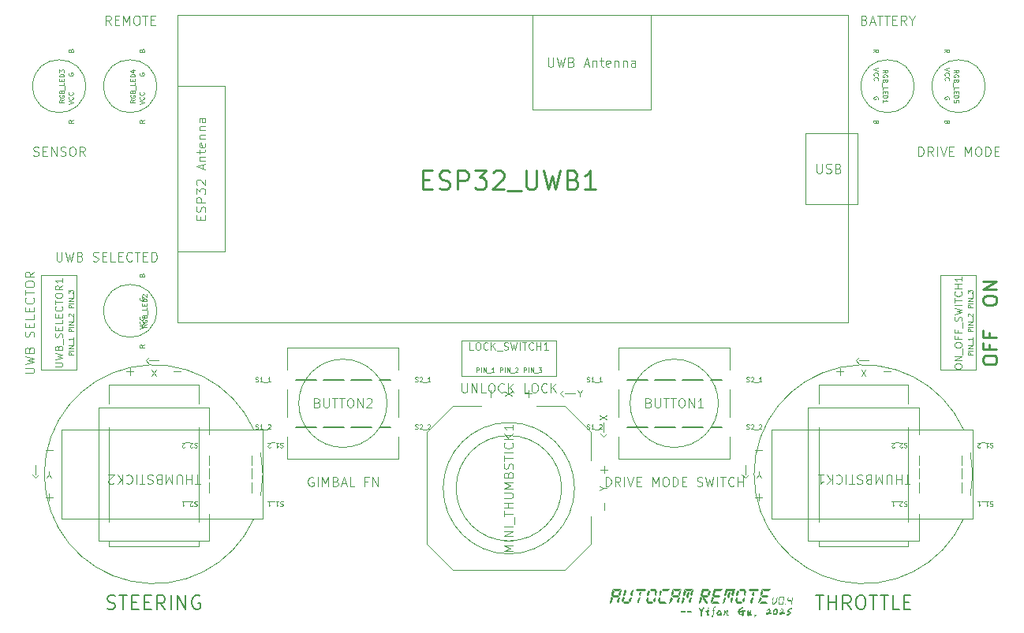
<source format=gto>
%TF.GenerationSoftware,KiCad,Pcbnew,9.0.0*%
%TF.CreationDate,2025-03-27T03:04:03-07:00*%
%TF.ProjectId,remote_v2,72656d6f-7465-45f7-9632-2e6b69636164,v0.4*%
%TF.SameCoordinates,Original*%
%TF.FileFunction,Legend,Top*%
%TF.FilePolarity,Positive*%
%FSLAX46Y46*%
G04 Gerber Fmt 4.6, Leading zero omitted, Abs format (unit mm)*
G04 Created by KiCad (PCBNEW 9.0.0) date 2025-03-27 03:04:03*
%MOMM*%
%LPD*%
G01*
G04 APERTURE LIST*
%ADD10C,0.150000*%
%ADD11C,0.250000*%
%ADD12C,0.062500*%
%ADD13C,0.125000*%
%ADD14C,0.100000*%
%ADD15C,0.187500*%
%ADD16C,0.200000*%
G04 APERTURE END LIST*
D10*
G36*
X176149224Y-133951072D02*
G01*
X176112282Y-133986732D01*
X176057572Y-133926953D01*
X176081752Y-133654501D01*
X176183601Y-133558025D01*
X176149224Y-133951072D01*
G37*
G36*
X176095796Y-134091085D02*
G01*
X175755932Y-134403105D01*
X175688460Y-134403105D01*
X175694871Y-134333801D01*
X176033392Y-134021598D01*
X176108496Y-134021109D01*
X176095796Y-134091085D01*
G37*
G36*
X175713922Y-133926953D02*
G01*
X175649014Y-133986732D01*
X175615919Y-133951072D01*
X175650297Y-133558025D01*
X175738102Y-133654745D01*
X175713922Y-133926953D01*
G37*
G36*
X175576474Y-134402922D02*
G01*
X175619766Y-134447069D01*
X175671912Y-134402861D01*
X175699939Y-134082109D01*
X175645168Y-134022391D01*
X175607005Y-134059272D01*
X175576474Y-134402922D01*
G37*
G36*
X176835058Y-133951072D02*
G01*
X176798116Y-133986732D01*
X176743405Y-133926831D01*
X176765021Y-133672452D01*
X176868153Y-133576953D01*
X176835058Y-133951072D01*
G37*
G36*
X176851605Y-133559002D02*
G01*
X176749756Y-133652791D01*
X176440483Y-133652791D01*
X176353960Y-133559002D01*
X176851605Y-133559002D01*
G37*
G36*
X176399756Y-133926831D02*
G01*
X176334848Y-133986732D01*
X176301753Y-133951072D01*
X176334848Y-133576892D01*
X176421432Y-133672330D01*
X176399756Y-133926831D01*
G37*
G36*
X176793048Y-134430460D02*
G01*
X176707746Y-134336610D01*
X176729423Y-134082109D01*
X176794330Y-134022391D01*
X176826143Y-134059211D01*
X176793048Y-134430460D01*
G37*
G36*
X176773936Y-134450000D02*
G01*
X176276291Y-134450000D01*
X176379423Y-134356210D01*
X176688695Y-134356210D01*
X176773936Y-134450000D01*
G37*
G36*
X176364157Y-134336671D02*
G01*
X176259744Y-134432170D01*
X176292838Y-134059211D01*
X176331001Y-134022391D01*
X176385773Y-134082170D01*
X176364157Y-134336671D01*
G37*
G36*
X176944356Y-134450000D02*
G01*
X176953271Y-134356210D01*
X177048709Y-134356210D01*
X177039794Y-134450000D01*
X176944356Y-134450000D01*
G37*
G36*
X177233784Y-133951072D02*
G01*
X177266879Y-133573656D01*
X177353463Y-133672269D01*
X177331786Y-133926831D01*
X177266879Y-133986732D01*
X177233784Y-133951072D01*
G37*
G36*
X177758173Y-134059272D02*
G01*
X177725079Y-134435345D01*
X177639777Y-134336671D01*
X177661453Y-134082170D01*
X177726361Y-134022391D01*
X177758173Y-134059272D01*
G37*
G36*
X177675436Y-133926831D02*
G01*
X177697052Y-133672452D01*
X177800183Y-133573656D01*
X177767088Y-133951072D01*
X177730147Y-133986732D01*
X177675436Y-133926831D01*
G37*
G36*
X177666521Y-133957606D02*
G01*
X177711096Y-134004501D01*
X177657606Y-134051395D01*
X177325436Y-134051395D01*
X177283426Y-134004501D01*
X177334351Y-133957606D01*
X177666521Y-133957606D01*
G37*
G36*
X165944880Y-135134139D02*
G01*
X166092525Y-135131514D01*
X166200009Y-135133401D01*
X166239559Y-135137070D01*
X166271738Y-135144764D01*
X166287858Y-135151725D01*
X166306054Y-135163510D01*
X166311670Y-135181116D01*
X166306054Y-135196849D01*
X166301841Y-135208023D01*
X166296223Y-135223288D01*
X166290667Y-135238614D01*
X166281569Y-135251864D01*
X166270223Y-135258565D01*
X166249329Y-135262306D01*
X166131054Y-135263710D01*
X165930836Y-135266519D01*
X165847661Y-135269665D01*
X165830086Y-135267923D01*
X165812500Y-135253630D01*
X165807677Y-135239958D01*
X165802487Y-135225975D01*
X165797118Y-135217463D01*
X165799861Y-135203627D01*
X165799861Y-135172852D01*
X165799067Y-135146352D01*
X165802756Y-135141214D01*
X165810485Y-135139330D01*
X165820927Y-135136093D01*
X165828682Y-135136704D01*
X165846531Y-135138842D01*
X165944880Y-135134139D01*
G37*
G36*
X166572096Y-135134139D02*
G01*
X166719741Y-135131514D01*
X166827225Y-135133401D01*
X166866775Y-135137070D01*
X166898954Y-135144764D01*
X166915074Y-135151725D01*
X166933270Y-135163510D01*
X166938886Y-135181116D01*
X166933270Y-135196849D01*
X166929057Y-135208023D01*
X166923439Y-135223288D01*
X166917883Y-135238614D01*
X166908784Y-135251864D01*
X166897439Y-135258565D01*
X166876544Y-135262306D01*
X166758270Y-135263710D01*
X166558052Y-135266519D01*
X166474877Y-135269665D01*
X166457302Y-135267923D01*
X166439715Y-135253630D01*
X166434892Y-135239958D01*
X166429702Y-135225975D01*
X166424334Y-135217463D01*
X166427077Y-135203627D01*
X166427077Y-135172852D01*
X166426283Y-135146352D01*
X166429972Y-135141214D01*
X166437701Y-135139330D01*
X166448142Y-135136093D01*
X166455897Y-135136704D01*
X166473747Y-135138842D01*
X166572096Y-135134139D01*
G37*
G36*
X168233008Y-134662262D02*
G01*
X168244477Y-134670578D01*
X168258287Y-134690900D01*
X168276544Y-134723750D01*
X168289245Y-134742618D01*
X168311654Y-134779682D01*
X168324355Y-134813876D01*
X168317322Y-134834686D01*
X168290833Y-134860038D01*
X168261174Y-134883714D01*
X168236305Y-134913100D01*
X168220918Y-134927815D01*
X168212553Y-134936913D01*
X168209011Y-134946683D01*
X168202722Y-134952240D01*
X168196494Y-134959262D01*
X168195761Y-134966222D01*
X168198570Y-134969764D01*
X168194418Y-134969031D01*
X168187336Y-134966720D01*
X168184587Y-134977397D01*
X168181778Y-134985823D01*
X168180374Y-134989975D01*
X168181045Y-134991379D01*
X168178969Y-134991379D01*
X168170543Y-134997669D01*
X168164987Y-135008171D01*
X168160834Y-135016598D01*
X168146119Y-135030580D01*
X168135677Y-135037541D01*
X168128655Y-135041755D01*
X168124442Y-135050120D01*
X168126528Y-135052783D01*
X168137082Y-135045907D01*
X168139829Y-135043098D01*
X168146871Y-135036920D01*
X168148256Y-135038946D01*
X168142638Y-135048715D01*
X168132197Y-135054272D01*
X168121023Y-135064103D01*
X168111986Y-135085047D01*
X168106368Y-135096953D01*
X168103559Y-135105990D01*
X168103559Y-135110204D01*
X168100751Y-135111608D01*
X168103559Y-135128400D01*
X168107114Y-135134679D01*
X168110581Y-135135361D01*
X168113390Y-135135361D01*
X168109177Y-135146535D01*
X168107040Y-135160518D01*
X168106368Y-135167540D01*
X168101483Y-135180118D01*
X168099407Y-135191292D01*
X168096660Y-135198253D01*
X168083348Y-135234645D01*
X168075716Y-135268839D01*
X168073579Y-135274457D01*
X168066618Y-135298942D01*
X168060328Y-135328984D01*
X168060328Y-135338021D01*
X168061000Y-135353408D01*
X168060328Y-135371605D01*
X168058252Y-135391877D01*
X168056176Y-135414897D01*
X168052024Y-135421919D01*
X168047811Y-135414897D01*
X168046407Y-135406531D01*
X168043598Y-135414897D01*
X168042926Y-135428941D01*
X168046407Y-135430284D01*
X168052635Y-135426071D01*
X168054039Y-135430284D01*
X168054039Y-135436573D01*
X168054039Y-135446343D01*
X168053143Y-135453577D01*
X168057520Y-135460326D01*
X168058924Y-135463806D01*
X168055383Y-135465943D01*
X168054711Y-135477789D01*
X168052802Y-135489806D01*
X168048422Y-135494581D01*
X168045180Y-135499137D01*
X168043659Y-135511372D01*
X168046407Y-135532316D01*
X168049154Y-135529508D01*
X168051902Y-135522547D01*
X168053306Y-135528836D01*
X168051902Y-135542147D01*
X168047689Y-135550512D01*
X168045552Y-135563091D01*
X168049093Y-135575669D01*
X168050498Y-135565900D01*
X168051057Y-135558062D01*
X168054650Y-135556069D01*
X168058863Y-135561687D01*
X168054711Y-135588248D01*
X168056115Y-135604979D01*
X168058924Y-135615481D01*
X168057520Y-135624579D01*
X168052574Y-135633616D01*
X168054711Y-135642714D01*
X168058924Y-135651140D01*
X168060267Y-135656697D01*
X168063015Y-135660910D01*
X168068633Y-135672084D01*
X168071441Y-135676908D01*
X168067228Y-135680389D01*
X168061672Y-135688021D01*
X168057520Y-135697058D01*
X168054100Y-135703958D01*
X168049948Y-135710186D01*
X168039568Y-135723375D01*
X168030766Y-135731031D01*
X168021616Y-135726184D01*
X168014655Y-135721971D01*
X168001466Y-135723375D01*
X167991293Y-135725031D01*
X167986933Y-135728932D01*
X167985336Y-135735562D01*
X167988338Y-135737236D01*
X167992520Y-135738366D01*
X167991086Y-135741449D01*
X167984125Y-135744197D01*
X167975820Y-135739373D01*
X167968921Y-135734610D01*
X167964768Y-135731985D01*
X167959273Y-135729420D01*
X167951151Y-135726183D01*
X167948160Y-135715437D01*
X167948054Y-135715071D01*
X167958113Y-135715071D01*
X167963669Y-135712262D01*
X167967076Y-135706950D01*
X167965745Y-135703836D01*
X167959517Y-135708049D01*
X167958113Y-135715071D01*
X167948054Y-135715071D01*
X167946442Y-135709521D01*
X167941138Y-135705607D01*
X167930301Y-135689914D01*
X167938512Y-135689914D01*
X167939856Y-135694738D01*
X167944069Y-135694738D01*
X167942664Y-135689853D01*
X167938512Y-135689914D01*
X167930301Y-135689914D01*
X167927644Y-135686067D01*
X167918423Y-135660910D01*
X167914882Y-135651812D01*
X167913534Y-135647452D01*
X167916958Y-135637829D01*
X167922988Y-135629714D01*
X167926789Y-135628731D01*
X167928865Y-135626655D01*
X167932406Y-135618290D01*
X167935886Y-135611794D01*
X167935887Y-135604979D01*
X167959517Y-135604979D01*
X167960189Y-135613405D01*
X167962326Y-135614809D01*
X167965074Y-135606383D01*
X167960922Y-135596613D01*
X167959517Y-135604979D01*
X167935887Y-135604979D01*
X167935887Y-135599056D01*
X167944069Y-135599056D01*
X167946878Y-135604612D01*
X167948282Y-135599056D01*
X167945473Y-135593438D01*
X167944069Y-135599056D01*
X167935887Y-135599056D01*
X167935887Y-135598018D01*
X167934330Y-135575512D01*
X167939927Y-135575512D01*
X167942664Y-135582264D01*
X167945473Y-135580860D01*
X167942664Y-135573899D01*
X167939927Y-135575512D01*
X167934330Y-135575512D01*
X167932406Y-135547704D01*
X167932391Y-135547337D01*
X167939917Y-135547337D01*
X167942664Y-135559916D01*
X167945473Y-135555703D01*
X167942664Y-135544528D01*
X167939917Y-135547337D01*
X167932391Y-135547337D01*
X167931978Y-135537568D01*
X167939917Y-135537568D01*
X167942664Y-135540315D01*
X167945473Y-135538911D01*
X167942664Y-135536163D01*
X167939917Y-135537568D01*
X167931978Y-135537568D01*
X167930650Y-135506121D01*
X167937108Y-135506121D01*
X167939856Y-135509602D01*
X167942664Y-135508197D01*
X167939856Y-135504717D01*
X167937108Y-135506121D01*
X167930650Y-135506121D01*
X167929672Y-135482962D01*
X167939415Y-135482962D01*
X167942603Y-135486215D01*
X167946756Y-135487620D01*
X167950236Y-135491100D01*
X167950969Y-135529508D01*
X167952617Y-135567304D01*
X167957624Y-135582630D01*
X167960922Y-135592400D01*
X167960922Y-135583668D01*
X167979118Y-135583668D01*
X167981865Y-135601803D01*
X167983941Y-135583668D01*
X167981194Y-135565472D01*
X167979118Y-135583668D01*
X167960922Y-135583668D01*
X167960922Y-135580554D01*
X167959700Y-135561687D01*
X167960922Y-135556069D01*
X167963669Y-135551856D01*
X167960433Y-135544895D01*
X167959700Y-135539277D01*
X167959700Y-135514120D01*
X167957197Y-135488963D01*
X167954693Y-135476385D01*
X167950555Y-135474621D01*
X167944008Y-135477789D01*
X167939415Y-135482962D01*
X167929672Y-135482962D01*
X167925384Y-135381374D01*
X167925258Y-135378199D01*
X167934299Y-135378199D01*
X167934299Y-135381008D01*
X167937108Y-135389373D01*
X167939917Y-135382412D01*
X167938044Y-135376795D01*
X168042071Y-135376795D01*
X168044880Y-135379603D01*
X168047689Y-135378199D01*
X168044880Y-135375390D01*
X168042071Y-135376795D01*
X167938044Y-135376795D01*
X167937108Y-135373986D01*
X167934299Y-135378199D01*
X167925258Y-135378199D01*
X167923308Y-135328984D01*
X167917446Y-135328251D01*
X167916042Y-135324099D01*
X167915554Y-135305232D01*
X167915554Y-135267496D01*
X167915554Y-135203871D01*
X167914088Y-135189888D01*
X167912684Y-135184270D01*
X167916214Y-135164463D01*
X167912684Y-135150748D01*
X167881604Y-135110204D01*
X167846189Y-135048044D01*
X167803751Y-134959262D01*
X167788853Y-134915969D01*
X167781844Y-134898105D01*
X167778228Y-134894965D01*
X167767603Y-134879577D01*
X167759849Y-134858633D01*
X167754842Y-134844651D01*
X167749896Y-134818822D01*
X167751961Y-134804493D01*
X167756979Y-134797145D01*
X167769741Y-134790856D01*
X167779632Y-134792932D01*
X167790929Y-134795741D01*
X167813582Y-134803435D01*
X167829153Y-134813876D01*
X167839105Y-134819494D01*
X167854568Y-134829729D01*
X167876597Y-134852344D01*
X167894444Y-134877349D01*
X167898579Y-134890751D01*
X167908287Y-134918717D01*
X167916653Y-134929220D01*
X167920866Y-134936913D01*
X167921599Y-134941065D01*
X167928559Y-134955048D01*
X167936192Y-134969031D01*
X167939001Y-134974649D01*
X167941749Y-134981610D01*
X167944557Y-134980205D01*
X167944557Y-134978129D01*
X167945962Y-134978801D01*
X167943886Y-134985823D01*
X167943886Y-134991379D01*
X167947366Y-134988632D01*
X167948653Y-134985269D01*
X167954327Y-134992784D01*
X167958540Y-135003958D01*
X167963364Y-135013056D01*
X167969653Y-135017941D01*
X167988460Y-135002615D01*
X167998114Y-134989670D01*
X168159674Y-134989670D01*
X168162483Y-134992418D01*
X168166696Y-134989670D01*
X168163887Y-134986861D01*
X168159674Y-134989670D01*
X167998114Y-134989670D01*
X168001256Y-134985457D01*
X168047689Y-134985457D01*
X168049093Y-134986861D01*
X168057520Y-134970069D01*
X168061672Y-134956086D01*
X168047689Y-134985457D01*
X168001256Y-134985457D01*
X168007267Y-134977397D01*
X168024730Y-134953644D01*
X168031827Y-134943508D01*
X168064481Y-134943508D01*
X168065885Y-134946317D01*
X168065885Y-134940699D01*
X168064481Y-134943508D01*
X168031827Y-134943508D01*
X168044269Y-134925739D01*
X168062343Y-134894293D01*
X168069351Y-134879549D01*
X168071441Y-134866999D01*
X168074250Y-134850268D01*
X168086890Y-134827920D01*
X168111436Y-134788047D01*
X168138853Y-134744023D01*
X168173731Y-134690231D01*
X168202111Y-134665743D01*
X168219771Y-134660608D01*
X168233008Y-134662262D01*
G37*
G36*
X167921232Y-135578417D02*
G01*
X167919828Y-135579822D01*
X167918423Y-135572861D01*
X167921232Y-135572861D01*
X167921232Y-135578417D01*
G37*
G36*
X167918362Y-135526699D02*
G01*
X167919862Y-135559819D01*
X167915554Y-135564434D01*
X167914149Y-135536530D01*
X167915554Y-135512777D01*
X167918362Y-135526699D01*
G37*
G36*
X167914149Y-135422896D02*
G01*
X167915554Y-135464173D01*
X167915554Y-135497023D01*
X167911340Y-135429918D01*
X167912745Y-135410317D01*
X167914149Y-135422896D01*
G37*
G36*
X168067289Y-135344677D02*
G01*
X168064481Y-135347424D01*
X168061672Y-135344677D01*
X168064481Y-135341868D01*
X168067289Y-135344677D01*
G37*
G36*
X168116260Y-135189521D02*
G01*
X168113512Y-135193674D01*
X168112108Y-135189521D01*
X168114856Y-135185308D01*
X168116260Y-135189521D01*
G37*
G36*
X168119069Y-135166441D02*
G01*
X168113512Y-135168517D01*
X168113512Y-135162960D01*
X168123282Y-135160151D01*
X168119069Y-135166441D01*
G37*
G36*
X168117664Y-135118935D02*
G01*
X168114917Y-135125225D01*
X168112132Y-135127826D01*
X168107895Y-135121011D01*
X168107162Y-135115455D01*
X168110704Y-135118203D01*
X168114917Y-135118203D01*
X168114917Y-135115455D01*
X168117664Y-135118935D01*
G37*
G36*
X168135189Y-135122416D02*
G01*
X168130304Y-135125225D01*
X168132380Y-135119668D01*
X168137265Y-135116859D01*
X168135189Y-135122416D01*
G37*
G36*
X168130121Y-135090664D02*
G01*
X168121694Y-135101106D01*
X168111192Y-135110204D01*
X168114672Y-135106723D01*
X168118169Y-135102463D01*
X168117542Y-135096221D01*
X168118886Y-135093412D01*
X168123099Y-135093412D01*
X168127282Y-135089142D01*
X168130121Y-135090664D01*
G37*
G36*
X168657746Y-134956086D02*
G01*
X168677044Y-134952613D01*
X168702565Y-134956086D01*
X168727844Y-134963047D01*
X168765763Y-134973550D01*
X168802338Y-134989609D01*
X168813324Y-135006261D01*
X168814409Y-135032177D01*
X168800934Y-135073506D01*
X168787570Y-135105589D01*
X168770648Y-135160151D01*
X168751719Y-135243988D01*
X168748177Y-135262916D01*
X168741949Y-135290211D01*
X168733879Y-135371207D01*
X168737936Y-135427196D01*
X168750314Y-135464905D01*
X168758738Y-135473795D01*
X168776326Y-135480293D01*
X168796392Y-135482040D01*
X168814978Y-135478888D01*
X168829774Y-135468704D01*
X168851492Y-135441153D01*
X168870770Y-135408029D01*
X168886602Y-135372643D01*
X168893685Y-135351699D01*
X168904469Y-135320134D01*
X168911942Y-135285997D01*
X168916155Y-135274823D01*
X168917901Y-135277533D01*
X168914751Y-135294424D01*
X168910538Y-135316222D01*
X168906996Y-135330266D01*
X168904126Y-135340830D01*
X168897837Y-135364033D01*
X168889411Y-135392854D01*
X168878093Y-135426691D01*
X168848500Y-135478583D01*
X168838608Y-135495497D01*
X168832991Y-135510945D01*
X168832991Y-135517967D01*
X168828716Y-135524989D01*
X168825908Y-135530607D01*
X168825908Y-135533476D01*
X168819198Y-135541590D01*
X168813268Y-135560160D01*
X168805452Y-135571456D01*
X168800827Y-135575510D01*
X168799163Y-135582691D01*
X168796586Y-135590856D01*
X168786523Y-135602414D01*
X168765519Y-135619206D01*
X168752207Y-135629036D01*
X168736148Y-135638928D01*
X168726318Y-135643142D01*
X168698352Y-135647355D01*
X168670156Y-135645656D01*
X168652129Y-135636181D01*
X168645168Y-135631967D01*
X168635337Y-135625617D01*
X168629720Y-135616519D01*
X168624163Y-135609558D01*
X168611993Y-135602361D01*
X168614332Y-135598323D01*
X168611523Y-135589958D01*
X168605967Y-135581531D01*
X168601754Y-135575975D01*
X168590519Y-135559183D01*
X168584962Y-135541659D01*
X168578612Y-135526210D01*
X168570185Y-135503801D01*
X168565362Y-135461058D01*
X168562252Y-135403396D01*
X168566766Y-135361652D01*
X168572323Y-135330877D01*
X168579344Y-135294424D01*
X168577940Y-135272015D01*
X168565118Y-135251996D01*
X168549135Y-135240829D01*
X168528969Y-135237027D01*
X168495736Y-135230114D01*
X168467736Y-135209081D01*
X168443545Y-135169921D01*
X168435434Y-135146422D01*
X168435827Y-135131209D01*
X168442141Y-135121011D01*
X168459718Y-135113655D01*
X168481342Y-135122416D01*
X168499750Y-135128705D01*
X168519139Y-135122416D01*
X168548397Y-135094615D01*
X168586366Y-135038579D01*
X168623430Y-134979839D01*
X168638442Y-134966362D01*
X168657746Y-134956086D01*
G37*
G36*
X168645351Y-134757761D02*
G01*
X168662143Y-134756357D01*
X168690109Y-134757761D01*
X168760425Y-134765927D01*
X168781150Y-134773087D01*
X168788111Y-134784323D01*
X168797881Y-134802458D01*
X168808383Y-134819249D01*
X168814734Y-134836041D01*
X168817721Y-134846654D01*
X168815405Y-134854237D01*
X168808502Y-134860333D01*
X168792996Y-134867487D01*
X168776665Y-134875395D01*
X168762893Y-134886355D01*
X168748910Y-134898934D01*
X168740761Y-134896363D01*
X168729310Y-134886355D01*
X168681743Y-134848620D01*
X168654085Y-134828025D01*
X168650908Y-134820654D01*
X168649503Y-134816441D01*
X168642542Y-134807342D01*
X168641138Y-134791284D01*
X168639734Y-134781514D01*
X168637596Y-134769607D01*
X168645351Y-134757761D01*
G37*
G36*
X169154903Y-135775826D02*
G01*
X169150018Y-135777964D01*
X169145133Y-135775826D01*
X169150018Y-135773750D01*
X169154903Y-135775826D01*
G37*
G36*
X169137378Y-135770942D02*
G01*
X169139515Y-135776559D01*
X169133165Y-135770942D01*
X169131089Y-135765385D01*
X169137378Y-135770942D01*
G37*
G36*
X169124128Y-135761172D02*
G01*
X169124800Y-135765385D01*
X169120587Y-135761172D01*
X169119915Y-135756959D01*
X169124128Y-135761172D01*
G37*
G36*
X169152094Y-135754150D02*
G01*
X169157712Y-135759767D01*
X169153498Y-135762576D01*
X169145805Y-135758363D01*
X169144400Y-135752745D01*
X169152094Y-135754150D01*
G37*
G36*
X169461546Y-134627229D02*
G01*
X169482371Y-134641563D01*
X169497698Y-134654141D01*
X169497698Y-134693220D01*
X169495914Y-134729045D01*
X169492141Y-134744938D01*
X169478310Y-134764651D01*
X169459840Y-134778522D01*
X169450070Y-134782002D01*
X169452879Y-134770095D01*
X169458436Y-134736573D01*
X169457031Y-134701646D01*
X169445857Y-134692548D01*
X169437303Y-134691143D01*
X169427600Y-134693953D01*
X169408060Y-134710012D01*
X169390961Y-134735551D01*
X169368860Y-134783407D01*
X169350288Y-134835395D01*
X169338024Y-134881959D01*
X169329659Y-134918961D01*
X169324041Y-134947660D01*
X169323549Y-134966594D01*
X169326850Y-134974893D01*
X169337020Y-134978893D01*
X169374416Y-134981182D01*
X169413350Y-134983720D01*
X169434622Y-134989609D01*
X169451810Y-135000126D01*
X169468266Y-135016048D01*
X169482240Y-135037944D01*
X169475227Y-135042609D01*
X169468083Y-135036320D01*
X169465822Y-135032838D01*
X169461611Y-135034916D01*
X169459474Y-135044808D01*
X169460013Y-135049956D01*
X169455199Y-135057691D01*
X169450575Y-135065228D01*
X169451597Y-135069842D01*
X169450925Y-135079856D01*
X169447323Y-135089199D01*
X169453795Y-135098480D01*
X169457105Y-135102572D01*
X169449521Y-135104159D01*
X169426562Y-135104159D01*
X169370020Y-135107700D01*
X169324957Y-135115394D01*
X169314882Y-135125102D01*
X169312073Y-135231104D01*
X169306455Y-135464050D01*
X169290372Y-135583898D01*
X169275620Y-135637096D01*
X169269941Y-135657308D01*
X169262247Y-135678190D01*
X169260110Y-135687227D01*
X169258706Y-135690036D01*
X169255958Y-135694249D01*
X169251453Y-135702337D01*
X169250096Y-135699684D01*
X169247288Y-135702431D01*
X169248692Y-135705240D01*
X169251275Y-135702656D01*
X169248204Y-135708171D01*
X169230679Y-135730519D01*
X169213094Y-135744441D01*
X169204969Y-135746524D01*
X169201248Y-135744441D01*
X169198570Y-135742083D01*
X169191356Y-135743037D01*
X169178778Y-135744441D01*
X169178778Y-135747250D01*
X169181586Y-135750059D01*
X169188547Y-135755615D01*
X169176030Y-135754211D01*
X169149121Y-135747378D01*
X169146172Y-135745052D01*
X169160520Y-135745052D01*
X169166077Y-135748593D01*
X169169557Y-135747189D01*
X169170290Y-135745785D01*
X169164672Y-135741571D01*
X169160520Y-135745052D01*
X169146172Y-135745052D01*
X169138355Y-135738885D01*
X169135547Y-135744441D01*
X169135547Y-135751463D01*
X169125777Y-135741632D01*
X169102146Y-135713728D01*
X169093781Y-135701088D01*
X169085416Y-135684357D01*
X169082607Y-135680144D01*
X169077050Y-135677336D01*
X169071433Y-135666161D01*
X169070028Y-135660605D01*
X169067220Y-135660605D01*
X169067220Y-135657796D01*
X169071473Y-135656108D01*
X169078394Y-135663353D01*
X169087492Y-135675931D01*
X169095124Y-135687105D01*
X169105566Y-135702493D01*
X169110451Y-135712262D01*
X169120892Y-135727650D01*
X169132738Y-135736076D01*
X169134111Y-135730493D01*
X169130642Y-135726306D01*
X169161925Y-135726306D01*
X169165099Y-135729878D01*
X169181525Y-135731863D01*
X169188486Y-135729054D01*
X169220604Y-135729054D01*
X169223352Y-135730458D01*
X169230374Y-135724902D01*
X169220604Y-135729054D01*
X169188486Y-135729054D01*
X169180243Y-135726306D01*
X169192699Y-135726306D01*
X169198317Y-135723497D01*
X169203202Y-135722093D01*
X169210163Y-135725573D01*
X169216513Y-135723497D01*
X169216513Y-135721360D01*
X169210895Y-135720689D01*
X169203873Y-135720689D01*
X169213704Y-135709515D01*
X169232958Y-135678636D01*
X169248692Y-135622869D01*
X169259194Y-135571823D01*
X169259866Y-135558572D01*
X169257118Y-135558572D01*
X169245212Y-135603269D01*
X169229092Y-135653583D01*
X169224878Y-135672451D01*
X169215780Y-135688571D01*
X169206682Y-135703225D01*
X169198317Y-135716475D01*
X169192699Y-135726306D01*
X169180243Y-135726306D01*
X169180060Y-135726245D01*
X169167481Y-135725573D01*
X169161925Y-135726306D01*
X169130642Y-135726306D01*
X169120220Y-135713728D01*
X169110451Y-135701821D01*
X169110045Y-135701149D01*
X169121625Y-135701149D01*
X169124433Y-135705301D01*
X169125777Y-135702493D01*
X169122530Y-135697247D01*
X169121625Y-135701149D01*
X169110045Y-135701149D01*
X169104955Y-135692723D01*
X169103868Y-135691257D01*
X169111489Y-135691257D01*
X169114297Y-135694066D01*
X169117106Y-135692662D01*
X169114297Y-135689853D01*
X169111489Y-135691257D01*
X169103868Y-135691257D01*
X169089376Y-135671718D01*
X169098910Y-135671718D01*
X169100314Y-135677274D01*
X169104528Y-135682892D01*
X169103123Y-135677274D01*
X169098910Y-135671718D01*
X169089376Y-135671718D01*
X169083487Y-135663777D01*
X169080181Y-135657735D01*
X169094697Y-135657735D01*
X169097506Y-135661215D01*
X169100314Y-135659811D01*
X169097506Y-135656331D01*
X169094697Y-135657735D01*
X169080181Y-135657735D01*
X169074836Y-135647965D01*
X169084927Y-135647965D01*
X169086332Y-135653522D01*
X169089751Y-135654255D01*
X169089079Y-135647965D01*
X169084927Y-135647965D01*
X169074836Y-135647965D01*
X169068690Y-135636730D01*
X169073692Y-135636730D01*
X169077172Y-135639539D01*
X169080714Y-135638135D01*
X169077172Y-135635387D01*
X169073692Y-135636730D01*
X169068690Y-135636730D01*
X169067220Y-135634043D01*
X169062335Y-135623541D01*
X169058854Y-135620732D01*
X169056717Y-135620732D01*
X169057450Y-135617252D01*
X169053237Y-135599117D01*
X169049023Y-135579516D01*
X169051832Y-135582325D01*
X169058854Y-135585806D01*
X169061663Y-135586538D01*
X169058854Y-135589286D01*
X169057450Y-135593499D01*
X169061663Y-135596308D01*
X169063739Y-135597041D01*
X169064472Y-135600460D01*
X169064472Y-135603269D01*
X169067952Y-135604002D01*
X169071433Y-135610291D01*
X169075646Y-135617252D01*
X169075141Y-135615847D01*
X169093720Y-135615847D01*
X169094392Y-135618656D01*
X169097933Y-135622808D01*
X169099338Y-135628426D01*
X169102146Y-135625617D01*
X169102146Y-135622869D01*
X169099840Y-135614672D01*
X169093720Y-135615847D01*
X169075141Y-135615847D01*
X169068624Y-135597712D01*
X169064472Y-135575303D01*
X169068624Y-135582325D01*
X169074181Y-135587882D01*
X169076257Y-135588614D01*
X169075585Y-135590690D01*
X169076942Y-135598633D01*
X169079798Y-135600460D01*
X169081874Y-135601193D01*
X169085416Y-135606078D01*
X169090277Y-135613266D01*
X169095124Y-135611695D01*
X169096529Y-135607482D01*
X169093720Y-135601864D01*
X169090911Y-135598384D01*
X169095124Y-135598384D01*
X169099338Y-135606078D01*
X169104894Y-135615847D01*
X169115334Y-135630226D01*
X169113259Y-135632639D01*
X169111855Y-135635448D01*
X169118816Y-135635448D01*
X169120220Y-135631235D01*
X169125777Y-135635448D01*
X169132066Y-135641004D01*
X169143179Y-135647294D01*
X169159910Y-135654987D01*
X169169100Y-135653891D01*
X169175297Y-135647965D01*
X169183601Y-135636120D01*
X169188486Y-135622137D01*
X169194775Y-135599788D01*
X169198256Y-135581592D01*
X169199660Y-135575303D01*
X169201065Y-135566938D01*
X169201065Y-135559977D01*
X169206621Y-135555764D01*
X169209430Y-135558572D01*
X169209430Y-135566938D01*
X169206621Y-135584462D01*
X169202408Y-135599117D01*
X169196851Y-135614443D01*
X169189097Y-135633982D01*
X169188425Y-135652178D01*
X169190908Y-135654919D01*
X169190501Y-135662681D01*
X169184212Y-135678740D01*
X169181464Y-135687166D01*
X169187689Y-135682728D01*
X169194167Y-135669997D01*
X169200588Y-135669997D01*
X169201065Y-135680144D01*
X169210173Y-135661438D01*
X169226222Y-135607482D01*
X169239187Y-135548848D01*
X169240180Y-135541720D01*
X169262675Y-135541720D01*
X169265484Y-135544528D01*
X169268293Y-135543124D01*
X169265484Y-135540315D01*
X169262675Y-135541720D01*
X169240180Y-135541720D01*
X169241150Y-135534759D01*
X169289297Y-135534759D01*
X169290702Y-135538911D01*
X169290702Y-135533354D01*
X169289297Y-135534759D01*
X169241150Y-135534759D01*
X169242227Y-135527029D01*
X169286103Y-135527029D01*
X169287893Y-135529141D01*
X169292106Y-135517967D01*
X169292751Y-135507454D01*
X169289297Y-135515158D01*
X169286103Y-135527029D01*
X169242227Y-135527029D01*
X169245822Y-135501236D01*
X169246494Y-135489391D01*
X169246494Y-135481697D01*
X169245822Y-135478888D01*
X169243391Y-135486239D01*
X169233244Y-135554359D01*
X169224817Y-135592095D01*
X169214315Y-135629830D01*
X169205217Y-135656392D01*
X169200588Y-135669997D01*
X169194167Y-135669997D01*
X169199660Y-135659200D01*
X169210233Y-135629798D01*
X169219810Y-135585134D01*
X169227565Y-135508197D01*
X169229824Y-135501175D01*
X169232084Y-135493482D01*
X169235869Y-135485116D01*
X169235869Y-135477484D01*
X169235137Y-135467653D01*
X169241182Y-135470462D01*
X169247043Y-135475347D01*
X169247043Y-135467653D01*
X169249852Y-135456479D01*
X169254746Y-135449890D01*
X169249852Y-135448053D01*
X169245639Y-135444572D01*
X169249852Y-135441092D01*
X169254065Y-135436939D01*
X169249852Y-135431322D01*
X169247257Y-135426712D01*
X169245639Y-135404028D01*
X169245639Y-135375329D01*
X169245639Y-135357194D01*
X169242830Y-135340403D01*
X169238739Y-135329228D01*
X169237212Y-135321339D01*
X169234008Y-135319520D01*
X169243074Y-135319520D01*
X169245883Y-135323672D01*
X169246555Y-135319520D01*
X169243746Y-135315307D01*
X169243074Y-135319520D01*
X169234008Y-135319520D01*
X169233793Y-135319398D01*
X169231717Y-135315917D01*
X169234526Y-135309628D01*
X169234526Y-135306819D01*
X169241487Y-135307552D01*
X169247104Y-135308285D01*
X169244296Y-135305476D01*
X169241487Y-135299858D01*
X169242891Y-135298454D01*
X169246590Y-135303018D01*
X169248509Y-135299858D01*
X169248509Y-135294241D01*
X169242891Y-135284471D01*
X169238739Y-135278914D01*
X169244235Y-135277510D01*
X169250524Y-135273297D01*
X169249852Y-135265603D01*
X169245639Y-135211748D01*
X169247491Y-135167148D01*
X169249852Y-135161434D01*
X169251257Y-135160029D01*
X169248448Y-135153068D01*
X169245761Y-135147451D01*
X169243135Y-135151664D01*
X169241639Y-135154408D01*
X169235564Y-135151664D01*
X169234282Y-135147451D01*
X169231778Y-135137681D01*
X169233183Y-135137681D01*
X169238076Y-135140101D01*
X169241487Y-135136277D01*
X169242891Y-135132063D01*
X169244296Y-135137681D01*
X169247043Y-135143237D01*
X169249791Y-135132063D01*
X169248387Y-135123698D01*
X169206621Y-135123698D01*
X169169252Y-135121636D01*
X169159238Y-135118080D01*
X169149595Y-135104685D01*
X169142507Y-135076132D01*
X169136490Y-135058479D01*
X169129868Y-135063553D01*
X169125233Y-135071600D01*
X169124311Y-135069171D01*
X169125655Y-135062271D01*
X169128651Y-135052513D01*
X169126387Y-135043403D01*
X169123579Y-135028016D01*
X169132677Y-135014033D01*
X169143912Y-135006339D01*
X169152277Y-135002126D01*
X169155758Y-135000050D01*
X169156490Y-135006339D01*
X169167603Y-135010491D01*
X169186906Y-135008159D01*
X169199721Y-135002065D01*
X169202360Y-134999055D01*
X169233122Y-134992295D01*
X169245639Y-134988143D01*
X169245881Y-134984052D01*
X169257118Y-134984052D01*
X169258523Y-134988204D01*
X169258523Y-134981243D01*
X169257118Y-134984052D01*
X169245881Y-134984052D01*
X169247043Y-134964391D01*
X169248448Y-134953217D01*
X169254004Y-134949003D01*
X169254004Y-134950408D01*
X169255409Y-134956025D01*
X169258156Y-134968604D01*
X169262309Y-134964391D01*
X169262309Y-134943447D01*
X169259561Y-134930868D01*
X169258156Y-134935081D01*
X169255348Y-134933677D01*
X169256019Y-134926655D01*
X169251806Y-134930868D01*
X169248326Y-134934410D01*
X169249730Y-134928060D01*
X169253943Y-134915481D01*
X169256600Y-134905713D01*
X169258156Y-134869380D01*
X169260904Y-134844223D01*
X169259500Y-134841414D01*
X169255348Y-134854726D01*
X169249791Y-134881959D01*
X169247043Y-134908520D01*
X169246311Y-134916214D01*
X169240082Y-134912672D01*
X169238678Y-134905040D01*
X169241487Y-134888248D01*
X169244967Y-134872189D01*
X169247043Y-134862358D01*
X169249852Y-134858206D01*
X169251196Y-134858878D01*
X169251196Y-134856802D01*
X169252600Y-134850512D01*
X169252600Y-134846299D01*
X169252600Y-134835797D01*
X169256752Y-134827431D01*
X169263713Y-134826027D01*
X169263713Y-134828836D01*
X169262309Y-134837201D01*
X169266461Y-134831645D01*
X169270281Y-134825268D01*
X169267804Y-134821814D01*
X169264673Y-134814862D01*
X169269208Y-134800870D01*
X169271956Y-134788292D01*
X169275038Y-134774512D01*
X169285878Y-134757517D01*
X169288687Y-134756174D01*
X169291590Y-134757867D01*
X169297052Y-134750556D01*
X169301204Y-134742191D01*
X169298457Y-134740786D01*
X169312378Y-134719781D01*
X169317996Y-134710012D01*
X169345107Y-134677894D01*
X169383453Y-134641563D01*
X169397314Y-134631732D01*
X169412701Y-134624771D01*
X169438820Y-134621693D01*
X169461546Y-134627229D01*
G37*
G36*
X169124433Y-135724902D02*
G01*
X169124433Y-135727650D01*
X169118816Y-135720689D01*
X169120220Y-135717880D01*
X169124433Y-135724902D01*
G37*
G36*
X169251501Y-135702431D02*
G01*
X169251275Y-135702656D01*
X169251453Y-135702337D01*
X169251501Y-135702431D01*
G37*
G36*
X169061663Y-135641004D02*
G01*
X169063067Y-135648026D01*
X169065876Y-135656392D01*
X169061663Y-135649431D01*
X169056107Y-135638196D01*
X169057209Y-135634620D01*
X169061663Y-135641004D01*
G37*
G36*
X169054092Y-135615786D02*
G01*
X169051283Y-135617191D01*
X169048474Y-135614443D01*
X169051283Y-135613039D01*
X169054092Y-135615786D01*
G37*
G36*
X169089751Y-135589286D02*
G01*
X169089079Y-135593438D01*
X169086332Y-135589286D01*
X169087003Y-135585073D01*
X169089751Y-135589286D01*
G37*
G36*
X169040109Y-135582264D02*
G01*
X169037300Y-135585073D01*
X169034491Y-135580860D01*
X169037300Y-135578051D01*
X169040109Y-135582264D01*
G37*
G36*
X169079310Y-135571151D02*
G01*
X169081735Y-135578550D01*
X169075096Y-135580921D01*
X169072288Y-135576769D01*
X169074364Y-135569075D01*
X169079310Y-135571151D01*
G37*
G36*
X169035102Y-135532011D02*
G01*
X169035102Y-135540376D01*
X169039315Y-135538972D01*
X169040719Y-135534820D01*
X169042124Y-135537568D01*
X169044932Y-135548742D01*
X169045674Y-135555999D01*
X169042124Y-135565533D01*
X169040719Y-135561381D01*
X169040719Y-135553688D01*
X169035102Y-135552283D01*
X169030888Y-135552955D01*
X169033697Y-135550146D01*
X169035773Y-135546666D01*
X169032293Y-135543185D01*
X169029644Y-135541489D01*
X169032293Y-135527798D01*
X169033697Y-135523585D01*
X169036506Y-135523585D01*
X169035102Y-135532011D01*
G37*
G36*
X169069479Y-135555703D02*
G01*
X169073692Y-135559916D01*
X169072591Y-135562382D01*
X169068074Y-135558511D01*
X169066731Y-135555031D01*
X169069479Y-135555703D01*
G37*
G36*
X169213704Y-135545933D02*
G01*
X169211567Y-135551489D01*
X169208087Y-135545933D01*
X169210163Y-135540315D01*
X169213704Y-135545933D01*
G37*
G36*
X169051283Y-135533354D02*
G01*
X169048474Y-135537506D01*
X169047802Y-135533354D01*
X169050550Y-135529141D01*
X169051283Y-135533354D01*
G37*
G36*
X169213643Y-135522180D02*
G01*
X169209430Y-135529141D01*
X169210834Y-135516563D01*
X169215048Y-135508197D01*
X169213643Y-135522180D01*
G37*
G36*
X169034491Y-135503984D02*
G01*
X169034491Y-135515158D01*
X169031682Y-135506793D01*
X169032354Y-135498428D01*
X169034491Y-135503984D01*
G37*
G36*
X169217185Y-135497695D02*
G01*
X169213704Y-135498428D01*
X169215780Y-135493543D01*
X169219322Y-135492810D01*
X169217185Y-135497695D01*
G37*
G36*
X169045726Y-135488658D02*
G01*
X169042917Y-135490001D01*
X169040109Y-135487254D01*
X169042917Y-135485849D01*
X169045726Y-135488658D01*
G37*
G36*
X169212972Y-135485849D02*
G01*
X169209491Y-135488597D01*
X169208087Y-135485849D01*
X169211567Y-135483040D01*
X169212972Y-135485849D01*
G37*
G36*
X169216513Y-135467653D02*
G01*
X169215109Y-135464844D01*
X169216513Y-135462035D01*
X169216513Y-135467653D01*
G37*
G36*
X169240244Y-135437540D02*
G01*
X169240082Y-135445244D01*
X169236032Y-135449087D01*
X169233060Y-135446587D01*
X169236541Y-135441031D01*
X169235869Y-135438222D01*
X169235869Y-135435413D01*
X169240244Y-135437540D01*
G37*
G36*
X169220665Y-135411782D02*
G01*
X169224146Y-135427170D01*
X169222131Y-135434131D01*
X169219322Y-135431322D01*
X169215109Y-135407569D01*
X169216513Y-135401952D01*
X169220665Y-135411782D01*
G37*
G36*
X169232877Y-135371116D02*
G01*
X169237335Y-135373925D01*
X169237335Y-135375329D01*
X169237335Y-135387908D01*
X169241206Y-135411222D01*
X169238739Y-135422896D01*
X169233854Y-135405432D01*
X169231778Y-135379542D01*
X169231778Y-135369712D01*
X169232877Y-135371116D01*
G37*
G36*
X169219322Y-135383817D02*
G01*
X169216513Y-135386564D01*
X169215780Y-135383817D01*
X169218589Y-135381008D01*
X169219322Y-135383817D01*
G37*
G36*
X169219322Y-135371910D02*
G01*
X169216513Y-135375390D01*
X169213704Y-135371910D01*
X169216513Y-135368429D01*
X169219322Y-135371910D01*
G37*
G36*
X169219322Y-135362812D02*
G01*
X169216513Y-135365621D01*
X169213704Y-135362812D01*
X169216513Y-135360003D01*
X169219322Y-135362812D01*
G37*
G36*
X169241731Y-135251010D02*
G01*
X169240327Y-135248201D01*
X169241731Y-135245392D01*
X169241731Y-135251010D01*
G37*
G36*
X169243074Y-135216816D02*
G01*
X169240266Y-135217487D01*
X169237518Y-135214678D01*
X169240266Y-135214007D01*
X169243074Y-135216816D01*
G37*
G36*
X169220726Y-135197887D02*
G01*
X169217917Y-135203504D01*
X169216513Y-135197887D01*
X169219322Y-135192269D01*
X169220726Y-135197887D01*
G37*
G36*
X169236114Y-135190926D02*
G01*
X169240327Y-135199291D01*
X169236114Y-135196543D01*
X169231900Y-135188117D01*
X169236114Y-135190926D01*
G37*
G36*
X169227565Y-135178225D02*
G01*
X169227565Y-135181034D01*
X169224756Y-135176882D01*
X169227565Y-135178225D01*
G37*
G36*
X169220726Y-135158747D02*
G01*
X169222131Y-135164364D01*
X169224146Y-135171325D01*
X169220726Y-135168517D01*
X169216513Y-135158747D01*
X169217482Y-135155272D01*
X169220726Y-135158747D01*
G37*
G36*
X169960232Y-135037786D02*
G01*
X169993802Y-135055871D01*
X170002792Y-135064225D01*
X170011161Y-135074750D01*
X170019889Y-135076803D01*
X170025506Y-135081017D01*
X170029048Y-135085963D01*
X170036925Y-135085230D01*
X170043947Y-135081017D01*
X170055832Y-135076083D01*
X170070997Y-135083825D01*
X170079229Y-135095129D01*
X170085102Y-135111730D01*
X170090754Y-135148579D01*
X170087910Y-135180118D01*
X170080419Y-135228984D01*
X170080950Y-135268046D01*
X170083802Y-135310972D01*
X170092368Y-135353225D01*
X170105341Y-135390707D01*
X170115327Y-135406226D01*
X170129615Y-135411782D01*
X170147895Y-135404918D01*
X170166580Y-135379446D01*
X170185852Y-135321046D01*
X170188600Y-135312681D01*
X170191347Y-135315490D01*
X170191347Y-135325259D01*
X170192752Y-135337838D01*
X170196675Y-135334495D01*
X170200995Y-135316894D01*
X170204543Y-135309546D01*
X170209421Y-135315490D01*
X170210826Y-135319642D01*
X170211679Y-135342657D01*
X170200995Y-135389495D01*
X170198186Y-135409096D01*
X170191347Y-135432848D01*
X170184508Y-135461486D01*
X170178219Y-135488047D01*
X170171991Y-135503374D01*
X170162588Y-135523585D01*
X170152461Y-135548522D01*
X170156298Y-135552955D01*
X170158797Y-135556299D01*
X170153245Y-135562725D01*
X170153245Y-135571823D01*
X170154956Y-135574954D01*
X170161611Y-135575303D01*
X170166496Y-135575364D01*
X170155993Y-135586538D01*
X170141500Y-135597298D01*
X170128333Y-135600460D01*
X170112477Y-135597816D01*
X170081255Y-135586721D01*
X170063381Y-135575302D01*
X170045962Y-135555580D01*
X170032299Y-135531868D01*
X170025296Y-135512411D01*
X170156115Y-135512411D01*
X170158094Y-135514304D01*
X170163748Y-135507587D01*
X170170098Y-135493604D01*
X170175655Y-135477484D01*
X170179868Y-135463501D01*
X170172907Y-135470523D01*
X170156933Y-135500540D01*
X170156115Y-135512411D01*
X170025296Y-135512411D01*
X170023186Y-135506549D01*
X170013009Y-135485304D01*
X169995526Y-135478888D01*
X169982275Y-135495619D01*
X169969697Y-135510945D01*
X169967621Y-135513754D01*
X169956508Y-135533293D01*
X169932975Y-135557126D01*
X169904973Y-135572311D01*
X169885494Y-135581409D01*
X169859727Y-135592583D01*
X169836768Y-135601559D01*
X169808924Y-135604368D01*
X169769906Y-135600155D01*
X169742085Y-135591446D01*
X169709334Y-135574387D01*
X169680021Y-135553224D01*
X169664149Y-135535980D01*
X169643402Y-135498917D01*
X169632092Y-135470401D01*
X169620918Y-135428513D01*
X169616043Y-135402901D01*
X169614718Y-135373986D01*
X169797628Y-135373986D01*
X169799717Y-135403783D01*
X169804589Y-135420148D01*
X169824098Y-135446079D01*
X169843029Y-135451807D01*
X169865772Y-135441092D01*
X169882738Y-135424493D01*
X169908941Y-135389373D01*
X169949303Y-135319520D01*
X169975920Y-135252707D01*
X169981298Y-135228661D01*
X169974460Y-135199291D01*
X169964713Y-135170965D01*
X169966094Y-135143360D01*
X169971120Y-135115701D01*
X169968903Y-135107028D01*
X169950951Y-135101472D01*
X169935075Y-135102876D01*
X169924023Y-135107761D01*
X169905339Y-135115455D01*
X169876335Y-135146901D01*
X169848736Y-135190926D01*
X169834875Y-135214678D01*
X169827303Y-135234279D01*
X169816984Y-135260779D01*
X169803238Y-135303658D01*
X169797628Y-135373986D01*
X169614718Y-135373986D01*
X169613957Y-135357377D01*
X169616712Y-135310842D01*
X169623849Y-135277815D01*
X169636234Y-135242142D01*
X169656333Y-135198253D01*
X169680040Y-135156987D01*
X169715623Y-135110997D01*
X169755087Y-135071195D01*
X169772437Y-135059523D01*
X169964934Y-135059523D01*
X169971956Y-135063736D01*
X169982459Y-135067889D01*
X169987343Y-135067889D01*
X169977574Y-135062332D01*
X169964934Y-135059523D01*
X169772437Y-135059523D01*
X169782057Y-135053051D01*
X169856918Y-135022398D01*
X169895020Y-135018185D01*
X169921886Y-135018185D01*
X169960232Y-135037786D01*
G37*
G36*
X170829187Y-135022093D02*
G01*
X170849384Y-135036173D01*
X170859290Y-135054211D01*
X170861368Y-135072548D01*
X170859290Y-135109471D01*
X170849460Y-135164670D01*
X170836881Y-135192575D01*
X170826379Y-135215655D01*
X170821494Y-135221945D01*
X170820761Y-135224754D01*
X170818685Y-135240141D01*
X170800606Y-135298904D01*
X170790658Y-135346325D01*
X170785102Y-135400853D01*
X170782965Y-135410683D01*
X170782293Y-135420453D01*
X170787910Y-135474919D01*
X170800790Y-135496202D01*
X170820089Y-135512655D01*
X170829859Y-135522486D01*
X170812396Y-135515525D01*
X170789254Y-135500137D01*
X170781560Y-135489635D01*
X170778080Y-135484017D01*
X170775943Y-135480537D01*
X170777754Y-135478670D01*
X170776675Y-135468691D01*
X170774538Y-135453304D01*
X170773866Y-135423201D01*
X170771058Y-135399448D01*
X170769714Y-135406470D01*
X170768310Y-135410622D01*
X170764097Y-135413431D01*
X170766906Y-135420453D01*
X170764768Y-135423201D01*
X170759884Y-135426742D01*
X170764768Y-135433703D01*
X170769714Y-135448358D01*
X170768310Y-135458860D01*
X170764097Y-135460936D01*
X170760555Y-135464478D01*
X170765501Y-135468691D01*
X170768403Y-135469822D01*
X170769714Y-135476324D01*
X170773091Y-135493530D01*
X170783697Y-135509907D01*
X170802777Y-135525093D01*
X170835477Y-135537812D01*
X170848055Y-135544834D01*
X170830592Y-135540682D01*
X170815876Y-135535797D01*
X170796276Y-135526638D01*
X170772981Y-135512065D01*
X170768310Y-135504289D01*
X170761288Y-135490307D01*
X170755670Y-135484750D01*
X170758479Y-135495924D01*
X170766829Y-135516582D01*
X170789447Y-135535467D01*
X170834072Y-135552650D01*
X170881639Y-135557412D01*
X170934884Y-135556008D01*
X170946058Y-135556008D01*
X170950271Y-135561625D01*
X170958668Y-135562617D01*
X170976893Y-135556008D01*
X170985259Y-135553199D01*
X170989472Y-135551123D01*
X170998570Y-135545566D01*
X171014690Y-135541353D01*
X171021712Y-135543429D01*
X171017499Y-135544162D01*
X171013286Y-135546238D01*
X171008340Y-135551795D01*
X171003455Y-135549047D01*
X171000646Y-135546971D01*
X170999303Y-135552527D01*
X170995089Y-135557412D01*
X170986663Y-135556008D01*
X170985259Y-135556741D01*
X170985259Y-135558817D01*
X170982450Y-135561625D01*
X170974756Y-135565106D01*
X170964254Y-135569319D01*
X170953080Y-135572800D01*
X170944714Y-135574204D01*
X170939097Y-135577013D01*
X170932746Y-135579760D01*
X170918031Y-135585378D01*
X170908261Y-135589591D01*
X170890798Y-135592400D01*
X170857275Y-135596552D01*
X170839812Y-135599361D01*
X170843964Y-135602109D01*
X170847445Y-135604246D01*
X170845369Y-135609131D01*
X170842621Y-135607726D01*
X170837003Y-135607726D01*
X170801283Y-135607726D01*
X170768493Y-135606322D01*
X170762981Y-135606525D01*
X170747488Y-135599361D01*
X170747065Y-135599056D01*
X170825035Y-135599056D01*
X170830592Y-135601803D01*
X170836209Y-135599056D01*
X170830592Y-135596247D01*
X170825035Y-135599056D01*
X170747065Y-135599056D01*
X170722270Y-135581165D01*
X170715827Y-135571090D01*
X170924442Y-135571090D01*
X170929999Y-135570418D01*
X170941173Y-135566877D01*
X170948195Y-135564068D01*
X170944043Y-135562663D01*
X170932808Y-135565472D01*
X170924442Y-135571090D01*
X170715827Y-135571090D01*
X170707022Y-135557321D01*
X170695993Y-135517687D01*
X170691557Y-135455380D01*
X170693821Y-135397210D01*
X170699983Y-135350539D01*
X170707005Y-135312803D01*
X170712562Y-135294668D01*
X170733320Y-135243816D01*
X170734971Y-135233119D01*
X170743397Y-135203810D01*
X170764789Y-135137801D01*
X170770437Y-135099702D01*
X170767211Y-135079368D01*
X170758046Y-135071109D01*
X170736375Y-135069598D01*
X170716103Y-135075216D01*
X170696503Y-135084986D01*
X170690213Y-135091946D01*
X170688076Y-135097564D01*
X170686733Y-135094755D01*
X170686061Y-135091946D01*
X170679833Y-135095488D01*
X170679161Y-135101777D01*
X170675009Y-135103121D01*
X170670857Y-135103121D01*
X170668781Y-135103853D01*
X170669514Y-135104525D01*
X170656996Y-135119912D01*
X170610773Y-135175844D01*
X170593277Y-135205024D01*
X170589341Y-135219136D01*
X170587204Y-135231043D01*
X170580915Y-135251315D01*
X170568613Y-135298978D01*
X170550140Y-135350539D01*
X170534753Y-135391083D01*
X170501108Y-135472172D01*
X170498299Y-135480537D01*
X170492682Y-135490368D01*
X170489201Y-135502946D01*
X170488530Y-135511983D01*
X170484317Y-135525233D01*
X170482912Y-135532988D01*
X170478699Y-135535064D01*
X170475951Y-135540682D01*
X170474592Y-135546767D01*
X170466120Y-135553260D01*
X170452138Y-135564434D01*
X170445787Y-135569991D01*
X170443711Y-135574204D01*
X170440902Y-135583974D01*
X170436750Y-135584645D01*
X170433209Y-135579760D01*
X170423439Y-135586782D01*
X170415745Y-135599361D01*
X170411532Y-135597957D01*
X170407319Y-135593743D01*
X170403106Y-135597957D01*
X170390527Y-135608459D01*
X170380758Y-135610535D01*
X170375812Y-135600765D01*
X170372357Y-135594690D01*
X170366714Y-135593743D01*
X170359020Y-135591667D01*
X170352731Y-135574204D01*
X170343633Y-135564434D01*
X170338062Y-135558548D01*
X170335939Y-135547643D01*
X170340152Y-135525233D01*
X170344304Y-135514059D01*
X170339420Y-135518944D01*
X170333130Y-135524562D01*
X170331726Y-135518272D01*
X170328917Y-135508503D01*
X170326527Y-135505034D01*
X170326780Y-135491711D01*
X170328917Y-135475652D01*
X170337282Y-135471439D01*
X170345709Y-135463073D01*
X170350594Y-135449823D01*
X170356944Y-135428818D01*
X170361096Y-135416240D01*
X170376544Y-135407875D01*
X170394679Y-135399448D01*
X170404449Y-135368735D01*
X170421241Y-135322573D01*
X170435399Y-135277119D01*
X170435285Y-135268107D01*
X170433148Y-135267435D01*
X170432476Y-135270854D01*
X170424050Y-135298820D01*
X170412876Y-135326114D01*
X170411471Y-135324038D01*
X170418432Y-135300286D01*
X170436689Y-135245697D01*
X170456156Y-135172728D01*
X170457694Y-135146474D01*
X170449268Y-135138841D01*
X170433880Y-135140917D01*
X170419738Y-135145900D01*
X170412876Y-135143665D01*
X170418432Y-135134628D01*
X170422645Y-135126263D01*
X170421974Y-135117165D01*
X170421974Y-135104586D01*
X170427591Y-135084986D01*
X170436670Y-135071688D01*
X170447131Y-135064042D01*
X170456509Y-135057971D01*
X170457694Y-135054211D01*
X170456961Y-135049387D01*
X170460442Y-135050059D01*
X170482401Y-135053505D01*
X170494086Y-135050059D01*
X170513534Y-135044803D01*
X170540187Y-135051463D01*
X170559966Y-135066887D01*
X170577984Y-135094755D01*
X170585633Y-135109027D01*
X170590623Y-135112951D01*
X170599721Y-135110875D01*
X170628359Y-135087794D01*
X170680172Y-135050023D01*
X170727856Y-135026580D01*
X170772462Y-135015071D01*
X170803438Y-135014836D01*
X170829187Y-135022093D01*
G37*
G36*
X170862832Y-135604612D02*
G01*
X170857214Y-135601803D01*
X170863504Y-135600460D01*
X170862832Y-135604612D01*
G37*
G36*
X170879624Y-135601864D02*
G01*
X170874006Y-135604612D01*
X170871197Y-135601864D01*
X170876815Y-135599056D01*
X170879624Y-135601864D01*
G37*
G36*
X170911803Y-135594842D02*
G01*
X170902705Y-135599056D01*
X170897087Y-135601803D01*
X170899224Y-135597651D01*
X170910398Y-135593438D01*
X170915283Y-135593438D01*
X170911803Y-135594842D01*
G37*
G36*
X170967795Y-135582264D02*
G01*
X170964987Y-135585073D01*
X170963643Y-135582264D01*
X170966391Y-135579455D01*
X170967795Y-135582264D01*
G37*
G36*
X170869793Y-135547337D02*
G01*
X170866984Y-135550085D01*
X170862832Y-135547337D01*
X170865580Y-135544528D01*
X170869793Y-135547337D01*
G37*
G36*
X170970604Y-135547337D02*
G01*
X170966391Y-135550085D01*
X170964987Y-135547337D01*
X170969200Y-135544528D01*
X170970604Y-135547337D01*
G37*
G36*
X171000035Y-135536163D02*
G01*
X170994418Y-135537506D01*
X170981107Y-135545261D01*
X170977626Y-135545933D01*
X170985320Y-135538239D01*
X170998631Y-135533354D01*
X171000035Y-135536163D01*
G37*
G36*
X170856482Y-135529446D02*
G01*
X170863504Y-135533660D01*
X170855077Y-135532255D01*
X170843903Y-135528042D01*
X170843903Y-135525233D01*
X170856482Y-135529446D01*
G37*
G36*
X171009072Y-135530546D02*
G01*
X171009805Y-135527737D01*
X171016827Y-135527737D01*
X171009072Y-135530546D01*
G37*
G36*
X171046869Y-135525661D02*
G01*
X171043388Y-135526393D01*
X171044793Y-135521509D01*
X171048273Y-135520776D01*
X171046869Y-135525661D01*
G37*
G36*
X171037099Y-135520776D02*
G01*
X171032214Y-135520776D01*
X171033619Y-135516563D01*
X171040641Y-135516563D01*
X171037099Y-135520776D01*
G37*
G36*
X171071415Y-135503984D02*
G01*
X171063722Y-135512411D01*
X171053219Y-135519371D01*
X171058837Y-135511006D01*
X171069615Y-135502375D01*
X171071415Y-135503984D01*
G37*
G36*
X171086803Y-135483040D02*
G01*
X171083994Y-135485849D01*
X171086803Y-135488597D01*
X171091016Y-135484445D01*
X171093825Y-135483040D01*
X171088879Y-135489330D01*
X171081185Y-135492810D01*
X171083994Y-135480964D01*
X171091016Y-135474675D01*
X171086803Y-135483040D01*
G37*
G36*
X170347602Y-135434131D02*
G01*
X170344793Y-135436878D01*
X170341984Y-135434131D01*
X170344793Y-135431322D01*
X170347602Y-135434131D01*
G37*
G36*
X170399442Y-135358599D02*
G01*
X170399442Y-135362812D01*
X170395229Y-135368429D01*
X170395229Y-135362812D01*
X170397991Y-135356646D01*
X170399442Y-135358599D01*
G37*
G36*
X172138329Y-135368429D02*
G01*
X172141810Y-135375390D01*
X172134116Y-135371238D01*
X172130635Y-135364216D01*
X172138329Y-135368429D01*
G37*
G36*
X172034709Y-134963780D02*
G01*
X172020726Y-134988937D01*
X172008819Y-135004996D01*
X172005339Y-135003592D01*
X172024939Y-134971474D01*
X172030557Y-134960300D01*
X172037518Y-134954682D01*
X172034709Y-134963780D01*
G37*
G36*
X172414934Y-134701341D02*
G01*
X172443633Y-134717461D01*
X172461157Y-134732116D01*
X172473736Y-134746099D01*
X172491207Y-134764476D01*
X172499483Y-134782302D01*
X172500358Y-134800565D01*
X172490037Y-134832953D01*
X172472331Y-134853688D01*
X172456211Y-134864862D01*
X172440824Y-134869075D01*
X172426169Y-134874631D01*
X172423361Y-134876036D01*
X172427574Y-134857901D01*
X172434864Y-134825656D01*
X172433130Y-134811739D01*
X172426108Y-134826454D01*
X172418415Y-134841109D01*
X172416339Y-134836957D01*
X172419819Y-134819494D01*
X172419871Y-134808898D01*
X172416339Y-134803374D01*
X172407261Y-134800742D01*
X172386236Y-134804045D01*
X172342150Y-134822913D01*
X172312719Y-134839705D01*
X172292115Y-134850212D01*
X172259535Y-134874021D01*
X172231169Y-134900115D01*
X172225951Y-134909680D01*
X172220334Y-134915237D01*
X172210007Y-134923214D01*
X172195177Y-134946011D01*
X172177652Y-134970497D01*
X172157319Y-134996386D01*
X172140527Y-135025757D01*
X172126097Y-135061643D01*
X172125140Y-135081627D01*
X172133566Y-135092801D01*
X172145357Y-135095656D01*
X172178324Y-135093534D01*
X172251169Y-135076071D01*
X172312047Y-135057203D01*
X172340745Y-135049509D01*
X172410721Y-135031313D01*
X172511977Y-135012902D01*
X172594134Y-135006127D01*
X172660298Y-135008687D01*
X172713277Y-135018735D01*
X172742103Y-135031716D01*
X172746860Y-135036931D01*
X172736358Y-135034855D01*
X172728039Y-135033648D01*
X172722375Y-135036931D01*
X172711872Y-135041083D01*
X172709064Y-135041144D01*
X172710468Y-135046700D01*
X172714681Y-135053661D01*
X172723718Y-135062759D01*
X172728664Y-135073934D01*
X172723718Y-135083032D01*
X172716086Y-135084436D01*
X172709064Y-135085840D01*
X172704850Y-135094267D01*
X172702713Y-135099823D01*
X172689402Y-135106845D01*
X172682461Y-135114095D01*
X172682441Y-135119424D01*
X172683846Y-135127850D01*
X172686654Y-135132735D01*
X172690868Y-135138353D01*
X172681037Y-135146718D01*
X172668458Y-135149527D01*
X172665649Y-135150198D01*
X172666634Y-135154845D01*
X172675480Y-135165586D01*
X172682109Y-135175959D01*
X172681037Y-135180240D01*
X172677046Y-135181501D01*
X172672671Y-135178164D01*
X172662841Y-135175355D01*
X172662108Y-135183721D01*
X172657223Y-135185858D01*
X172653071Y-135180973D01*
X172648125Y-135179569D01*
X172629257Y-135182316D01*
X172585958Y-135185110D01*
X172576073Y-135189705D01*
X172568544Y-135192456D01*
X172540841Y-135194040D01*
X172513855Y-135196180D01*
X172508479Y-135199658D01*
X172509151Y-135203199D01*
X172512570Y-135202466D01*
X172517333Y-135203871D01*
X172515318Y-135206618D01*
X172512222Y-135208857D01*
X172516661Y-135219258D01*
X172530969Y-135242910D01*
X172541330Y-135269633D01*
X172548169Y-135294912D01*
X172551851Y-135318775D01*
X172553664Y-135377527D01*
X172551317Y-135436062D01*
X172546642Y-135458738D01*
X172545299Y-135467103D01*
X172549451Y-135461486D01*
X172556473Y-135453121D01*
X172560686Y-135455929D01*
X172559282Y-135469912D01*
X172555069Y-135492993D01*
X172555069Y-135496474D01*
X172555740Y-135501359D01*
X172552260Y-135510457D01*
X172548047Y-135517418D01*
X172538948Y-135534942D01*
X172538541Y-135546346D01*
X172539437Y-135544528D01*
X172541574Y-135541048D01*
X172543650Y-135533354D01*
X172547802Y-135527737D01*
X172548535Y-135533354D01*
X172544040Y-135543888D01*
X172538484Y-135547925D01*
X172538277Y-135553749D01*
X172538277Y-135560771D01*
X172536872Y-135564984D01*
X172534064Y-135567732D01*
X172520691Y-135584523D01*
X172510189Y-135605467D01*
X172515806Y-135603391D01*
X172523561Y-135600582D01*
X172520752Y-135606200D01*
X172515806Y-135612489D01*
X172510189Y-135613893D01*
X172502495Y-135617374D01*
X172489184Y-135630624D01*
X172478010Y-135643203D01*
X172472548Y-135652883D01*
X172442289Y-135680266D01*
X172409481Y-135703451D01*
X172402295Y-135704691D01*
X172405103Y-135700539D01*
X172406569Y-135694921D01*
X172406569Y-135693517D01*
X172410721Y-135693517D01*
X172427574Y-135687960D01*
X172444365Y-135669764D01*
X172448518Y-135665551D01*
X172456272Y-135657185D01*
X172464699Y-135648087D01*
X172469584Y-135641798D01*
X172466836Y-135640394D01*
X172470988Y-135634837D01*
X172478010Y-135625739D01*
X172487780Y-135608276D01*
X172498977Y-135590436D01*
X172497610Y-135588736D01*
X172482223Y-135601315D01*
X172426108Y-135658590D01*
X172391059Y-135687960D01*
X172379352Y-135687636D01*
X172377077Y-135685151D01*
X172378481Y-135682342D01*
X172379885Y-135674649D01*
X172377077Y-135664146D01*
X172369322Y-135652972D01*
X172361628Y-135643203D01*
X172360224Y-135640394D01*
X172353202Y-135647416D01*
X172349050Y-135647416D01*
X172351797Y-135643203D01*
X172358819Y-135634837D01*
X172363033Y-135632028D01*
X172361628Y-135628487D01*
X172356011Y-135627815D01*
X172350393Y-135626411D01*
X172349721Y-135618778D01*
X172349721Y-135611817D01*
X172346119Y-135612489D01*
X172332197Y-135613161D01*
X172326418Y-135608751D01*
X172325663Y-135603391D01*
X172325142Y-135598201D01*
X172320534Y-135595026D01*
X172316525Y-135592007D01*
X172317603Y-135587332D01*
X172318336Y-135578234D01*
X172315405Y-135543307D01*
X172317305Y-135514993D01*
X172321023Y-135504839D01*
X172328383Y-135490828D01*
X172322427Y-135482491D01*
X172312436Y-135483721D01*
X172278952Y-135499282D01*
X172256873Y-135509811D01*
X172239690Y-135514609D01*
X172234805Y-135516746D01*
X172228516Y-135518822D01*
X172222399Y-135520058D01*
X172224303Y-135523035D01*
X172231325Y-135527187D01*
X172239690Y-135529996D01*
X172230329Y-135534270D01*
X172158418Y-135539766D01*
X172139489Y-135538422D01*
X172128987Y-135534942D01*
X172106578Y-135530729D01*
X172093999Y-135525111D01*
X172085573Y-135519555D01*
X172066644Y-135504839D01*
X172048387Y-135492260D01*
X172040693Y-135486704D01*
X172036741Y-135479682D01*
X172283165Y-135479682D01*
X172285974Y-135483895D01*
X172292996Y-135482491D01*
X172298614Y-135479682D01*
X172290187Y-135478278D01*
X172283165Y-135479682D01*
X172036741Y-135479682D01*
X172034404Y-135475530D01*
X172023901Y-135469912D01*
X172021093Y-135468508D01*
X172025306Y-135464295D01*
X172029519Y-135465699D01*
X172032328Y-135468508D01*
X172035795Y-135467270D01*
X172032328Y-135462890D01*
X172200489Y-135462890D01*
X172217281Y-135461486D01*
X172261366Y-135452449D01*
X172268646Y-135449457D01*
X172359552Y-135449457D01*
X172362624Y-135449854D01*
X172369322Y-135443900D01*
X172384709Y-135420148D01*
X172398753Y-135389373D01*
X172405775Y-135367697D01*
X172404371Y-135367025D01*
X172389655Y-135399143D01*
X172367246Y-135436207D01*
X172359552Y-135449457D01*
X172268646Y-135449457D01*
X172293607Y-135439199D01*
X172306857Y-135430772D01*
X172313879Y-135425155D01*
X172311211Y-135423523D01*
X172294278Y-135432177D01*
X172265609Y-135446286D01*
X172220089Y-135458738D01*
X172200489Y-135462890D01*
X172032328Y-135462890D01*
X172025306Y-135460143D01*
X172012727Y-135448907D01*
X172005207Y-135439132D01*
X172000088Y-135437733D01*
X171996546Y-135443351D01*
X171988120Y-135441275D01*
X171983235Y-135433581D01*
X171977617Y-135424483D01*
X171974970Y-135420148D01*
X171999782Y-135420148D01*
X172002530Y-135424300D01*
X172005339Y-135422224D01*
X172002530Y-135418072D01*
X171999782Y-135420148D01*
X171974970Y-135420148D01*
X171972061Y-135415385D01*
X171969252Y-135411172D01*
X171967848Y-135418194D01*
X171970656Y-135423750D01*
X171964978Y-135418194D01*
X171959360Y-135398593D01*
X171950873Y-135373436D01*
X171946599Y-135358782D01*
X171945927Y-135349745D01*
X171941714Y-135340647D01*
X171940309Y-135337105D01*
X171938905Y-135315490D01*
X171935363Y-135292409D01*
X171932555Y-135299370D01*
X171936829Y-135351088D01*
X171939638Y-135370689D01*
X171938233Y-135369956D01*
X171933959Y-135365071D01*
X171928280Y-135359453D01*
X171917717Y-135346875D01*
X171915641Y-135340586D01*
X171909962Y-135325931D01*
X171908558Y-135317566D01*
X171914175Y-135320375D01*
X171918388Y-135323122D01*
X171917656Y-135318970D01*
X171916984Y-135311948D01*
X171919793Y-135303583D01*
X171912771Y-135293813D01*
X171911366Y-135282578D01*
X171914245Y-135277220D01*
X171918388Y-135286791D01*
X171921197Y-135293813D01*
X171926754Y-135309139D01*
X171928158Y-135302178D01*
X171928158Y-135291004D01*
X171926021Y-135269328D01*
X171923945Y-135264443D01*
X171921197Y-135268656D01*
X171919408Y-135272400D01*
X171912771Y-135270000D01*
X171910000Y-135265186D01*
X171908558Y-135249788D01*
X171907221Y-135234850D01*
X171905077Y-135232325D01*
X171907153Y-135228845D01*
X171907982Y-135227187D01*
X172091844Y-135227187D01*
X172092106Y-135252170D01*
X172101204Y-135309139D01*
X172118729Y-135355301D01*
X172131959Y-135381007D01*
X172137596Y-135387419D01*
X172143286Y-135391319D01*
X172144618Y-135388824D01*
X172144618Y-135386015D01*
X172144618Y-135380458D01*
X172149660Y-135384206D01*
X172157197Y-135397250D01*
X172170705Y-135415898D01*
X172186628Y-135425155D01*
X172203237Y-135426700D01*
X172237003Y-135422407D01*
X172312596Y-135402807D01*
X172321023Y-135399998D01*
X172331739Y-135394559D01*
X172365902Y-135363667D01*
X172389430Y-135333998D01*
X172402356Y-135303583D01*
X172407912Y-135287524D01*
X172410721Y-135261634D01*
X172409257Y-135242675D01*
X172406080Y-135234035D01*
X172399752Y-135229235D01*
X172386907Y-135227257D01*
X172373535Y-135229333D01*
X172365902Y-135252109D01*
X172360285Y-135271404D01*
X172358880Y-135258886D01*
X172355339Y-135242889D01*
X172346241Y-135239408D01*
X172332930Y-135247712D01*
X172323832Y-135260169D01*
X172322427Y-135254612D01*
X172321023Y-135244842D01*
X172291653Y-135244842D01*
X172247281Y-135239954D01*
X172209037Y-135225853D01*
X172179536Y-135206771D01*
X172141810Y-135174134D01*
X172117963Y-135154493D01*
X172108898Y-135151114D01*
X172102907Y-135155847D01*
X172095648Y-135176943D01*
X172094915Y-135200696D01*
X172094243Y-135218892D01*
X172091844Y-135227187D01*
X171907982Y-135227187D01*
X171910634Y-135221884D01*
X171912771Y-135211381D01*
X171916251Y-135201612D01*
X171911366Y-135195994D01*
X171910634Y-135189766D01*
X171912479Y-135161408D01*
X171969758Y-135161408D01*
X171970351Y-135174134D01*
X171972786Y-135176298D01*
X171975236Y-135171325D01*
X171978778Y-135150382D01*
X171998317Y-135086085D01*
X172023535Y-135024596D01*
X172034770Y-135004996D01*
X172061264Y-134959074D01*
X172096380Y-134908581D01*
X172110302Y-134889713D01*
X172114577Y-134880615D01*
X172108240Y-134885801D01*
X172078856Y-134922564D01*
X172036175Y-134985457D01*
X172027748Y-134996631D01*
X172023535Y-135004996D01*
X172009552Y-135035771D01*
X171994115Y-135072536D01*
X171979449Y-135118264D01*
X171969758Y-135161408D01*
X171912479Y-135161408D01*
X171912771Y-135156915D01*
X171915821Y-135112054D01*
X171920281Y-135105258D01*
X171923273Y-135101106D01*
X171924006Y-135099030D01*
X171925472Y-135098297D01*
X171927731Y-135096221D01*
X171930784Y-135091275D01*
X171936829Y-135076010D01*
X171936925Y-135075560D01*
X171972530Y-135075560D01*
X171974564Y-135081505D01*
X171982930Y-135074544D01*
X171985738Y-135068927D01*
X171996241Y-135042426D01*
X172010957Y-135013728D01*
X172017978Y-135003225D01*
X172044540Y-134959262D01*
X172082336Y-134908215D01*
X172093572Y-134891423D01*
X172081665Y-134903330D01*
X172059927Y-134931296D01*
X172045944Y-134950163D01*
X172041731Y-134951507D01*
X172042288Y-134946731D01*
X172055775Y-134925006D01*
X172061696Y-134910055D01*
X172057179Y-134906810D01*
X172043135Y-134922869D01*
X172030557Y-134944546D01*
X172024207Y-134955048D01*
X172010224Y-134978129D01*
X171994836Y-135006095D01*
X171988547Y-135021421D01*
X171978778Y-135050792D01*
X171972530Y-135075560D01*
X171936925Y-135075560D01*
X171939821Y-135062027D01*
X171937012Y-135046639D01*
X171938416Y-135040350D01*
X171941427Y-135039308D01*
X171946843Y-135043831D01*
X171952460Y-135050853D01*
X171952460Y-135038274D01*
X171953132Y-135025696D01*
X171955269Y-135022887D01*
X171957531Y-135010842D01*
X171966443Y-134990708D01*
X171970849Y-134995066D01*
X171979083Y-134980938D01*
X171992419Y-134954289D01*
X172002896Y-134940394D01*
X172009186Y-134932028D01*
X172023901Y-134913161D01*
X172037884Y-134897041D01*
X172061759Y-134874631D01*
X172092595Y-134846727D01*
X172117080Y-134827187D01*
X172131857Y-134815952D01*
X172176675Y-134785910D01*
X172236942Y-134751655D01*
X172266186Y-134736589D01*
X172270587Y-134732116D01*
X172275276Y-134726883D01*
X172303498Y-134713920D01*
X172335075Y-134703620D01*
X172356072Y-134699937D01*
X172395024Y-134698291D01*
X172414934Y-134701341D01*
G37*
G36*
X172437221Y-135695471D02*
G01*
X172431604Y-135699684D01*
X172430932Y-135695471D01*
X172436550Y-135691257D01*
X172437221Y-135695471D01*
G37*
G36*
X172372131Y-135673122D02*
G01*
X172370726Y-135677336D01*
X172369383Y-135685701D01*
X172366574Y-135678679D01*
X172369383Y-135670314D01*
X172372131Y-135673122D01*
G37*
G36*
X172478559Y-135663292D02*
G01*
X172474346Y-135666100D01*
X172472942Y-135663292D01*
X172477155Y-135660544D01*
X172478559Y-135663292D01*
G37*
G36*
X172530339Y-135583668D02*
G01*
X172525454Y-135589958D01*
X172523378Y-135590629D01*
X172526126Y-135582264D01*
X172531743Y-135575303D01*
X172530339Y-135583668D01*
G37*
G36*
X172258008Y-135527737D02*
G01*
X172248910Y-135529141D01*
X172244758Y-135526332D01*
X172247567Y-135525661D01*
X172255932Y-135523585D01*
X172265763Y-135523585D01*
X172258008Y-135527737D01*
G37*
G36*
X172565327Y-135478827D02*
G01*
X172563922Y-135480232D01*
X172565327Y-135476018D01*
X172568135Y-135472538D01*
X172565327Y-135478827D01*
G37*
G36*
X172007415Y-135455075D02*
G01*
X172010957Y-135466249D01*
X172006011Y-135464173D01*
X171999721Y-135455746D01*
X171998378Y-135449457D01*
X172001126Y-135445305D01*
X172007415Y-135455075D01*
G37*
G36*
X172570944Y-135459288D02*
G01*
X172569540Y-135456479D01*
X172570944Y-135452266D01*
X172570944Y-135459288D01*
G37*
G36*
X171975969Y-135452266D02*
G01*
X171974564Y-135456479D01*
X171971756Y-135452266D01*
X171973160Y-135448053D01*
X171975969Y-135452266D01*
G37*
G36*
X171964734Y-135428513D02*
G01*
X171967542Y-135436878D01*
X171967542Y-135439687D01*
X171963329Y-135434131D01*
X171957773Y-135422896D01*
X171958855Y-135421115D01*
X171964734Y-135428513D01*
G37*
G36*
X171949652Y-135394441D02*
G01*
X171952460Y-135401402D01*
X171956674Y-135416789D01*
X171956674Y-135418927D01*
X171952460Y-135419598D01*
X171945438Y-135416789D01*
X171946843Y-135409829D01*
X171946843Y-135404944D01*
X171944034Y-135395846D01*
X171945450Y-135388500D01*
X171949652Y-135394441D01*
G37*
G36*
X173320831Y-134958162D02*
G01*
X173333409Y-134967932D01*
X173346402Y-134982123D01*
X173353010Y-135004446D01*
X173351505Y-135020218D01*
X173341836Y-135049387D01*
X173319283Y-135108814D01*
X173307506Y-135155743D01*
X173304039Y-135192575D01*
X173301902Y-135256933D01*
X173304039Y-135297416D01*
X173305932Y-135328129D01*
X173309107Y-135358171D01*
X173308436Y-135363056D01*
X173309107Y-135374230D01*
X173316679Y-135405005D01*
X173320321Y-135432849D01*
X173333409Y-135472172D01*
X173339027Y-135488230D01*
X173341775Y-135495191D01*
X173345988Y-135505694D01*
X173352277Y-135515525D01*
X173364123Y-135516868D01*
X173372165Y-135507932D01*
X173380854Y-135484750D01*
X173385067Y-135466554D01*
X173385067Y-135490307D01*
X173383662Y-135516196D01*
X173386593Y-135521753D01*
X173387998Y-135525233D01*
X173385067Y-135528042D01*
X173388547Y-135529446D01*
X173392089Y-135523890D01*
X173389158Y-135518272D01*
X173391478Y-135512716D01*
X173396790Y-135500809D01*
X173397773Y-135496184D01*
X173400271Y-135498000D01*
X173401675Y-135505694D01*
X173402408Y-135509907D01*
X173406560Y-135504289D01*
X173406560Y-135501481D01*
X173412178Y-135493115D01*
X173412849Y-135499405D01*
X173409369Y-135512716D01*
X173406560Y-135525294D01*
X173403812Y-135537812D01*
X173402408Y-135547643D01*
X173400271Y-135544834D01*
X173398195Y-135544834D01*
X173398195Y-135550390D01*
X173396790Y-135562297D01*
X173377251Y-135583974D01*
X173352974Y-135603502D01*
X173324800Y-135617496D01*
X173296217Y-135623855D01*
X173276623Y-135620305D01*
X173250781Y-135603053D01*
X173249212Y-135601132D01*
X173329868Y-135601132D01*
X173336157Y-135597651D01*
X173338966Y-135593438D01*
X173331944Y-135596247D01*
X173329868Y-135601132D01*
X173249212Y-135601132D01*
X173225180Y-135571712D01*
X173205207Y-135531950D01*
X173393554Y-135531950D01*
X173394959Y-135536163D01*
X173396363Y-135530546D01*
X173393554Y-135531950D01*
X173205207Y-135531950D01*
X173199747Y-135521081D01*
X173185032Y-135488963D01*
X173175934Y-135483346D01*
X173162745Y-135490368D01*
X173153647Y-135500076D01*
X173135451Y-135530851D01*
X173106080Y-135572800D01*
X173098802Y-135584847D01*
X173098387Y-135590996D01*
X173098439Y-135595134D01*
X173094235Y-135596552D01*
X173089752Y-135598656D01*
X173087945Y-135606322D01*
X173085808Y-135616092D01*
X173078115Y-135624518D01*
X173057699Y-135652166D01*
X173037387Y-135666406D01*
X173008057Y-135673011D01*
X172985485Y-135665001D01*
X172960939Y-135639844D01*
X172959197Y-135636791D01*
X173053385Y-135636791D01*
X173059674Y-135631174D01*
X173063155Y-135622808D01*
X173056865Y-135628365D01*
X173053385Y-135636791D01*
X172959197Y-135636791D01*
X172943415Y-135609131D01*
X172937125Y-135594476D01*
X172933584Y-135581898D01*
X172925890Y-135566510D01*
X172921677Y-135556741D01*
X172917464Y-135546910D01*
X172911846Y-135538545D01*
X172919601Y-135535064D01*
X172927966Y-135532255D01*
X172920944Y-135530851D01*
X172912579Y-135525233D01*
X172912396Y-135523890D01*
X172915388Y-135523890D01*
X172920944Y-135522486D01*
X172915388Y-135511311D01*
X172909037Y-135500809D01*
X172905557Y-135490368D01*
X172907328Y-135486154D01*
X172904641Y-135476385D01*
X172898535Y-135460997D01*
X172898535Y-135429551D01*
X172899924Y-135406959D01*
X172901893Y-135403661D01*
X172902565Y-135399448D01*
X172900665Y-135388939D01*
X172902565Y-135344921D01*
X172913495Y-135251254D01*
X172915318Y-135230865D01*
X172912823Y-135221945D01*
X172905978Y-135217047D01*
X172890658Y-135214923D01*
X172875498Y-135212777D01*
X172869104Y-135207901D01*
X172864616Y-135194086D01*
X172867699Y-135174378D01*
X172876951Y-135158629D01*
X172887300Y-135156182D01*
X172894554Y-135154752D01*
X172907328Y-135145008D01*
X172932607Y-135112890D01*
X172941935Y-135093005D01*
X172942565Y-135086085D01*
X173068772Y-135086085D01*
X173070177Y-135090237D01*
X173074329Y-135087489D01*
X173072924Y-135083276D01*
X173068772Y-135086085D01*
X172942565Y-135086085D01*
X172942804Y-135083459D01*
X172943476Y-135068804D01*
X172946223Y-135047861D01*
X172948732Y-135035001D01*
X172955444Y-135027588D01*
X172965396Y-135015682D01*
X172968058Y-135010453D01*
X172976082Y-135005912D01*
X172987500Y-134999623D01*
X172987500Y-134997547D01*
X172984631Y-134998218D01*
X172981761Y-134996814D01*
X172983640Y-134994782D01*
X172993179Y-134996814D01*
X173044409Y-135001027D01*
X173073901Y-135003836D01*
X173079458Y-135022826D01*
X173079458Y-135045907D01*
X173075977Y-135063492D01*
X173072497Y-135069781D01*
X173072497Y-135076742D01*
X173075306Y-135079551D01*
X173078869Y-135083392D01*
X173078725Y-135090115D01*
X173075245Y-135106235D01*
X173071093Y-135121622D01*
X173068284Y-135134262D01*
X173065475Y-135166441D01*
X173059857Y-135188972D01*
X173059857Y-135187506D01*
X173057049Y-135180484D01*
X173057049Y-135187506D01*
X173055464Y-135194103D01*
X173051492Y-135195933D01*
X173048683Y-135195933D01*
X173051492Y-135198742D01*
X173054779Y-135202210D01*
X173053568Y-135207168D01*
X173052164Y-135214923D01*
X173051492Y-135219747D01*
X173045813Y-135238736D01*
X173045813Y-135248121D01*
X173046363Y-135247041D01*
X173051248Y-135244965D01*
X173053385Y-135248445D01*
X173049172Y-135252658D01*
X173045813Y-135251675D01*
X173045813Y-135256200D01*
X173047279Y-135261817D01*
X173044409Y-135261817D01*
X173040135Y-135263222D01*
X173043676Y-135267435D01*
X173041539Y-135274457D01*
X173036532Y-135292714D01*
X173037265Y-135308101D01*
X173037937Y-135324954D01*
X173035128Y-135343150D01*
X173036593Y-135350172D01*
X173037265Y-135356461D01*
X173035189Y-135360675D01*
X173037998Y-135389434D01*
X173044409Y-135439870D01*
X173048683Y-135474919D01*
X173047279Y-135469363D01*
X173040305Y-135442022D01*
X173034700Y-135402257D01*
X173030487Y-135377039D01*
X173029083Y-135374230D01*
X173029083Y-135381252D01*
X173027678Y-135400853D01*
X173027678Y-135412759D01*
X173031892Y-135433032D01*
X173038359Y-135477849D01*
X173048683Y-135516868D01*
X173053568Y-135530851D01*
X173057049Y-135539949D01*
X173059857Y-135544162D01*
X173062666Y-135543429D01*
X173062666Y-135536468D01*
X173057049Y-135516196D01*
X173052896Y-135495924D01*
X173052896Y-135491711D01*
X173057781Y-135502213D01*
X173065475Y-135519005D01*
X173071817Y-135525240D01*
X173078115Y-135525233D01*
X173113224Y-135480537D01*
X173151754Y-135417583D01*
X173164841Y-135389224D01*
X173166530Y-135379848D01*
X173167935Y-135375635D01*
X173172148Y-135377039D01*
X173172148Y-135368674D01*
X173167935Y-135366598D01*
X173165126Y-135365865D01*
X173163722Y-135351210D01*
X173165126Y-135340708D01*
X173167935Y-135349073D01*
X173168607Y-135356095D01*
X173172148Y-135356095D01*
X173174224Y-135352615D01*
X173170744Y-135346997D01*
X173173491Y-135340708D01*
X173173491Y-135329534D01*
X173172087Y-135314879D01*
X173170683Y-135309933D01*
X173167935Y-135321168D01*
X173165126Y-135333686D01*
X173162317Y-135319764D01*
X173163722Y-135298759D01*
X173165963Y-135278304D01*
X173167935Y-135278304D01*
X173167935Y-135296439D01*
X173169339Y-135304132D01*
X173171415Y-135287341D01*
X173172820Y-135264260D01*
X173172087Y-135257971D01*
X173169339Y-135259375D01*
X173167935Y-135278304D01*
X173165963Y-135278304D01*
X173173009Y-135213998D01*
X173191810Y-135136643D01*
X173204388Y-135093351D01*
X173200175Y-135080711D01*
X173200175Y-135079307D01*
X173204388Y-135077964D01*
X173205793Y-135070942D01*
X173220651Y-135026500D01*
X173244566Y-134991929D01*
X173267342Y-134976420D01*
X173290178Y-134969337D01*
X173297616Y-134967352D01*
X173304039Y-134960971D01*
X173313537Y-134953223D01*
X173320831Y-134958162D01*
G37*
G36*
X173413155Y-135526332D02*
G01*
X173411750Y-135522180D01*
X173413155Y-135517967D01*
X173413155Y-135526332D01*
G37*
G36*
X173399843Y-135476079D02*
G01*
X173398439Y-135483040D01*
X173395630Y-135485849D01*
X173392821Y-135482308D01*
X173395630Y-135473942D01*
X173399843Y-135470462D01*
X173399843Y-135476079D01*
G37*
G36*
X173043066Y-135302972D02*
G01*
X173041661Y-135302972D01*
X173043066Y-135291798D01*
X173044470Y-135291798D01*
X173043066Y-135302972D01*
G37*
G36*
X173056133Y-135237027D02*
G01*
X173053324Y-135238431D01*
X173050576Y-135235622D01*
X173053324Y-135234218D01*
X173056133Y-135237027D01*
G37*
G36*
X173198221Y-135088161D02*
G01*
X173197549Y-135093046D01*
X173193336Y-135097259D01*
X173191932Y-135104220D01*
X173189184Y-135105624D01*
X173188451Y-135100739D01*
X173191932Y-135090969D01*
X173194741Y-135086085D01*
X173198221Y-135088161D01*
G37*
G36*
X173711314Y-135479316D02*
G01*
X173732319Y-135479316D01*
X173754728Y-135483224D01*
X173767307Y-135487131D01*
X173796677Y-135493482D01*
X173820491Y-135503984D01*
X173834535Y-135512411D01*
X173845618Y-135522316D01*
X173856883Y-135541964D01*
X173864271Y-135564809D01*
X173866714Y-135588248D01*
X173863671Y-135602675D01*
X173850594Y-135631784D01*
X173833315Y-135660528D01*
X173816339Y-135680938D01*
X173769528Y-135717512D01*
X173714123Y-135746945D01*
X173694208Y-135754086D01*
X173666496Y-135756775D01*
X173631508Y-135758180D01*
X173648299Y-135748410D01*
X173678419Y-135731297D01*
X173702155Y-135712140D01*
X173723236Y-135688562D01*
X173747706Y-135653583D01*
X173761689Y-135627815D01*
X173759405Y-135623530D01*
X173749111Y-135617374D01*
X173728106Y-135604124D01*
X173711986Y-135591545D01*
X173702888Y-135579699D01*
X173693790Y-135558084D01*
X173689149Y-135542276D01*
X173690309Y-135521142D01*
X173698671Y-135491368D01*
X173711314Y-135479316D01*
G37*
G36*
X175280208Y-134865717D02*
G01*
X175310966Y-134877669D01*
X175339803Y-134897224D01*
X175364570Y-134922246D01*
X175383950Y-134951018D01*
X175395185Y-134980389D01*
X175397994Y-134991502D01*
X175403713Y-135012865D01*
X175406421Y-135061416D01*
X175403893Y-135110669D01*
X175398116Y-135136887D01*
X175392560Y-135156488D01*
X175384317Y-135176027D01*
X175377417Y-135189338D01*
X175373997Y-135194895D01*
X175353969Y-135222128D01*
X175334479Y-135248424D01*
X175320875Y-135261268D01*
X175318515Y-135265086D01*
X175326492Y-135270549D01*
X175332110Y-135273236D01*
X175367159Y-135278548D01*
X175372715Y-135279220D01*
X175372715Y-135283860D01*
X175367627Y-135286419D01*
X175349634Y-135287829D01*
X175332221Y-135289360D01*
X175329301Y-135291798D01*
X175336606Y-135295676D01*
X175392377Y-135304926D01*
X175404147Y-135307426D01*
X175406421Y-135310116D01*
X175399399Y-135311460D01*
X175393781Y-135312864D01*
X175405016Y-135317077D01*
X175414786Y-135315001D01*
X175418266Y-135311460D01*
X175419671Y-135314269D01*
X175422480Y-135319214D01*
X175428769Y-135317810D01*
X175432982Y-135314269D01*
X175433654Y-135317077D01*
X175435058Y-135319886D01*
X175438600Y-135317077D01*
X175441408Y-135314269D01*
X175442813Y-135317077D01*
X175443484Y-135319214D01*
X175448369Y-135321290D01*
X175453987Y-135323367D01*
X175460276Y-135324771D01*
X175465222Y-135325443D01*
X175470779Y-135320558D01*
X175473900Y-135317483D01*
X175483418Y-135317077D01*
X175497729Y-135319071D01*
X175500210Y-135317077D01*
X175494592Y-135314269D01*
X175488975Y-135310177D01*
X175480548Y-135306453D01*
X175470779Y-135307735D01*
X175461009Y-135308346D01*
X175456283Y-135304703D01*
X175456796Y-135301324D01*
X175460374Y-135298942D01*
X175474992Y-135297599D01*
X175509025Y-135301386D01*
X175525428Y-135310055D01*
X175533060Y-135318482D01*
X175528176Y-135321229D01*
X175522934Y-135326018D01*
X175529580Y-135329534D01*
X175542891Y-135338571D01*
X175545028Y-135347547D01*
X175544967Y-135360064D01*
X175545700Y-135368368D01*
X175542220Y-135376001D01*
X175542730Y-135382924D01*
X175547104Y-135388518D01*
X175550424Y-135392332D01*
X175547776Y-135393342D01*
X175542834Y-135396335D01*
X175543624Y-135408607D01*
X175542220Y-135418316D01*
X175540815Y-135422529D01*
X175546433Y-135425216D01*
X175550000Y-135429040D01*
X175549852Y-135435657D01*
X175546433Y-135444694D01*
X175537862Y-135447145D01*
X175511384Y-135443290D01*
X175475144Y-135437368D01*
X175456735Y-135441885D01*
X175446965Y-135446099D01*
X175451117Y-135441885D01*
X175451117Y-135440542D01*
X175427303Y-135444694D01*
X175404894Y-135447503D01*
X175387370Y-135444694D01*
X175366365Y-135444023D01*
X175348108Y-135446099D01*
X175331316Y-135448846D01*
X175328507Y-135448846D01*
X175325698Y-135446099D01*
X175320813Y-135449579D01*
X175315196Y-135454342D01*
X175303622Y-135455928D01*
X175301213Y-135452998D01*
X175296671Y-135450352D01*
X175267569Y-135457151D01*
X175250044Y-135459227D01*
X175243022Y-135460631D01*
X175208645Y-135470950D01*
X175117542Y-135494459D01*
X175091373Y-135505638D01*
X175072663Y-135517967D01*
X175052268Y-135526210D01*
X175029126Y-135533232D01*
X174998411Y-135543837D01*
X174977286Y-135538789D01*
X174966733Y-135529345D01*
X174950602Y-135503190D01*
X174938500Y-135474999D01*
X174936619Y-135461913D01*
X174933811Y-135449396D01*
X174928445Y-135432238D01*
X175449774Y-135432238D01*
X175455391Y-135436390D01*
X175458200Y-135433642D01*
X175451207Y-135430435D01*
X175449774Y-135432238D01*
X174928445Y-135432238D01*
X174925707Y-135423483D01*
X174927397Y-135405989D01*
X174936619Y-135393525D01*
X174939428Y-135375329D01*
X174942909Y-135340586D01*
X174947633Y-135328006D01*
X174952007Y-135325259D01*
X174956643Y-135323040D01*
X174961166Y-135314146D01*
X174964294Y-135309689D01*
X175374730Y-135309689D01*
X175375463Y-135312498D01*
X175380348Y-135309689D01*
X175374730Y-135309689D01*
X174964294Y-135309689D01*
X174970936Y-135300225D01*
X174977286Y-135294668D01*
X174986384Y-135284288D01*
X175003908Y-135275190D01*
X175078952Y-135241667D01*
X175172253Y-135194162D01*
X175229558Y-135154256D01*
X175268069Y-135112946D01*
X175291443Y-135069781D01*
X175297000Y-135032046D01*
X175291443Y-134992906D01*
X175276067Y-134968526D01*
X175253586Y-134955170D01*
X175235417Y-134951936D01*
X175210049Y-134953094D01*
X175184576Y-134958318D01*
X175163765Y-134966345D01*
X175144987Y-134979761D01*
X175125236Y-134999928D01*
X175108918Y-135022911D01*
X175099285Y-135044624D01*
X175088050Y-135073323D01*
X175083837Y-135087978D01*
X175081761Y-135095671D01*
X175073334Y-135097747D01*
X175068450Y-135093595D01*
X175059962Y-135087978D01*
X175047901Y-135076791D01*
X175043170Y-135053051D01*
X175048301Y-135021608D01*
X175066312Y-134980389D01*
X175092396Y-134941548D01*
X175123099Y-134910474D01*
X175167307Y-134878356D01*
X175203027Y-134865717D01*
X175245300Y-134861538D01*
X175280208Y-134865717D01*
G37*
G36*
X175514418Y-135453181D02*
G01*
X175509125Y-135456479D01*
X175506377Y-135455075D01*
X175510529Y-135452266D01*
X175514418Y-135453181D01*
G37*
G36*
X175465772Y-135318115D02*
G01*
X175460826Y-135320191D01*
X175451728Y-135318115D01*
X175451728Y-135315307D01*
X175460154Y-135312498D01*
X175465772Y-135318115D01*
G37*
G36*
X175446171Y-135309689D02*
G01*
X175439149Y-135309689D01*
X175443362Y-135308285D01*
X175446171Y-135309689D01*
G37*
G36*
X175432127Y-135292958D02*
G01*
X175428647Y-135295034D01*
X175425166Y-135291554D01*
X175430051Y-135290150D01*
X175432127Y-135292958D01*
G37*
G36*
X175408375Y-135290638D02*
G01*
X175401353Y-135293447D01*
X175394331Y-135290638D01*
X175401353Y-135287829D01*
X175408375Y-135290638D01*
G37*
G36*
X175420953Y-135291554D02*
G01*
X175415335Y-135291554D01*
X175419549Y-135290150D01*
X175420953Y-135291554D01*
G37*
G36*
X175384561Y-135288745D02*
G01*
X175378943Y-135288745D01*
X175381752Y-135287341D01*
X175384561Y-135288745D01*
G37*
G36*
X176007776Y-134831267D02*
G01*
X176053847Y-134839949D01*
X176087359Y-134850682D01*
X176119365Y-134869319D01*
X176159727Y-134906383D01*
X176181545Y-134931058D01*
X176189036Y-134943386D01*
X176203270Y-134983587D01*
X176214132Y-135052440D01*
X176213399Y-135118874D01*
X176208514Y-135162960D01*
X176205134Y-135208346D01*
X176194348Y-135259436D01*
X176184395Y-135297965D01*
X176177312Y-135319642D01*
X176168153Y-135340647D01*
X176163207Y-135354630D01*
X176143362Y-135396578D01*
X176143362Y-135400730D01*
X176147575Y-135400730D01*
X176143362Y-135403539D01*
X176134081Y-135409157D01*
X176129135Y-135418988D01*
X176124922Y-135432971D01*
X176120648Y-135442740D01*
X176117839Y-135434375D01*
X176113626Y-135425949D01*
X176106665Y-135437001D01*
X176096834Y-135454281D01*
X176092621Y-135460509D01*
X176089812Y-135467470D01*
X176086284Y-135474556D01*
X176068929Y-135489635D01*
X176042307Y-135510396D01*
X176038094Y-135520104D01*
X176033941Y-135524195D01*
X176024172Y-135530484D01*
X176021363Y-135536652D01*
X176018554Y-135538056D01*
X176012265Y-135538117D01*
X175986375Y-135547093D01*
X175957738Y-135558878D01*
X175950044Y-135562358D01*
X175945098Y-135563763D01*
X175931848Y-135569380D01*
X175923950Y-135569514D01*
X175922078Y-135566571D01*
X175926291Y-135564434D01*
X175936061Y-135562358D01*
X175945831Y-135557473D01*
X175933313Y-135557473D01*
X175894112Y-135557473D01*
X175866818Y-135560282D01*
X175859437Y-135560621D01*
X175823465Y-135553260D01*
X175769671Y-135536530D01*
X175751592Y-135523794D01*
X175727722Y-135500076D01*
X175698770Y-135458467D01*
X175681560Y-135418988D01*
X175666173Y-135364399D01*
X175663364Y-135319703D01*
X175664970Y-135270278D01*
X175801070Y-135270278D01*
X175807284Y-135296927D01*
X175808689Y-135313719D01*
X175809360Y-135325626D01*
X175816993Y-135333258D01*
X175821509Y-135337114D01*
X175821145Y-135343089D01*
X175821257Y-135354875D01*
X175828106Y-135372459D01*
X175839054Y-135388381D01*
X175850393Y-135397555D01*
X175877047Y-135403060D01*
X175911409Y-135396691D01*
X175957371Y-135373803D01*
X175973822Y-135359344D01*
X175996328Y-135331182D01*
X176016214Y-135299454D01*
X176029667Y-135270366D01*
X176041050Y-135232177D01*
X176063067Y-135132002D01*
X176065876Y-135091519D01*
X176064796Y-135074849D01*
X176190929Y-135074849D01*
X176193860Y-135151786D01*
X176196790Y-135154534D01*
X176202652Y-135091580D01*
X176200666Y-135066645D01*
X176196790Y-135058058D01*
X176190929Y-135052440D01*
X176190929Y-135074849D01*
X176064796Y-135074849D01*
X176063067Y-135048166D01*
X176051893Y-135013911D01*
X176026736Y-134988021D01*
X175997366Y-134967077D01*
X175995833Y-134966467D01*
X176176946Y-134966467D01*
X176178350Y-134980450D01*
X176182563Y-134989487D01*
X176188271Y-134998109D01*
X176190929Y-135020261D01*
X176193860Y-135034244D01*
X176195325Y-135039862D01*
X176198195Y-135044014D01*
X176201187Y-135038457D01*
X176196790Y-135018857D01*
X176187509Y-134980450D01*
X176178350Y-134958773D01*
X176176946Y-134966467D01*
X175995833Y-134966467D01*
X175987506Y-134963154D01*
X175970133Y-134961521D01*
X175937221Y-134967077D01*
X175923238Y-134975821D01*
X175902295Y-134996448D01*
X175871336Y-135035579D01*
X175843615Y-135083093D01*
X175819863Y-135129193D01*
X175811497Y-135147390D01*
X175811497Y-135159968D01*
X175813419Y-135164388D01*
X175810765Y-135177431D01*
X175805880Y-135224937D01*
X175803071Y-135260596D01*
X175801070Y-135270278D01*
X175664970Y-135270278D01*
X175665514Y-135253554D01*
X175670386Y-135218892D01*
X175671729Y-135205642D01*
X175672462Y-135201489D01*
X175675210Y-135177676D01*
X175678690Y-135153190D01*
X175681499Y-135144764D01*
X175683373Y-135132082D01*
X175687056Y-135129377D01*
X175688460Y-135139207D01*
X175688460Y-135147573D01*
X175689864Y-135144764D01*
X175691269Y-135130109D01*
X175692673Y-135121011D01*
X175694078Y-135114050D01*
X175695152Y-135099996D01*
X175708060Y-135065019D01*
X175716487Y-135044808D01*
X175723387Y-135038518D01*
X175725463Y-135037847D01*
X175724791Y-135035710D01*
X175726751Y-135028347D01*
X175744392Y-134995104D01*
X175757031Y-134981121D01*
X175757031Y-134986739D01*
X175757031Y-134992295D01*
X175762588Y-134983930D01*
X175772357Y-134969947D01*
X175777975Y-134957369D01*
X175780723Y-134950347D01*
X175791836Y-134941310D01*
X175800201Y-134929403D01*
X175816969Y-134911329D01*
X175990588Y-134911329D01*
X176003167Y-134914870D01*
X176029057Y-134913466D01*
X176043772Y-134908581D01*
X176037483Y-134902292D01*
X176023439Y-134899483D01*
X176003839Y-134904368D01*
X175990588Y-134911329D01*
X175816969Y-134911329D01*
X175819008Y-134909131D01*
X175842028Y-134888859D01*
X175849050Y-134884706D01*
X175852671Y-134880080D01*
X175874817Y-134865839D01*
X175907546Y-134851123D01*
X175924276Y-134845566D01*
X175949250Y-134836674D01*
X175988390Y-134830179D01*
X176007776Y-134831267D01*
G37*
G36*
X176138966Y-135413370D02*
G01*
X176136157Y-135414103D01*
X176137562Y-135411966D01*
X176144584Y-135409218D01*
X176138966Y-135413370D01*
G37*
G36*
X176685093Y-134865717D02*
G01*
X176715851Y-134877669D01*
X176744688Y-134897224D01*
X176769455Y-134922246D01*
X176788835Y-134951018D01*
X176800070Y-134980389D01*
X176802879Y-134991502D01*
X176808598Y-135012865D01*
X176811305Y-135061416D01*
X176808777Y-135110669D01*
X176803001Y-135136887D01*
X176797445Y-135156488D01*
X176789201Y-135176027D01*
X176782302Y-135189338D01*
X176778882Y-135194895D01*
X176758854Y-135222128D01*
X176739364Y-135248424D01*
X176725759Y-135261268D01*
X176723400Y-135265086D01*
X176731377Y-135270549D01*
X176736995Y-135273236D01*
X176772043Y-135278548D01*
X176777600Y-135279220D01*
X176777600Y-135283860D01*
X176772512Y-135286419D01*
X176754519Y-135287829D01*
X176737106Y-135289360D01*
X176734186Y-135291798D01*
X176741491Y-135295676D01*
X176797261Y-135304926D01*
X176809032Y-135307426D01*
X176811305Y-135310116D01*
X176804283Y-135311460D01*
X176798666Y-135312864D01*
X176809901Y-135317077D01*
X176819671Y-135315001D01*
X176823151Y-135311460D01*
X176824556Y-135314269D01*
X176827364Y-135319214D01*
X176833654Y-135317810D01*
X176837867Y-135314269D01*
X176838538Y-135317077D01*
X176839943Y-135319886D01*
X176843484Y-135317077D01*
X176846293Y-135314269D01*
X176847698Y-135317077D01*
X176848369Y-135319214D01*
X176853254Y-135321290D01*
X176858872Y-135323367D01*
X176865161Y-135324771D01*
X176870107Y-135325443D01*
X176875663Y-135320558D01*
X176878785Y-135317483D01*
X176888303Y-135317077D01*
X176902614Y-135319071D01*
X176905095Y-135317077D01*
X176899477Y-135314269D01*
X176893860Y-135310177D01*
X176885433Y-135306453D01*
X176875663Y-135307735D01*
X176865894Y-135308346D01*
X176861168Y-135304703D01*
X176861681Y-135301324D01*
X176865259Y-135298942D01*
X176879877Y-135297599D01*
X176913910Y-135301386D01*
X176930313Y-135310055D01*
X176937945Y-135318482D01*
X176933060Y-135321229D01*
X176927819Y-135326018D01*
X176934465Y-135329534D01*
X176947776Y-135338571D01*
X176949913Y-135347547D01*
X176949852Y-135360064D01*
X176950585Y-135368368D01*
X176947104Y-135376001D01*
X176947615Y-135382924D01*
X176951989Y-135388518D01*
X176955309Y-135392332D01*
X176952661Y-135393342D01*
X176947719Y-135396335D01*
X176948509Y-135408607D01*
X176947104Y-135418316D01*
X176945700Y-135422529D01*
X176951318Y-135425216D01*
X176954885Y-135429040D01*
X176954737Y-135435657D01*
X176951318Y-135444694D01*
X176942746Y-135447145D01*
X176916269Y-135443290D01*
X176880029Y-135437368D01*
X176861619Y-135441885D01*
X176851850Y-135446099D01*
X176856002Y-135441885D01*
X176856002Y-135440542D01*
X176832188Y-135444694D01*
X176809779Y-135447503D01*
X176792254Y-135444694D01*
X176771250Y-135444023D01*
X176752992Y-135446099D01*
X176736201Y-135448846D01*
X176733392Y-135448846D01*
X176730583Y-135446099D01*
X176725698Y-135449579D01*
X176720081Y-135454342D01*
X176708507Y-135455928D01*
X176706098Y-135452998D01*
X176701556Y-135450352D01*
X176672453Y-135457151D01*
X176654929Y-135459227D01*
X176647907Y-135460631D01*
X176613530Y-135470950D01*
X176522427Y-135494459D01*
X176496258Y-135505638D01*
X176477548Y-135517967D01*
X176457153Y-135526210D01*
X176434011Y-135533232D01*
X176403296Y-135543837D01*
X176382171Y-135538789D01*
X176371618Y-135529345D01*
X176355487Y-135503190D01*
X176343385Y-135474999D01*
X176341504Y-135461913D01*
X176338696Y-135449396D01*
X176333330Y-135432238D01*
X176854659Y-135432238D01*
X176860276Y-135436390D01*
X176863085Y-135433642D01*
X176856091Y-135430435D01*
X176854659Y-135432238D01*
X176333330Y-135432238D01*
X176330592Y-135423483D01*
X176332282Y-135405989D01*
X176341504Y-135393525D01*
X176344313Y-135375329D01*
X176347794Y-135340586D01*
X176352518Y-135328006D01*
X176356892Y-135325259D01*
X176361528Y-135323040D01*
X176366051Y-135314146D01*
X176369179Y-135309689D01*
X176779615Y-135309689D01*
X176780348Y-135312498D01*
X176785232Y-135309689D01*
X176779615Y-135309689D01*
X176369179Y-135309689D01*
X176375820Y-135300225D01*
X176382171Y-135294668D01*
X176391269Y-135284288D01*
X176408793Y-135275190D01*
X176483837Y-135241667D01*
X176577138Y-135194162D01*
X176634443Y-135154256D01*
X176672954Y-135112946D01*
X176696328Y-135069781D01*
X176701885Y-135032046D01*
X176696328Y-134992906D01*
X176680951Y-134968526D01*
X176658470Y-134955170D01*
X176640302Y-134951936D01*
X176614934Y-134953094D01*
X176589461Y-134958318D01*
X176568650Y-134966345D01*
X176549872Y-134979761D01*
X176530121Y-134999928D01*
X176513803Y-135022911D01*
X176504170Y-135044624D01*
X176492935Y-135073323D01*
X176488722Y-135087978D01*
X176486646Y-135095671D01*
X176478219Y-135097747D01*
X176473334Y-135093595D01*
X176464847Y-135087978D01*
X176452786Y-135076791D01*
X176448055Y-135053051D01*
X176453185Y-135021608D01*
X176471197Y-134980389D01*
X176497281Y-134941548D01*
X176527984Y-134910474D01*
X176572192Y-134878356D01*
X176607912Y-134865717D01*
X176650185Y-134861538D01*
X176685093Y-134865717D01*
G37*
G36*
X176919303Y-135453181D02*
G01*
X176914010Y-135456479D01*
X176911262Y-135455075D01*
X176915414Y-135452266D01*
X176919303Y-135453181D01*
G37*
G36*
X176870656Y-135318115D02*
G01*
X176865711Y-135320191D01*
X176856612Y-135318115D01*
X176856612Y-135315307D01*
X176865039Y-135312498D01*
X176870656Y-135318115D01*
G37*
G36*
X176851056Y-135309689D02*
G01*
X176844034Y-135309689D01*
X176848247Y-135308285D01*
X176851056Y-135309689D01*
G37*
G36*
X176837012Y-135292958D02*
G01*
X176833532Y-135295034D01*
X176830051Y-135291554D01*
X176834936Y-135290150D01*
X176837012Y-135292958D01*
G37*
G36*
X176813259Y-135290638D02*
G01*
X176806237Y-135293447D01*
X176799215Y-135290638D01*
X176806237Y-135287829D01*
X176813259Y-135290638D01*
G37*
G36*
X176825838Y-135291554D02*
G01*
X176820220Y-135291554D01*
X176824433Y-135290150D01*
X176825838Y-135291554D01*
G37*
G36*
X176789446Y-135288745D02*
G01*
X176783828Y-135288745D01*
X176786637Y-135287341D01*
X176789446Y-135288745D01*
G37*
G36*
X177151841Y-135602048D02*
G01*
X177149765Y-135604856D01*
X177137858Y-135606261D01*
X177134317Y-135606994D01*
X177137858Y-135603452D01*
X177144923Y-135600314D01*
X177151841Y-135602048D01*
G37*
G36*
X177666094Y-134796046D02*
G01*
X177679653Y-134798289D01*
X177689908Y-134804656D01*
X177715798Y-134820348D01*
X177729109Y-134824684D01*
X177735398Y-134829691D01*
X177736070Y-134834698D01*
X177731185Y-134840376D01*
X177726917Y-134846149D01*
X177728376Y-134850451D01*
X177732589Y-134869014D01*
X177734666Y-134889042D01*
X177734255Y-134894101D01*
X177727644Y-134899727D01*
X177712867Y-134904734D01*
X177707249Y-134907604D01*
X177694549Y-134914748D01*
X177666339Y-134920488D01*
X177609191Y-134924713D01*
X177554191Y-134937303D01*
X177500742Y-134958407D01*
X177476867Y-134968237D01*
X177453054Y-134978007D01*
X177433392Y-134989975D01*
X177417944Y-135010369D01*
X177401144Y-135041651D01*
X177396878Y-135060928D01*
X177403346Y-135074855D01*
X177429118Y-135088954D01*
X177486864Y-135118432D01*
X177534070Y-135159251D01*
X177572000Y-135212602D01*
X177590413Y-135255667D01*
X177595813Y-135290516D01*
X177590235Y-135325840D01*
X177570595Y-135372643D01*
X177544706Y-135412027D01*
X177522296Y-135437306D01*
X177496346Y-135454159D01*
X177476579Y-135466945D01*
X177468380Y-135469607D01*
X177455069Y-135474492D01*
X177452992Y-135485055D01*
X177449451Y-135492016D01*
X177438948Y-135496229D01*
X177433565Y-135495002D01*
X177434735Y-135492016D01*
X177441757Y-135487742D01*
X177447375Y-135484994D01*
X177434735Y-135487742D01*
X177422882Y-135493376D01*
X177423500Y-135498977D01*
X177427774Y-135500382D01*
X177429179Y-135497634D01*
X177431988Y-135497634D01*
X177435407Y-135503190D01*
X177424966Y-135508808D01*
X177413730Y-135515830D01*
X177408113Y-135518639D01*
X177401807Y-135516726D01*
X177408113Y-135510212D01*
X177412326Y-135508808D01*
X177420691Y-135498977D01*
X177405976Y-135505266D01*
X177391321Y-135512960D01*
X177381490Y-135515769D01*
X177377277Y-135519310D01*
X177359753Y-135528469D01*
X177342289Y-135535430D01*
X177344365Y-135538178D01*
X177349983Y-135537506D01*
X177356333Y-135534026D01*
X177368851Y-135529813D01*
X177381490Y-135525600D01*
X177392396Y-135522446D01*
X177401091Y-135524195D01*
X177389856Y-135534698D01*
X177375812Y-135540987D01*
X177371660Y-135543796D01*
X177341496Y-135560587D01*
X177301440Y-135578784D01*
X177272720Y-135586988D01*
X177259369Y-135587210D01*
X177255217Y-135586538D01*
X177259369Y-135590751D01*
X177262849Y-135594232D01*
X177258026Y-135595636D01*
X177246729Y-135589958D01*
X177243921Y-135587210D01*
X177245325Y-135591423D01*
X177243921Y-135596369D01*
X177224259Y-135597041D01*
X177201850Y-135595636D01*
X177217298Y-135592827D01*
X177234151Y-135590080D01*
X177243249Y-135585195D01*
X177252408Y-135580249D01*
X177254484Y-135578845D01*
X177260773Y-135576036D01*
X177262254Y-135572099D01*
X177254423Y-135570418D01*
X177207467Y-135578845D01*
X177179440Y-135582386D01*
X177151414Y-135587271D01*
X177136974Y-135587086D01*
X177128943Y-135578845D01*
X177123326Y-135569014D01*
X177113495Y-135578173D01*
X177105393Y-135584718D01*
X177101588Y-135584462D01*
X177099512Y-135569014D01*
X177099512Y-135566393D01*
X177267489Y-135566393D01*
X177268040Y-135571090D01*
X177277138Y-135575303D01*
X177284831Y-135571090D01*
X177291120Y-135566877D01*
X177298142Y-135563396D01*
X177304432Y-135559916D01*
X177310049Y-135557107D01*
X177310721Y-135552222D01*
X177290449Y-135558511D01*
X177282022Y-135560648D01*
X177271520Y-135563396D01*
X177267489Y-135566393D01*
X177099512Y-135566393D01*
X177099512Y-135557840D01*
X177091086Y-135553627D01*
X177074294Y-135551489D01*
X177065868Y-135550146D01*
X177070081Y-135538178D01*
X177075453Y-135525745D01*
X177079911Y-135498977D01*
X177086872Y-135474492D01*
X177100184Y-135453487D01*
X177110686Y-135434558D01*
X177117024Y-135421150D01*
X177121921Y-135424788D01*
X177130287Y-135427597D01*
X177137370Y-135429734D01*
X177149276Y-135431810D01*
X177161183Y-135433886D01*
X177166068Y-135435963D01*
X177179379Y-135433886D01*
X177194828Y-135429002D01*
X177213543Y-135422379D01*
X177206002Y-135427597D01*
X177196232Y-135433215D01*
X177204597Y-135431810D01*
X177236899Y-135419232D01*
X177256560Y-135410806D01*
X177253751Y-135415019D01*
X177241112Y-135421980D01*
X177236960Y-135424788D01*
X177241844Y-135425521D01*
X177250210Y-135422712D01*
X177256560Y-135419232D01*
X177263582Y-135416423D01*
X177278969Y-135412210D01*
X177321101Y-135392609D01*
X177328123Y-135384183D01*
X177333680Y-135378627D01*
X177341373Y-135376550D01*
X177347052Y-135375146D01*
X177362500Y-135364644D01*
X177380758Y-135352004D01*
X177392664Y-135346325D01*
X177396878Y-135343578D01*
X177394069Y-135350600D01*
X177392664Y-135353408D01*
X177399686Y-135349195D01*
X177401091Y-135342173D01*
X177405304Y-135337960D01*
X177414402Y-135333075D01*
X177429118Y-135321168D01*
X177457206Y-135297294D01*
X177476435Y-135271499D01*
X177482485Y-135244049D01*
X177477719Y-135228017D01*
X177460014Y-135207657D01*
X177438948Y-135196482D01*
X177417944Y-135189460D01*
X177400807Y-135195329D01*
X177371660Y-135220174D01*
X177351998Y-135239774D01*
X177332398Y-135241179D01*
X177311460Y-135239736D01*
X177280435Y-135231348D01*
X177236898Y-135213448D01*
X177221511Y-135202039D01*
X177206329Y-135182152D01*
X177203254Y-135174073D01*
X177200360Y-135157417D01*
X177192080Y-135144764D01*
X177176382Y-135122725D01*
X177172418Y-135108494D01*
X177178483Y-135086553D01*
X177197637Y-135069415D01*
X177212595Y-135059859D01*
X177222122Y-135049265D01*
X177238242Y-135027588D01*
X177294296Y-134960666D01*
X177329045Y-134919787D01*
X177361462Y-134874082D01*
X177395046Y-134828042D01*
X177416051Y-134814120D01*
X177438460Y-134807159D01*
X177455984Y-134812777D01*
X177467952Y-134825294D01*
X177477722Y-134830912D01*
X177617734Y-134795375D01*
X177636663Y-134794703D01*
X177666094Y-134796046D01*
G37*
G36*
X177155321Y-135424361D02*
G01*
X177150437Y-135428513D01*
X177151841Y-135422896D01*
X177156054Y-135418743D01*
X177155321Y-135424361D01*
G37*
D11*
G36*
X159413390Y-132710203D02*
G01*
X159130593Y-132949366D01*
X158691396Y-132949366D01*
X158508067Y-132710203D01*
X159413390Y-132710203D01*
G37*
G36*
X158488723Y-133708509D02*
G01*
X158412995Y-134073188D01*
X158130968Y-134308724D01*
X158268025Y-133649708D01*
X158373758Y-133561341D01*
X158488723Y-133708509D01*
G37*
G36*
X158324519Y-133377792D02*
G01*
X158454211Y-132753947D01*
X158637430Y-132993220D01*
X158569946Y-133317892D01*
X158392772Y-133469896D01*
X158324519Y-133377792D01*
G37*
G36*
X159260616Y-133650257D02*
G01*
X159122570Y-134314000D01*
X158938801Y-134076815D01*
X159015079Y-133709608D01*
X159191593Y-133561341D01*
X159260616Y-133650257D01*
G37*
G36*
X159096411Y-133318661D02*
G01*
X159163566Y-132995418D01*
X159446472Y-132756145D01*
X159317109Y-133378122D01*
X159210607Y-133469896D01*
X159096411Y-133318661D01*
G37*
G36*
X159067615Y-133392520D02*
G01*
X159159280Y-133512101D01*
X159017936Y-133631683D01*
X158520487Y-133631683D01*
X158428822Y-133512101D01*
X158570166Y-133392520D01*
X159067615Y-133392520D01*
G37*
G36*
X160462913Y-134033071D02*
G01*
X160321570Y-134152213D01*
X160229796Y-134033071D01*
X160296950Y-133710158D01*
X160473575Y-133561341D01*
X160542488Y-133650697D01*
X160462913Y-134033071D01*
G37*
G36*
X159689702Y-134314000D02*
G01*
X159598037Y-134194418D01*
X159739381Y-134074837D01*
X160178578Y-134074837D01*
X160270243Y-134194418D01*
X160128899Y-134314000D01*
X159689702Y-134314000D01*
G37*
G36*
X160599201Y-133377902D02*
G01*
X160492589Y-133469896D01*
X160378503Y-133318112D01*
X160455000Y-132950025D01*
X160738346Y-132708445D01*
X160599201Y-133377902D01*
G37*
G36*
X159745206Y-132710313D02*
G01*
X159928205Y-132951234D01*
X159851818Y-133318441D01*
X159674754Y-133469896D01*
X159606390Y-133378122D01*
X159745206Y-132710313D01*
G37*
G36*
X159470872Y-134029884D02*
G01*
X159562647Y-134149026D01*
X159703880Y-134029884D01*
X159771035Y-133706861D01*
X159656399Y-133558043D01*
X159550447Y-133647290D01*
X159470872Y-134029884D01*
G37*
G36*
X161329988Y-134207168D02*
G01*
X161188644Y-134326309D01*
X161096870Y-134207168D01*
X161200185Y-133710158D01*
X161376809Y-133561341D01*
X161445722Y-133650697D01*
X161329988Y-134207168D01*
G37*
G36*
X161502435Y-133377572D02*
G01*
X161395823Y-133469896D01*
X161281848Y-133317452D01*
X161320206Y-133132804D01*
X161461769Y-133012674D01*
X161553323Y-133132804D01*
X161502435Y-133377572D01*
G37*
G36*
X162049124Y-132828685D02*
G01*
X161905143Y-132949366D01*
X161042465Y-132949366D01*
X160951131Y-132828685D01*
X161092254Y-132710203D01*
X161954932Y-132710203D01*
X162049124Y-132828685D01*
G37*
G36*
X163163055Y-133378232D02*
G01*
X163056553Y-133469896D01*
X162942357Y-133318661D01*
X163009512Y-132995638D01*
X163150745Y-132876496D01*
X163242629Y-132995638D01*
X163163055Y-133378232D01*
G37*
G36*
X163118212Y-132828685D02*
G01*
X162976539Y-132949366D01*
X162537341Y-132949366D01*
X162446007Y-132828685D01*
X162587130Y-132710203D01*
X163026328Y-132710203D01*
X163118212Y-132828685D01*
G37*
G36*
X163026877Y-134033071D02*
G01*
X162885534Y-134152213D01*
X162793760Y-134033071D01*
X162860914Y-133710158D01*
X163037538Y-133561341D01*
X163106452Y-133650697D01*
X163026877Y-134033071D01*
G37*
G36*
X162415782Y-133318661D02*
G01*
X162238718Y-133469896D01*
X162170354Y-133378232D01*
X162249928Y-132995638D01*
X162391162Y-132876496D01*
X162482936Y-132995638D01*
X162415782Y-133318661D01*
G37*
G36*
X162253665Y-134314000D02*
G01*
X162162001Y-134194418D01*
X162303344Y-134074837D01*
X162742542Y-134074837D01*
X162834206Y-134194418D01*
X162692863Y-134314000D01*
X162253665Y-134314000D01*
G37*
G36*
X162034836Y-134029884D02*
G01*
X162126610Y-134149026D01*
X162267844Y-134029884D01*
X162334998Y-133706861D01*
X162220363Y-133558043D01*
X162114410Y-133647290D01*
X162034836Y-134029884D01*
G37*
G36*
X163535647Y-134314000D02*
G01*
X163443983Y-134194418D01*
X163585326Y-134074837D01*
X164067059Y-134074837D01*
X164250497Y-134314000D01*
X163535647Y-134314000D01*
G37*
G36*
X164583962Y-132710203D02*
G01*
X164301056Y-132949366D01*
X163819323Y-132949366D01*
X163727989Y-132828685D01*
X163869112Y-132710203D01*
X164583962Y-132710203D01*
G37*
G36*
X163697983Y-133317452D02*
G01*
X163520919Y-133468687D01*
X163452556Y-133377023D01*
X163532130Y-132994429D01*
X163673364Y-132875287D01*
X163765138Y-132994429D01*
X163697983Y-133317452D01*
G37*
G36*
X163316158Y-134033071D02*
G01*
X163407933Y-134152213D01*
X163549166Y-134033071D01*
X163616321Y-133710048D01*
X163501685Y-133561231D01*
X163395733Y-133650477D01*
X163316158Y-134033071D01*
G37*
G36*
X165823299Y-132710203D02*
G01*
X165540502Y-132949366D01*
X165101305Y-132949366D01*
X164917976Y-132710203D01*
X165823299Y-132710203D01*
G37*
G36*
X164898632Y-133708509D02*
G01*
X164822905Y-134073188D01*
X164540878Y-134308724D01*
X164677934Y-133649708D01*
X164783667Y-133561341D01*
X164898632Y-133708509D01*
G37*
G36*
X164734428Y-133377792D02*
G01*
X164864121Y-132753947D01*
X165047340Y-132993220D01*
X164979855Y-133317892D01*
X164802681Y-133469896D01*
X164734428Y-133377792D01*
G37*
G36*
X165670525Y-133650257D02*
G01*
X165532479Y-134314000D01*
X165348711Y-134076815D01*
X165424988Y-133709608D01*
X165601502Y-133561341D01*
X165670525Y-133650257D01*
G37*
G36*
X165506321Y-133318661D02*
G01*
X165573475Y-132995418D01*
X165856382Y-132756145D01*
X165727019Y-133378122D01*
X165620516Y-133469896D01*
X165506321Y-133318661D01*
G37*
G36*
X165477524Y-133392520D02*
G01*
X165569189Y-133512101D01*
X165427845Y-133631683D01*
X164930396Y-133631683D01*
X164838732Y-133512101D01*
X164980075Y-133392520D01*
X165477524Y-133392520D01*
G37*
G36*
X167105281Y-132710203D02*
G01*
X166822484Y-132949366D01*
X166383287Y-132949366D01*
X166199958Y-132710203D01*
X167105281Y-132710203D01*
G37*
G36*
X166180614Y-133708509D02*
G01*
X166104887Y-134073188D01*
X165822859Y-134308724D01*
X165959916Y-133649708D01*
X166065649Y-133561341D01*
X166180614Y-133708509D01*
G37*
G36*
X166016410Y-133377792D02*
G01*
X166146103Y-132753947D01*
X166329321Y-132993220D01*
X166261837Y-133317892D01*
X166084663Y-133469896D01*
X166016410Y-133377792D01*
G37*
G36*
X166952507Y-133650257D02*
G01*
X166814461Y-134314000D01*
X166630693Y-134076815D01*
X166706970Y-133709608D01*
X166883484Y-133561341D01*
X166952507Y-133650257D01*
G37*
G36*
X166788303Y-133318661D02*
G01*
X166855457Y-132995418D01*
X167138364Y-132756145D01*
X167009000Y-133378122D01*
X166902498Y-133469896D01*
X166788303Y-133318661D01*
G37*
G36*
X166456596Y-133124781D02*
G01*
X166600138Y-133005639D01*
X166691802Y-133124781D01*
X166594203Y-133594643D01*
X166452420Y-133716093D01*
X166358997Y-133594643D01*
X166456596Y-133124781D01*
G37*
G36*
X168131724Y-133855788D02*
G01*
X168166565Y-133687956D01*
X168334616Y-133688726D01*
X168687865Y-134144519D01*
X168652584Y-134314000D01*
X168484642Y-134314000D01*
X168131724Y-133855788D01*
G37*
G36*
X168056766Y-133709608D02*
G01*
X167980489Y-134076815D01*
X167698132Y-134314000D01*
X167836178Y-133650257D01*
X167942020Y-133561341D01*
X168056766Y-133709608D01*
G37*
G36*
X167892781Y-133377792D02*
G01*
X168022474Y-132753947D01*
X168205693Y-132993220D01*
X168138208Y-133317892D01*
X167961035Y-133469896D01*
X167892781Y-133377792D01*
G37*
G36*
X168635878Y-133392520D02*
G01*
X168727542Y-133512101D01*
X168586199Y-133631683D01*
X168088749Y-133631683D01*
X167997085Y-133512101D01*
X168138428Y-133392520D01*
X168635878Y-133392520D01*
G37*
G36*
X168885372Y-133378232D02*
G01*
X168778870Y-133469896D01*
X168664674Y-133318661D01*
X168731828Y-132995638D01*
X168873062Y-132876496D01*
X168964946Y-132995638D01*
X168885372Y-133378232D01*
G37*
G36*
X168840529Y-132828685D02*
G01*
X168698856Y-132949366D01*
X168259658Y-132949366D01*
X168076329Y-132710203D01*
X168748644Y-132710203D01*
X168840529Y-132828685D01*
G37*
G36*
X170306279Y-132710203D02*
G01*
X170023372Y-132949366D01*
X169541640Y-132949366D01*
X169358311Y-132710203D01*
X170306279Y-132710203D01*
G37*
G36*
X169972814Y-134314000D02*
G01*
X169024847Y-134314000D01*
X169307643Y-134074837D01*
X169789375Y-134074837D01*
X169972814Y-134314000D01*
G37*
G36*
X169338747Y-133709608D02*
G01*
X169271923Y-134031093D01*
X168989236Y-134270256D01*
X169118050Y-133650477D01*
X169224002Y-133561341D01*
X169338747Y-133709608D01*
G37*
G36*
X169174763Y-133377792D02*
G01*
X169304456Y-132753947D01*
X169487674Y-132993220D01*
X169420190Y-133317892D01*
X169243016Y-133469896D01*
X169174763Y-133377792D01*
G37*
G36*
X169917859Y-133392520D02*
G01*
X170009524Y-133512101D01*
X169868180Y-133631683D01*
X169370731Y-133631683D01*
X169279067Y-133512101D01*
X169420410Y-133392520D01*
X169917859Y-133392520D01*
G37*
G36*
X171545616Y-132710203D02*
G01*
X171262819Y-132949366D01*
X170823622Y-132949366D01*
X170640293Y-132710203D01*
X171545616Y-132710203D01*
G37*
G36*
X170620949Y-133708509D02*
G01*
X170545222Y-134073188D01*
X170263194Y-134308724D01*
X170400251Y-133649708D01*
X170505984Y-133561341D01*
X170620949Y-133708509D01*
G37*
G36*
X170456745Y-133377792D02*
G01*
X170586438Y-132753947D01*
X170769656Y-132993220D01*
X170702172Y-133317892D01*
X170524998Y-133469896D01*
X170456745Y-133377792D01*
G37*
G36*
X171392842Y-133650257D02*
G01*
X171254796Y-134314000D01*
X171071028Y-134076815D01*
X171147305Y-133709608D01*
X171323819Y-133561341D01*
X171392842Y-133650257D01*
G37*
G36*
X171228637Y-133318661D02*
G01*
X171295792Y-132995418D01*
X171578699Y-132756145D01*
X171449335Y-133378122D01*
X171342833Y-133469896D01*
X171228637Y-133318661D01*
G37*
G36*
X170896931Y-133124781D02*
G01*
X171040473Y-133005639D01*
X171132137Y-133124781D01*
X171034538Y-133594643D01*
X170892755Y-133716093D01*
X170799332Y-133594643D01*
X170896931Y-133124781D01*
G37*
G36*
X172731317Y-133378232D02*
G01*
X172624815Y-133469896D01*
X172510619Y-133318661D01*
X172577774Y-132995638D01*
X172719007Y-132876496D01*
X172810892Y-132995638D01*
X172731317Y-133378232D01*
G37*
G36*
X172686474Y-132828685D02*
G01*
X172544801Y-132949366D01*
X172105604Y-132949366D01*
X172014269Y-132828685D01*
X172155393Y-132710203D01*
X172594590Y-132710203D01*
X172686474Y-132828685D01*
G37*
G36*
X172595140Y-134033071D02*
G01*
X172453796Y-134152213D01*
X172362022Y-134033071D01*
X172429177Y-133710158D01*
X172605801Y-133561341D01*
X172674714Y-133650697D01*
X172595140Y-134033071D01*
G37*
G36*
X171984044Y-133318661D02*
G01*
X171806980Y-133469896D01*
X171738617Y-133378232D01*
X171818191Y-132995638D01*
X171959424Y-132876496D01*
X172051199Y-132995638D01*
X171984044Y-133318661D01*
G37*
G36*
X171821928Y-134314000D02*
G01*
X171730263Y-134194418D01*
X171871607Y-134074837D01*
X172310804Y-134074837D01*
X172402469Y-134194418D01*
X172261125Y-134314000D01*
X171821928Y-134314000D01*
G37*
G36*
X171603098Y-134029884D02*
G01*
X171694873Y-134149026D01*
X171836106Y-134029884D01*
X171903261Y-133706861D01*
X171788625Y-133558043D01*
X171682673Y-133647290D01*
X171603098Y-134029884D01*
G37*
G36*
X173462214Y-134207168D02*
G01*
X173320871Y-134326309D01*
X173229096Y-134207168D01*
X173332411Y-133710158D01*
X173509035Y-133561341D01*
X173577948Y-133650697D01*
X173462214Y-134207168D01*
G37*
G36*
X173634662Y-133377572D02*
G01*
X173528050Y-133469896D01*
X173414074Y-133317452D01*
X173452432Y-133132804D01*
X173593995Y-133012674D01*
X173685550Y-133132804D01*
X173634662Y-133377572D01*
G37*
G36*
X174181350Y-132828685D02*
G01*
X174037369Y-132949366D01*
X173174691Y-132949366D01*
X173083357Y-132828685D01*
X173224480Y-132710203D01*
X174087158Y-132710203D01*
X174181350Y-132828685D01*
G37*
G36*
X175434206Y-132710203D02*
G01*
X175151300Y-132949366D01*
X174669567Y-132949366D01*
X174486239Y-132710203D01*
X175434206Y-132710203D01*
G37*
G36*
X175100741Y-134314000D02*
G01*
X174152774Y-134314000D01*
X174435571Y-134074837D01*
X174917303Y-134074837D01*
X175100741Y-134314000D01*
G37*
G36*
X174466675Y-133709608D02*
G01*
X174399850Y-134031093D01*
X174117163Y-134270256D01*
X174245977Y-133650477D01*
X174351930Y-133561341D01*
X174466675Y-133709608D01*
G37*
G36*
X174302690Y-133377792D02*
G01*
X174432383Y-132753947D01*
X174615602Y-132993220D01*
X174548118Y-133317892D01*
X174370944Y-133469896D01*
X174302690Y-133377792D01*
G37*
G36*
X175045787Y-133392520D02*
G01*
X175137451Y-133512101D01*
X174996108Y-133631683D01*
X174498658Y-133631683D01*
X174406994Y-133512101D01*
X174548337Y-133392520D01*
X175045787Y-133392520D01*
G37*
D12*
X107200559Y-80192380D02*
X106962464Y-80359046D01*
X107200559Y-80478094D02*
X106700559Y-80478094D01*
X106700559Y-80478094D02*
X106700559Y-80287618D01*
X106700559Y-80287618D02*
X106724369Y-80239999D01*
X106724369Y-80239999D02*
X106748178Y-80216189D01*
X106748178Y-80216189D02*
X106795797Y-80192380D01*
X106795797Y-80192380D02*
X106867226Y-80192380D01*
X106867226Y-80192380D02*
X106914845Y-80216189D01*
X106914845Y-80216189D02*
X106938654Y-80239999D01*
X106938654Y-80239999D02*
X106962464Y-80287618D01*
X106962464Y-80287618D02*
X106962464Y-80478094D01*
X106724369Y-79716189D02*
X106700559Y-79763808D01*
X106700559Y-79763808D02*
X106700559Y-79835237D01*
X106700559Y-79835237D02*
X106724369Y-79906665D01*
X106724369Y-79906665D02*
X106771988Y-79954284D01*
X106771988Y-79954284D02*
X106819607Y-79978094D01*
X106819607Y-79978094D02*
X106914845Y-80001903D01*
X106914845Y-80001903D02*
X106986273Y-80001903D01*
X106986273Y-80001903D02*
X107081511Y-79978094D01*
X107081511Y-79978094D02*
X107129130Y-79954284D01*
X107129130Y-79954284D02*
X107176750Y-79906665D01*
X107176750Y-79906665D02*
X107200559Y-79835237D01*
X107200559Y-79835237D02*
X107200559Y-79787618D01*
X107200559Y-79787618D02*
X107176750Y-79716189D01*
X107176750Y-79716189D02*
X107152940Y-79692380D01*
X107152940Y-79692380D02*
X106986273Y-79692380D01*
X106986273Y-79692380D02*
X106986273Y-79787618D01*
X106938654Y-79311427D02*
X106962464Y-79239999D01*
X106962464Y-79239999D02*
X106986273Y-79216189D01*
X106986273Y-79216189D02*
X107033892Y-79192380D01*
X107033892Y-79192380D02*
X107105321Y-79192380D01*
X107105321Y-79192380D02*
X107152940Y-79216189D01*
X107152940Y-79216189D02*
X107176750Y-79239999D01*
X107176750Y-79239999D02*
X107200559Y-79287618D01*
X107200559Y-79287618D02*
X107200559Y-79478094D01*
X107200559Y-79478094D02*
X106700559Y-79478094D01*
X106700559Y-79478094D02*
X106700559Y-79311427D01*
X106700559Y-79311427D02*
X106724369Y-79263808D01*
X106724369Y-79263808D02*
X106748178Y-79239999D01*
X106748178Y-79239999D02*
X106795797Y-79216189D01*
X106795797Y-79216189D02*
X106843416Y-79216189D01*
X106843416Y-79216189D02*
X106891035Y-79239999D01*
X106891035Y-79239999D02*
X106914845Y-79263808D01*
X106914845Y-79263808D02*
X106938654Y-79311427D01*
X106938654Y-79311427D02*
X106938654Y-79478094D01*
X107248178Y-79097142D02*
X107248178Y-78716189D01*
X107200559Y-78359047D02*
X107200559Y-78597142D01*
X107200559Y-78597142D02*
X106700559Y-78597142D01*
X106938654Y-78192380D02*
X106938654Y-78025713D01*
X107200559Y-77954285D02*
X107200559Y-78192380D01*
X107200559Y-78192380D02*
X106700559Y-78192380D01*
X106700559Y-78192380D02*
X106700559Y-77954285D01*
X107200559Y-77739999D02*
X106700559Y-77739999D01*
X106700559Y-77739999D02*
X106700559Y-77620951D01*
X106700559Y-77620951D02*
X106724369Y-77549523D01*
X106724369Y-77549523D02*
X106771988Y-77501904D01*
X106771988Y-77501904D02*
X106819607Y-77478094D01*
X106819607Y-77478094D02*
X106914845Y-77454285D01*
X106914845Y-77454285D02*
X106986273Y-77454285D01*
X106986273Y-77454285D02*
X107081511Y-77478094D01*
X107081511Y-77478094D02*
X107129130Y-77501904D01*
X107129130Y-77501904D02*
X107176750Y-77549523D01*
X107176750Y-77549523D02*
X107200559Y-77620951D01*
X107200559Y-77620951D02*
X107200559Y-77739999D01*
X106867226Y-77025713D02*
X107200559Y-77025713D01*
X106676750Y-77144761D02*
X107033892Y-77263808D01*
X107033892Y-77263808D02*
X107033892Y-76954285D01*
D13*
X104608571Y-72161119D02*
X104275238Y-71684928D01*
X104037143Y-72161119D02*
X104037143Y-71161119D01*
X104037143Y-71161119D02*
X104418095Y-71161119D01*
X104418095Y-71161119D02*
X104513333Y-71208738D01*
X104513333Y-71208738D02*
X104560952Y-71256357D01*
X104560952Y-71256357D02*
X104608571Y-71351595D01*
X104608571Y-71351595D02*
X104608571Y-71494452D01*
X104608571Y-71494452D02*
X104560952Y-71589690D01*
X104560952Y-71589690D02*
X104513333Y-71637309D01*
X104513333Y-71637309D02*
X104418095Y-71684928D01*
X104418095Y-71684928D02*
X104037143Y-71684928D01*
X105037143Y-71637309D02*
X105370476Y-71637309D01*
X105513333Y-72161119D02*
X105037143Y-72161119D01*
X105037143Y-72161119D02*
X105037143Y-71161119D01*
X105037143Y-71161119D02*
X105513333Y-71161119D01*
X105941905Y-72161119D02*
X105941905Y-71161119D01*
X105941905Y-71161119D02*
X106275238Y-71875404D01*
X106275238Y-71875404D02*
X106608571Y-71161119D01*
X106608571Y-71161119D02*
X106608571Y-72161119D01*
X107275238Y-71161119D02*
X107465714Y-71161119D01*
X107465714Y-71161119D02*
X107560952Y-71208738D01*
X107560952Y-71208738D02*
X107656190Y-71303976D01*
X107656190Y-71303976D02*
X107703809Y-71494452D01*
X107703809Y-71494452D02*
X107703809Y-71827785D01*
X107703809Y-71827785D02*
X107656190Y-72018261D01*
X107656190Y-72018261D02*
X107560952Y-72113500D01*
X107560952Y-72113500D02*
X107465714Y-72161119D01*
X107465714Y-72161119D02*
X107275238Y-72161119D01*
X107275238Y-72161119D02*
X107180000Y-72113500D01*
X107180000Y-72113500D02*
X107084762Y-72018261D01*
X107084762Y-72018261D02*
X107037143Y-71827785D01*
X107037143Y-71827785D02*
X107037143Y-71494452D01*
X107037143Y-71494452D02*
X107084762Y-71303976D01*
X107084762Y-71303976D02*
X107180000Y-71208738D01*
X107180000Y-71208738D02*
X107275238Y-71161119D01*
X107989524Y-71161119D02*
X108560952Y-71161119D01*
X108275238Y-72161119D02*
X108275238Y-71161119D01*
X108894286Y-71637309D02*
X109227619Y-71637309D01*
X109370476Y-72161119D02*
X108894286Y-72161119D01*
X108894286Y-72161119D02*
X108894286Y-71161119D01*
X108894286Y-71161119D02*
X109370476Y-71161119D01*
D12*
X107701869Y-77339047D02*
X107678059Y-77386666D01*
X107678059Y-77386666D02*
X107678059Y-77458095D01*
X107678059Y-77458095D02*
X107701869Y-77529523D01*
X107701869Y-77529523D02*
X107749488Y-77577142D01*
X107749488Y-77577142D02*
X107797107Y-77600952D01*
X107797107Y-77600952D02*
X107892345Y-77624761D01*
X107892345Y-77624761D02*
X107963773Y-77624761D01*
X107963773Y-77624761D02*
X108059011Y-77600952D01*
X108059011Y-77600952D02*
X108106630Y-77577142D01*
X108106630Y-77577142D02*
X108154250Y-77529523D01*
X108154250Y-77529523D02*
X108178059Y-77458095D01*
X108178059Y-77458095D02*
X108178059Y-77410476D01*
X108178059Y-77410476D02*
X108154250Y-77339047D01*
X108154250Y-77339047D02*
X108130440Y-77315238D01*
X108130440Y-77315238D02*
X107963773Y-77315238D01*
X107963773Y-77315238D02*
X107963773Y-77410476D01*
X108178059Y-82395238D02*
X107939964Y-82561904D01*
X108178059Y-82680952D02*
X107678059Y-82680952D01*
X107678059Y-82680952D02*
X107678059Y-82490476D01*
X107678059Y-82490476D02*
X107701869Y-82442857D01*
X107701869Y-82442857D02*
X107725678Y-82419047D01*
X107725678Y-82419047D02*
X107773297Y-82395238D01*
X107773297Y-82395238D02*
X107844726Y-82395238D01*
X107844726Y-82395238D02*
X107892345Y-82419047D01*
X107892345Y-82419047D02*
X107916154Y-82442857D01*
X107916154Y-82442857D02*
X107939964Y-82490476D01*
X107939964Y-82490476D02*
X107939964Y-82680952D01*
X107678059Y-80676665D02*
X108178059Y-80509999D01*
X108178059Y-80509999D02*
X107678059Y-80343332D01*
X108130440Y-79890952D02*
X108154250Y-79914761D01*
X108154250Y-79914761D02*
X108178059Y-79986190D01*
X108178059Y-79986190D02*
X108178059Y-80033809D01*
X108178059Y-80033809D02*
X108154250Y-80105237D01*
X108154250Y-80105237D02*
X108106630Y-80152856D01*
X108106630Y-80152856D02*
X108059011Y-80176666D01*
X108059011Y-80176666D02*
X107963773Y-80200475D01*
X107963773Y-80200475D02*
X107892345Y-80200475D01*
X107892345Y-80200475D02*
X107797107Y-80176666D01*
X107797107Y-80176666D02*
X107749488Y-80152856D01*
X107749488Y-80152856D02*
X107701869Y-80105237D01*
X107701869Y-80105237D02*
X107678059Y-80033809D01*
X107678059Y-80033809D02*
X107678059Y-79986190D01*
X107678059Y-79986190D02*
X107701869Y-79914761D01*
X107701869Y-79914761D02*
X107725678Y-79890952D01*
X108130440Y-79390952D02*
X108154250Y-79414761D01*
X108154250Y-79414761D02*
X108178059Y-79486190D01*
X108178059Y-79486190D02*
X108178059Y-79533809D01*
X108178059Y-79533809D02*
X108154250Y-79605237D01*
X108154250Y-79605237D02*
X108106630Y-79652856D01*
X108106630Y-79652856D02*
X108059011Y-79676666D01*
X108059011Y-79676666D02*
X107963773Y-79700475D01*
X107963773Y-79700475D02*
X107892345Y-79700475D01*
X107892345Y-79700475D02*
X107797107Y-79676666D01*
X107797107Y-79676666D02*
X107749488Y-79652856D01*
X107749488Y-79652856D02*
X107701869Y-79605237D01*
X107701869Y-79605237D02*
X107678059Y-79533809D01*
X107678059Y-79533809D02*
X107678059Y-79486190D01*
X107678059Y-79486190D02*
X107701869Y-79414761D01*
X107701869Y-79414761D02*
X107725678Y-79390952D01*
X107916154Y-74894285D02*
X107939964Y-74822857D01*
X107939964Y-74822857D02*
X107963773Y-74799047D01*
X107963773Y-74799047D02*
X108011392Y-74775238D01*
X108011392Y-74775238D02*
X108082821Y-74775238D01*
X108082821Y-74775238D02*
X108130440Y-74799047D01*
X108130440Y-74799047D02*
X108154250Y-74822857D01*
X108154250Y-74822857D02*
X108178059Y-74870476D01*
X108178059Y-74870476D02*
X108178059Y-75060952D01*
X108178059Y-75060952D02*
X107678059Y-75060952D01*
X107678059Y-75060952D02*
X107678059Y-74894285D01*
X107678059Y-74894285D02*
X107701869Y-74846666D01*
X107701869Y-74846666D02*
X107725678Y-74822857D01*
X107725678Y-74822857D02*
X107773297Y-74799047D01*
X107773297Y-74799047D02*
X107820916Y-74799047D01*
X107820916Y-74799047D02*
X107868535Y-74822857D01*
X107868535Y-74822857D02*
X107892345Y-74846666D01*
X107892345Y-74846666D02*
X107916154Y-74894285D01*
X107916154Y-74894285D02*
X107916154Y-75060952D01*
D14*
X190366189Y-121462638D02*
X189794761Y-121462638D01*
X190080475Y-120462638D02*
X190080475Y-121462638D01*
X189461427Y-120462638D02*
X189461427Y-121462638D01*
X189461427Y-120986448D02*
X188889999Y-120986448D01*
X188889999Y-120462638D02*
X188889999Y-121462638D01*
X188413808Y-121462638D02*
X188413808Y-120653115D01*
X188413808Y-120653115D02*
X188366189Y-120557877D01*
X188366189Y-120557877D02*
X188318570Y-120510258D01*
X188318570Y-120510258D02*
X188223332Y-120462638D01*
X188223332Y-120462638D02*
X188032856Y-120462638D01*
X188032856Y-120462638D02*
X187937618Y-120510258D01*
X187937618Y-120510258D02*
X187889999Y-120557877D01*
X187889999Y-120557877D02*
X187842380Y-120653115D01*
X187842380Y-120653115D02*
X187842380Y-121462638D01*
X187366189Y-120462638D02*
X187366189Y-121462638D01*
X187366189Y-121462638D02*
X187032856Y-120748353D01*
X187032856Y-120748353D02*
X186699523Y-121462638D01*
X186699523Y-121462638D02*
X186699523Y-120462638D01*
X185889999Y-120986448D02*
X185747142Y-120938829D01*
X185747142Y-120938829D02*
X185699523Y-120891210D01*
X185699523Y-120891210D02*
X185651904Y-120795972D01*
X185651904Y-120795972D02*
X185651904Y-120653115D01*
X185651904Y-120653115D02*
X185699523Y-120557877D01*
X185699523Y-120557877D02*
X185747142Y-120510258D01*
X185747142Y-120510258D02*
X185842380Y-120462638D01*
X185842380Y-120462638D02*
X186223332Y-120462638D01*
X186223332Y-120462638D02*
X186223332Y-121462638D01*
X186223332Y-121462638D02*
X185889999Y-121462638D01*
X185889999Y-121462638D02*
X185794761Y-121415019D01*
X185794761Y-121415019D02*
X185747142Y-121367400D01*
X185747142Y-121367400D02*
X185699523Y-121272162D01*
X185699523Y-121272162D02*
X185699523Y-121176924D01*
X185699523Y-121176924D02*
X185747142Y-121081686D01*
X185747142Y-121081686D02*
X185794761Y-121034067D01*
X185794761Y-121034067D02*
X185889999Y-120986448D01*
X185889999Y-120986448D02*
X186223332Y-120986448D01*
X185270951Y-120510258D02*
X185128094Y-120462638D01*
X185128094Y-120462638D02*
X184889999Y-120462638D01*
X184889999Y-120462638D02*
X184794761Y-120510258D01*
X184794761Y-120510258D02*
X184747142Y-120557877D01*
X184747142Y-120557877D02*
X184699523Y-120653115D01*
X184699523Y-120653115D02*
X184699523Y-120748353D01*
X184699523Y-120748353D02*
X184747142Y-120843591D01*
X184747142Y-120843591D02*
X184794761Y-120891210D01*
X184794761Y-120891210D02*
X184889999Y-120938829D01*
X184889999Y-120938829D02*
X185080475Y-120986448D01*
X185080475Y-120986448D02*
X185175713Y-121034067D01*
X185175713Y-121034067D02*
X185223332Y-121081686D01*
X185223332Y-121081686D02*
X185270951Y-121176924D01*
X185270951Y-121176924D02*
X185270951Y-121272162D01*
X185270951Y-121272162D02*
X185223332Y-121367400D01*
X185223332Y-121367400D02*
X185175713Y-121415019D01*
X185175713Y-121415019D02*
X185080475Y-121462638D01*
X185080475Y-121462638D02*
X184842380Y-121462638D01*
X184842380Y-121462638D02*
X184699523Y-121415019D01*
X184413808Y-121462638D02*
X183842380Y-121462638D01*
X184128094Y-120462638D02*
X184128094Y-121462638D01*
X183509046Y-120462638D02*
X183509046Y-121462638D01*
X182461428Y-120557877D02*
X182509047Y-120510258D01*
X182509047Y-120510258D02*
X182651904Y-120462638D01*
X182651904Y-120462638D02*
X182747142Y-120462638D01*
X182747142Y-120462638D02*
X182889999Y-120510258D01*
X182889999Y-120510258D02*
X182985237Y-120605496D01*
X182985237Y-120605496D02*
X183032856Y-120700734D01*
X183032856Y-120700734D02*
X183080475Y-120891210D01*
X183080475Y-120891210D02*
X183080475Y-121034067D01*
X183080475Y-121034067D02*
X183032856Y-121224543D01*
X183032856Y-121224543D02*
X182985237Y-121319781D01*
X182985237Y-121319781D02*
X182889999Y-121415019D01*
X182889999Y-121415019D02*
X182747142Y-121462638D01*
X182747142Y-121462638D02*
X182651904Y-121462638D01*
X182651904Y-121462638D02*
X182509047Y-121415019D01*
X182509047Y-121415019D02*
X182461428Y-121367400D01*
X182032856Y-120462638D02*
X182032856Y-121462638D01*
X181461428Y-120462638D02*
X181889999Y-121034067D01*
X181461428Y-121462638D02*
X182032856Y-120891210D01*
X180509047Y-120462638D02*
X181080475Y-120462638D01*
X180794761Y-120462638D02*
X180794761Y-121462638D01*
X180794761Y-121462638D02*
X180889999Y-121319781D01*
X180889999Y-121319781D02*
X180985237Y-121224543D01*
X180985237Y-121224543D02*
X181080475Y-121176924D01*
D15*
X180241428Y-133430678D02*
X181098571Y-133430678D01*
X180669999Y-134930678D02*
X180669999Y-133430678D01*
X181598570Y-134930678D02*
X181598570Y-133430678D01*
X181598570Y-134144964D02*
X182455713Y-134144964D01*
X182455713Y-134930678D02*
X182455713Y-133430678D01*
X184027142Y-134930678D02*
X183527142Y-134216392D01*
X183169999Y-134930678D02*
X183169999Y-133430678D01*
X183169999Y-133430678D02*
X183741428Y-133430678D01*
X183741428Y-133430678D02*
X183884285Y-133502107D01*
X183884285Y-133502107D02*
X183955714Y-133573535D01*
X183955714Y-133573535D02*
X184027142Y-133716392D01*
X184027142Y-133716392D02*
X184027142Y-133930678D01*
X184027142Y-133930678D02*
X183955714Y-134073535D01*
X183955714Y-134073535D02*
X183884285Y-134144964D01*
X183884285Y-134144964D02*
X183741428Y-134216392D01*
X183741428Y-134216392D02*
X183169999Y-134216392D01*
X184955714Y-133430678D02*
X185241428Y-133430678D01*
X185241428Y-133430678D02*
X185384285Y-133502107D01*
X185384285Y-133502107D02*
X185527142Y-133644964D01*
X185527142Y-133644964D02*
X185598571Y-133930678D01*
X185598571Y-133930678D02*
X185598571Y-134430678D01*
X185598571Y-134430678D02*
X185527142Y-134716392D01*
X185527142Y-134716392D02*
X185384285Y-134859250D01*
X185384285Y-134859250D02*
X185241428Y-134930678D01*
X185241428Y-134930678D02*
X184955714Y-134930678D01*
X184955714Y-134930678D02*
X184812857Y-134859250D01*
X184812857Y-134859250D02*
X184669999Y-134716392D01*
X184669999Y-134716392D02*
X184598571Y-134430678D01*
X184598571Y-134430678D02*
X184598571Y-133930678D01*
X184598571Y-133930678D02*
X184669999Y-133644964D01*
X184669999Y-133644964D02*
X184812857Y-133502107D01*
X184812857Y-133502107D02*
X184955714Y-133430678D01*
X186027143Y-133430678D02*
X186884286Y-133430678D01*
X186455714Y-134930678D02*
X186455714Y-133430678D01*
X187170000Y-133430678D02*
X188027143Y-133430678D01*
X187598571Y-134930678D02*
X187598571Y-133430678D01*
X189241428Y-134930678D02*
X188527142Y-134930678D01*
X188527142Y-134930678D02*
X188527142Y-133430678D01*
X189741428Y-134144964D02*
X190241428Y-134144964D01*
X190455714Y-134930678D02*
X189741428Y-134930678D01*
X189741428Y-134930678D02*
X189741428Y-133430678D01*
X189741428Y-133430678D02*
X190455714Y-133430678D01*
D14*
X185623333Y-109861424D02*
X185156666Y-109161424D01*
X185156666Y-109861424D02*
X185623333Y-109161424D01*
D12*
X190025401Y-123365808D02*
X189953973Y-123341998D01*
X189953973Y-123341998D02*
X189834925Y-123341998D01*
X189834925Y-123341998D02*
X189787306Y-123365808D01*
X189787306Y-123365808D02*
X189763497Y-123389617D01*
X189763497Y-123389617D02*
X189739687Y-123437236D01*
X189739687Y-123437236D02*
X189739687Y-123484855D01*
X189739687Y-123484855D02*
X189763497Y-123532474D01*
X189763497Y-123532474D02*
X189787306Y-123556284D01*
X189787306Y-123556284D02*
X189834925Y-123580093D01*
X189834925Y-123580093D02*
X189930163Y-123603903D01*
X189930163Y-123603903D02*
X189977782Y-123627712D01*
X189977782Y-123627712D02*
X190001592Y-123651522D01*
X190001592Y-123651522D02*
X190025401Y-123699141D01*
X190025401Y-123699141D02*
X190025401Y-123746760D01*
X190025401Y-123746760D02*
X190001592Y-123794379D01*
X190001592Y-123794379D02*
X189977782Y-123818188D01*
X189977782Y-123818188D02*
X189930163Y-123841998D01*
X189930163Y-123841998D02*
X189811116Y-123841998D01*
X189811116Y-123841998D02*
X189739687Y-123818188D01*
X189549211Y-123794379D02*
X189525402Y-123818188D01*
X189525402Y-123818188D02*
X189477783Y-123841998D01*
X189477783Y-123841998D02*
X189358735Y-123841998D01*
X189358735Y-123841998D02*
X189311116Y-123818188D01*
X189311116Y-123818188D02*
X189287307Y-123794379D01*
X189287307Y-123794379D02*
X189263497Y-123746760D01*
X189263497Y-123746760D02*
X189263497Y-123699141D01*
X189263497Y-123699141D02*
X189287307Y-123627712D01*
X189287307Y-123627712D02*
X189573021Y-123341998D01*
X189573021Y-123341998D02*
X189263497Y-123341998D01*
X189168260Y-123294379D02*
X188787307Y-123294379D01*
X188406355Y-123341998D02*
X188692069Y-123341998D01*
X188549212Y-123341998D02*
X188549212Y-123841998D01*
X188549212Y-123841998D02*
X188596831Y-123770569D01*
X188596831Y-123770569D02*
X188644450Y-123722950D01*
X188644450Y-123722950D02*
X188692069Y-123699141D01*
X190025401Y-117065808D02*
X189953973Y-117041998D01*
X189953973Y-117041998D02*
X189834925Y-117041998D01*
X189834925Y-117041998D02*
X189787306Y-117065808D01*
X189787306Y-117065808D02*
X189763497Y-117089617D01*
X189763497Y-117089617D02*
X189739687Y-117137236D01*
X189739687Y-117137236D02*
X189739687Y-117184855D01*
X189739687Y-117184855D02*
X189763497Y-117232474D01*
X189763497Y-117232474D02*
X189787306Y-117256284D01*
X189787306Y-117256284D02*
X189834925Y-117280093D01*
X189834925Y-117280093D02*
X189930163Y-117303903D01*
X189930163Y-117303903D02*
X189977782Y-117327712D01*
X189977782Y-117327712D02*
X190001592Y-117351522D01*
X190001592Y-117351522D02*
X190025401Y-117399141D01*
X190025401Y-117399141D02*
X190025401Y-117446760D01*
X190025401Y-117446760D02*
X190001592Y-117494379D01*
X190001592Y-117494379D02*
X189977782Y-117518188D01*
X189977782Y-117518188D02*
X189930163Y-117541998D01*
X189930163Y-117541998D02*
X189811116Y-117541998D01*
X189811116Y-117541998D02*
X189739687Y-117518188D01*
X189549211Y-117494379D02*
X189525402Y-117518188D01*
X189525402Y-117518188D02*
X189477783Y-117541998D01*
X189477783Y-117541998D02*
X189358735Y-117541998D01*
X189358735Y-117541998D02*
X189311116Y-117518188D01*
X189311116Y-117518188D02*
X189287307Y-117494379D01*
X189287307Y-117494379D02*
X189263497Y-117446760D01*
X189263497Y-117446760D02*
X189263497Y-117399141D01*
X189263497Y-117399141D02*
X189287307Y-117327712D01*
X189287307Y-117327712D02*
X189573021Y-117041998D01*
X189573021Y-117041998D02*
X189263497Y-117041998D01*
X189168260Y-116994379D02*
X188787307Y-116994379D01*
X188692069Y-117494379D02*
X188668260Y-117518188D01*
X188668260Y-117518188D02*
X188620641Y-117541998D01*
X188620641Y-117541998D02*
X188501593Y-117541998D01*
X188501593Y-117541998D02*
X188453974Y-117518188D01*
X188453974Y-117518188D02*
X188430165Y-117494379D01*
X188430165Y-117494379D02*
X188406355Y-117446760D01*
X188406355Y-117446760D02*
X188406355Y-117399141D01*
X188406355Y-117399141D02*
X188430165Y-117327712D01*
X188430165Y-117327712D02*
X188715879Y-117041998D01*
X188715879Y-117041998D02*
X188406355Y-117041998D01*
X199239522Y-117065808D02*
X199168094Y-117041998D01*
X199168094Y-117041998D02*
X199049046Y-117041998D01*
X199049046Y-117041998D02*
X199001427Y-117065808D01*
X199001427Y-117065808D02*
X198977618Y-117089617D01*
X198977618Y-117089617D02*
X198953808Y-117137236D01*
X198953808Y-117137236D02*
X198953808Y-117184855D01*
X198953808Y-117184855D02*
X198977618Y-117232474D01*
X198977618Y-117232474D02*
X199001427Y-117256284D01*
X199001427Y-117256284D02*
X199049046Y-117280093D01*
X199049046Y-117280093D02*
X199144284Y-117303903D01*
X199144284Y-117303903D02*
X199191903Y-117327712D01*
X199191903Y-117327712D02*
X199215713Y-117351522D01*
X199215713Y-117351522D02*
X199239522Y-117399141D01*
X199239522Y-117399141D02*
X199239522Y-117446760D01*
X199239522Y-117446760D02*
X199215713Y-117494379D01*
X199215713Y-117494379D02*
X199191903Y-117518188D01*
X199191903Y-117518188D02*
X199144284Y-117541998D01*
X199144284Y-117541998D02*
X199025237Y-117541998D01*
X199025237Y-117541998D02*
X198953808Y-117518188D01*
X198477618Y-117041998D02*
X198763332Y-117041998D01*
X198620475Y-117041998D02*
X198620475Y-117541998D01*
X198620475Y-117541998D02*
X198668094Y-117470569D01*
X198668094Y-117470569D02*
X198715713Y-117422950D01*
X198715713Y-117422950D02*
X198763332Y-117399141D01*
X198382381Y-116994379D02*
X198001428Y-116994379D01*
X197906190Y-117494379D02*
X197882381Y-117518188D01*
X197882381Y-117518188D02*
X197834762Y-117541998D01*
X197834762Y-117541998D02*
X197715714Y-117541998D01*
X197715714Y-117541998D02*
X197668095Y-117518188D01*
X197668095Y-117518188D02*
X197644286Y-117494379D01*
X197644286Y-117494379D02*
X197620476Y-117446760D01*
X197620476Y-117446760D02*
X197620476Y-117399141D01*
X197620476Y-117399141D02*
X197644286Y-117327712D01*
X197644286Y-117327712D02*
X197930000Y-117041998D01*
X197930000Y-117041998D02*
X197620476Y-117041998D01*
D14*
X174530951Y-117803591D02*
X173769047Y-117803591D01*
D12*
X199239522Y-123365808D02*
X199168094Y-123341998D01*
X199168094Y-123341998D02*
X199049046Y-123341998D01*
X199049046Y-123341998D02*
X199001427Y-123365808D01*
X199001427Y-123365808D02*
X198977618Y-123389617D01*
X198977618Y-123389617D02*
X198953808Y-123437236D01*
X198953808Y-123437236D02*
X198953808Y-123484855D01*
X198953808Y-123484855D02*
X198977618Y-123532474D01*
X198977618Y-123532474D02*
X199001427Y-123556284D01*
X199001427Y-123556284D02*
X199049046Y-123580093D01*
X199049046Y-123580093D02*
X199144284Y-123603903D01*
X199144284Y-123603903D02*
X199191903Y-123627712D01*
X199191903Y-123627712D02*
X199215713Y-123651522D01*
X199215713Y-123651522D02*
X199239522Y-123699141D01*
X199239522Y-123699141D02*
X199239522Y-123746760D01*
X199239522Y-123746760D02*
X199215713Y-123794379D01*
X199215713Y-123794379D02*
X199191903Y-123818188D01*
X199191903Y-123818188D02*
X199144284Y-123841998D01*
X199144284Y-123841998D02*
X199025237Y-123841998D01*
X199025237Y-123841998D02*
X198953808Y-123818188D01*
X198477618Y-123341998D02*
X198763332Y-123341998D01*
X198620475Y-123341998D02*
X198620475Y-123841998D01*
X198620475Y-123841998D02*
X198668094Y-123770569D01*
X198668094Y-123770569D02*
X198715713Y-123722950D01*
X198715713Y-123722950D02*
X198763332Y-123699141D01*
X198382381Y-123294379D02*
X198001428Y-123294379D01*
X197620476Y-123341998D02*
X197906190Y-123341998D01*
X197763333Y-123341998D02*
X197763333Y-123841998D01*
X197763333Y-123841998D02*
X197810952Y-123770569D01*
X197810952Y-123770569D02*
X197858571Y-123722950D01*
X197858571Y-123722950D02*
X197906190Y-123699141D01*
D14*
X174150000Y-120434758D02*
X174150000Y-120101424D01*
X174383333Y-120801424D02*
X174150000Y-120434758D01*
X174150000Y-120434758D02*
X173916666Y-120801424D01*
X188310951Y-109403591D02*
X187549047Y-109403591D01*
X183230951Y-109403591D02*
X182469047Y-109403591D01*
X182849999Y-109022638D02*
X182849999Y-109784543D01*
X174530951Y-122883591D02*
X173769047Y-122883591D01*
X174149999Y-122502638D02*
X174149999Y-123264543D01*
D11*
X138129523Y-88764619D02*
X138796190Y-88764619D01*
X139081904Y-89812238D02*
X138129523Y-89812238D01*
X138129523Y-89812238D02*
X138129523Y-87812238D01*
X138129523Y-87812238D02*
X139081904Y-87812238D01*
X139843809Y-89717000D02*
X140129523Y-89812238D01*
X140129523Y-89812238D02*
X140605714Y-89812238D01*
X140605714Y-89812238D02*
X140796190Y-89717000D01*
X140796190Y-89717000D02*
X140891428Y-89621761D01*
X140891428Y-89621761D02*
X140986666Y-89431285D01*
X140986666Y-89431285D02*
X140986666Y-89240809D01*
X140986666Y-89240809D02*
X140891428Y-89050333D01*
X140891428Y-89050333D02*
X140796190Y-88955095D01*
X140796190Y-88955095D02*
X140605714Y-88859857D01*
X140605714Y-88859857D02*
X140224761Y-88764619D01*
X140224761Y-88764619D02*
X140034285Y-88669380D01*
X140034285Y-88669380D02*
X139939047Y-88574142D01*
X139939047Y-88574142D02*
X139843809Y-88383666D01*
X139843809Y-88383666D02*
X139843809Y-88193190D01*
X139843809Y-88193190D02*
X139939047Y-88002714D01*
X139939047Y-88002714D02*
X140034285Y-87907476D01*
X140034285Y-87907476D02*
X140224761Y-87812238D01*
X140224761Y-87812238D02*
X140700952Y-87812238D01*
X140700952Y-87812238D02*
X140986666Y-87907476D01*
X141843809Y-89812238D02*
X141843809Y-87812238D01*
X141843809Y-87812238D02*
X142605714Y-87812238D01*
X142605714Y-87812238D02*
X142796190Y-87907476D01*
X142796190Y-87907476D02*
X142891428Y-88002714D01*
X142891428Y-88002714D02*
X142986666Y-88193190D01*
X142986666Y-88193190D02*
X142986666Y-88478904D01*
X142986666Y-88478904D02*
X142891428Y-88669380D01*
X142891428Y-88669380D02*
X142796190Y-88764619D01*
X142796190Y-88764619D02*
X142605714Y-88859857D01*
X142605714Y-88859857D02*
X141843809Y-88859857D01*
X143653333Y-87812238D02*
X144891428Y-87812238D01*
X144891428Y-87812238D02*
X144224761Y-88574142D01*
X144224761Y-88574142D02*
X144510476Y-88574142D01*
X144510476Y-88574142D02*
X144700952Y-88669380D01*
X144700952Y-88669380D02*
X144796190Y-88764619D01*
X144796190Y-88764619D02*
X144891428Y-88955095D01*
X144891428Y-88955095D02*
X144891428Y-89431285D01*
X144891428Y-89431285D02*
X144796190Y-89621761D01*
X144796190Y-89621761D02*
X144700952Y-89717000D01*
X144700952Y-89717000D02*
X144510476Y-89812238D01*
X144510476Y-89812238D02*
X143939047Y-89812238D01*
X143939047Y-89812238D02*
X143748571Y-89717000D01*
X143748571Y-89717000D02*
X143653333Y-89621761D01*
X145653333Y-88002714D02*
X145748571Y-87907476D01*
X145748571Y-87907476D02*
X145939047Y-87812238D01*
X145939047Y-87812238D02*
X146415238Y-87812238D01*
X146415238Y-87812238D02*
X146605714Y-87907476D01*
X146605714Y-87907476D02*
X146700952Y-88002714D01*
X146700952Y-88002714D02*
X146796190Y-88193190D01*
X146796190Y-88193190D02*
X146796190Y-88383666D01*
X146796190Y-88383666D02*
X146700952Y-88669380D01*
X146700952Y-88669380D02*
X145558095Y-89812238D01*
X145558095Y-89812238D02*
X146796190Y-89812238D01*
X147177143Y-90002714D02*
X148700952Y-90002714D01*
X149177143Y-87812238D02*
X149177143Y-89431285D01*
X149177143Y-89431285D02*
X149272381Y-89621761D01*
X149272381Y-89621761D02*
X149367619Y-89717000D01*
X149367619Y-89717000D02*
X149558095Y-89812238D01*
X149558095Y-89812238D02*
X149939048Y-89812238D01*
X149939048Y-89812238D02*
X150129524Y-89717000D01*
X150129524Y-89717000D02*
X150224762Y-89621761D01*
X150224762Y-89621761D02*
X150320000Y-89431285D01*
X150320000Y-89431285D02*
X150320000Y-87812238D01*
X151081905Y-87812238D02*
X151558095Y-89812238D01*
X151558095Y-89812238D02*
X151939048Y-88383666D01*
X151939048Y-88383666D02*
X152320000Y-89812238D01*
X152320000Y-89812238D02*
X152796191Y-87812238D01*
X154224762Y-88764619D02*
X154510476Y-88859857D01*
X154510476Y-88859857D02*
X154605714Y-88955095D01*
X154605714Y-88955095D02*
X154700952Y-89145571D01*
X154700952Y-89145571D02*
X154700952Y-89431285D01*
X154700952Y-89431285D02*
X154605714Y-89621761D01*
X154605714Y-89621761D02*
X154510476Y-89717000D01*
X154510476Y-89717000D02*
X154320000Y-89812238D01*
X154320000Y-89812238D02*
X153558095Y-89812238D01*
X153558095Y-89812238D02*
X153558095Y-87812238D01*
X153558095Y-87812238D02*
X154224762Y-87812238D01*
X154224762Y-87812238D02*
X154415238Y-87907476D01*
X154415238Y-87907476D02*
X154510476Y-88002714D01*
X154510476Y-88002714D02*
X154605714Y-88193190D01*
X154605714Y-88193190D02*
X154605714Y-88383666D01*
X154605714Y-88383666D02*
X154510476Y-88574142D01*
X154510476Y-88574142D02*
X154415238Y-88669380D01*
X154415238Y-88669380D02*
X154224762Y-88764619D01*
X154224762Y-88764619D02*
X153558095Y-88764619D01*
X156605714Y-89812238D02*
X155462857Y-89812238D01*
X156034285Y-89812238D02*
X156034285Y-87812238D01*
X156034285Y-87812238D02*
X155843809Y-88097952D01*
X155843809Y-88097952D02*
X155653333Y-88288428D01*
X155653333Y-88288428D02*
X155462857Y-88383666D01*
D14*
X151519523Y-75657419D02*
X151519523Y-76466942D01*
X151519523Y-76466942D02*
X151567142Y-76562180D01*
X151567142Y-76562180D02*
X151614761Y-76609800D01*
X151614761Y-76609800D02*
X151709999Y-76657419D01*
X151709999Y-76657419D02*
X151900475Y-76657419D01*
X151900475Y-76657419D02*
X151995713Y-76609800D01*
X151995713Y-76609800D02*
X152043332Y-76562180D01*
X152043332Y-76562180D02*
X152090951Y-76466942D01*
X152090951Y-76466942D02*
X152090951Y-75657419D01*
X152471904Y-75657419D02*
X152709999Y-76657419D01*
X152709999Y-76657419D02*
X152900475Y-75943133D01*
X152900475Y-75943133D02*
X153090951Y-76657419D01*
X153090951Y-76657419D02*
X153329047Y-75657419D01*
X154043332Y-76133609D02*
X154186189Y-76181228D01*
X154186189Y-76181228D02*
X154233808Y-76228847D01*
X154233808Y-76228847D02*
X154281427Y-76324085D01*
X154281427Y-76324085D02*
X154281427Y-76466942D01*
X154281427Y-76466942D02*
X154233808Y-76562180D01*
X154233808Y-76562180D02*
X154186189Y-76609800D01*
X154186189Y-76609800D02*
X154090951Y-76657419D01*
X154090951Y-76657419D02*
X153709999Y-76657419D01*
X153709999Y-76657419D02*
X153709999Y-75657419D01*
X153709999Y-75657419D02*
X154043332Y-75657419D01*
X154043332Y-75657419D02*
X154138570Y-75705038D01*
X154138570Y-75705038D02*
X154186189Y-75752657D01*
X154186189Y-75752657D02*
X154233808Y-75847895D01*
X154233808Y-75847895D02*
X154233808Y-75943133D01*
X154233808Y-75943133D02*
X154186189Y-76038371D01*
X154186189Y-76038371D02*
X154138570Y-76085990D01*
X154138570Y-76085990D02*
X154043332Y-76133609D01*
X154043332Y-76133609D02*
X153709999Y-76133609D01*
X155424285Y-76371704D02*
X155900475Y-76371704D01*
X155329047Y-76657419D02*
X155662380Y-75657419D01*
X155662380Y-75657419D02*
X155995713Y-76657419D01*
X156329047Y-75990752D02*
X156329047Y-76657419D01*
X156329047Y-76085990D02*
X156376666Y-76038371D01*
X156376666Y-76038371D02*
X156471904Y-75990752D01*
X156471904Y-75990752D02*
X156614761Y-75990752D01*
X156614761Y-75990752D02*
X156709999Y-76038371D01*
X156709999Y-76038371D02*
X156757618Y-76133609D01*
X156757618Y-76133609D02*
X156757618Y-76657419D01*
X157090952Y-75990752D02*
X157471904Y-75990752D01*
X157233809Y-75657419D02*
X157233809Y-76514561D01*
X157233809Y-76514561D02*
X157281428Y-76609800D01*
X157281428Y-76609800D02*
X157376666Y-76657419D01*
X157376666Y-76657419D02*
X157471904Y-76657419D01*
X158186190Y-76609800D02*
X158090952Y-76657419D01*
X158090952Y-76657419D02*
X157900476Y-76657419D01*
X157900476Y-76657419D02*
X157805238Y-76609800D01*
X157805238Y-76609800D02*
X157757619Y-76514561D01*
X157757619Y-76514561D02*
X157757619Y-76133609D01*
X157757619Y-76133609D02*
X157805238Y-76038371D01*
X157805238Y-76038371D02*
X157900476Y-75990752D01*
X157900476Y-75990752D02*
X158090952Y-75990752D01*
X158090952Y-75990752D02*
X158186190Y-76038371D01*
X158186190Y-76038371D02*
X158233809Y-76133609D01*
X158233809Y-76133609D02*
X158233809Y-76228847D01*
X158233809Y-76228847D02*
X157757619Y-76324085D01*
X158662381Y-75990752D02*
X158662381Y-76657419D01*
X158662381Y-76085990D02*
X158710000Y-76038371D01*
X158710000Y-76038371D02*
X158805238Y-75990752D01*
X158805238Y-75990752D02*
X158948095Y-75990752D01*
X158948095Y-75990752D02*
X159043333Y-76038371D01*
X159043333Y-76038371D02*
X159090952Y-76133609D01*
X159090952Y-76133609D02*
X159090952Y-76657419D01*
X159567143Y-75990752D02*
X159567143Y-76657419D01*
X159567143Y-76085990D02*
X159614762Y-76038371D01*
X159614762Y-76038371D02*
X159710000Y-75990752D01*
X159710000Y-75990752D02*
X159852857Y-75990752D01*
X159852857Y-75990752D02*
X159948095Y-76038371D01*
X159948095Y-76038371D02*
X159995714Y-76133609D01*
X159995714Y-76133609D02*
X159995714Y-76657419D01*
X160900476Y-76657419D02*
X160900476Y-76133609D01*
X160900476Y-76133609D02*
X160852857Y-76038371D01*
X160852857Y-76038371D02*
X160757619Y-75990752D01*
X160757619Y-75990752D02*
X160567143Y-75990752D01*
X160567143Y-75990752D02*
X160471905Y-76038371D01*
X160900476Y-76609800D02*
X160805238Y-76657419D01*
X160805238Y-76657419D02*
X160567143Y-76657419D01*
X160567143Y-76657419D02*
X160471905Y-76609800D01*
X160471905Y-76609800D02*
X160424286Y-76514561D01*
X160424286Y-76514561D02*
X160424286Y-76419323D01*
X160424286Y-76419323D02*
X160471905Y-76324085D01*
X160471905Y-76324085D02*
X160567143Y-76276466D01*
X160567143Y-76276466D02*
X160805238Y-76276466D01*
X160805238Y-76276466D02*
X160900476Y-76228847D01*
X114233609Y-93106190D02*
X114233609Y-92772857D01*
X114757419Y-92630000D02*
X114757419Y-93106190D01*
X114757419Y-93106190D02*
X113757419Y-93106190D01*
X113757419Y-93106190D02*
X113757419Y-92630000D01*
X114709800Y-92249047D02*
X114757419Y-92106190D01*
X114757419Y-92106190D02*
X114757419Y-91868095D01*
X114757419Y-91868095D02*
X114709800Y-91772857D01*
X114709800Y-91772857D02*
X114662180Y-91725238D01*
X114662180Y-91725238D02*
X114566942Y-91677619D01*
X114566942Y-91677619D02*
X114471704Y-91677619D01*
X114471704Y-91677619D02*
X114376466Y-91725238D01*
X114376466Y-91725238D02*
X114328847Y-91772857D01*
X114328847Y-91772857D02*
X114281228Y-91868095D01*
X114281228Y-91868095D02*
X114233609Y-92058571D01*
X114233609Y-92058571D02*
X114185990Y-92153809D01*
X114185990Y-92153809D02*
X114138371Y-92201428D01*
X114138371Y-92201428D02*
X114043133Y-92249047D01*
X114043133Y-92249047D02*
X113947895Y-92249047D01*
X113947895Y-92249047D02*
X113852657Y-92201428D01*
X113852657Y-92201428D02*
X113805038Y-92153809D01*
X113805038Y-92153809D02*
X113757419Y-92058571D01*
X113757419Y-92058571D02*
X113757419Y-91820476D01*
X113757419Y-91820476D02*
X113805038Y-91677619D01*
X114757419Y-91249047D02*
X113757419Y-91249047D01*
X113757419Y-91249047D02*
X113757419Y-90868095D01*
X113757419Y-90868095D02*
X113805038Y-90772857D01*
X113805038Y-90772857D02*
X113852657Y-90725238D01*
X113852657Y-90725238D02*
X113947895Y-90677619D01*
X113947895Y-90677619D02*
X114090752Y-90677619D01*
X114090752Y-90677619D02*
X114185990Y-90725238D01*
X114185990Y-90725238D02*
X114233609Y-90772857D01*
X114233609Y-90772857D02*
X114281228Y-90868095D01*
X114281228Y-90868095D02*
X114281228Y-91249047D01*
X113757419Y-90344285D02*
X113757419Y-89725238D01*
X113757419Y-89725238D02*
X114138371Y-90058571D01*
X114138371Y-90058571D02*
X114138371Y-89915714D01*
X114138371Y-89915714D02*
X114185990Y-89820476D01*
X114185990Y-89820476D02*
X114233609Y-89772857D01*
X114233609Y-89772857D02*
X114328847Y-89725238D01*
X114328847Y-89725238D02*
X114566942Y-89725238D01*
X114566942Y-89725238D02*
X114662180Y-89772857D01*
X114662180Y-89772857D02*
X114709800Y-89820476D01*
X114709800Y-89820476D02*
X114757419Y-89915714D01*
X114757419Y-89915714D02*
X114757419Y-90201428D01*
X114757419Y-90201428D02*
X114709800Y-90296666D01*
X114709800Y-90296666D02*
X114662180Y-90344285D01*
X113852657Y-89344285D02*
X113805038Y-89296666D01*
X113805038Y-89296666D02*
X113757419Y-89201428D01*
X113757419Y-89201428D02*
X113757419Y-88963333D01*
X113757419Y-88963333D02*
X113805038Y-88868095D01*
X113805038Y-88868095D02*
X113852657Y-88820476D01*
X113852657Y-88820476D02*
X113947895Y-88772857D01*
X113947895Y-88772857D02*
X114043133Y-88772857D01*
X114043133Y-88772857D02*
X114185990Y-88820476D01*
X114185990Y-88820476D02*
X114757419Y-89391904D01*
X114757419Y-89391904D02*
X114757419Y-88772857D01*
X114471704Y-87629999D02*
X114471704Y-87153809D01*
X114757419Y-87725237D02*
X113757419Y-87391904D01*
X113757419Y-87391904D02*
X114757419Y-87058571D01*
X114090752Y-86725237D02*
X114757419Y-86725237D01*
X114185990Y-86725237D02*
X114138371Y-86677618D01*
X114138371Y-86677618D02*
X114090752Y-86582380D01*
X114090752Y-86582380D02*
X114090752Y-86439523D01*
X114090752Y-86439523D02*
X114138371Y-86344285D01*
X114138371Y-86344285D02*
X114233609Y-86296666D01*
X114233609Y-86296666D02*
X114757419Y-86296666D01*
X114090752Y-85963332D02*
X114090752Y-85582380D01*
X113757419Y-85820475D02*
X114614561Y-85820475D01*
X114614561Y-85820475D02*
X114709800Y-85772856D01*
X114709800Y-85772856D02*
X114757419Y-85677618D01*
X114757419Y-85677618D02*
X114757419Y-85582380D01*
X114709800Y-84868094D02*
X114757419Y-84963332D01*
X114757419Y-84963332D02*
X114757419Y-85153808D01*
X114757419Y-85153808D02*
X114709800Y-85249046D01*
X114709800Y-85249046D02*
X114614561Y-85296665D01*
X114614561Y-85296665D02*
X114233609Y-85296665D01*
X114233609Y-85296665D02*
X114138371Y-85249046D01*
X114138371Y-85249046D02*
X114090752Y-85153808D01*
X114090752Y-85153808D02*
X114090752Y-84963332D01*
X114090752Y-84963332D02*
X114138371Y-84868094D01*
X114138371Y-84868094D02*
X114233609Y-84820475D01*
X114233609Y-84820475D02*
X114328847Y-84820475D01*
X114328847Y-84820475D02*
X114424085Y-85296665D01*
X114090752Y-84391903D02*
X114757419Y-84391903D01*
X114185990Y-84391903D02*
X114138371Y-84344284D01*
X114138371Y-84344284D02*
X114090752Y-84249046D01*
X114090752Y-84249046D02*
X114090752Y-84106189D01*
X114090752Y-84106189D02*
X114138371Y-84010951D01*
X114138371Y-84010951D02*
X114233609Y-83963332D01*
X114233609Y-83963332D02*
X114757419Y-83963332D01*
X114090752Y-83487141D02*
X114757419Y-83487141D01*
X114185990Y-83487141D02*
X114138371Y-83439522D01*
X114138371Y-83439522D02*
X114090752Y-83344284D01*
X114090752Y-83344284D02*
X114090752Y-83201427D01*
X114090752Y-83201427D02*
X114138371Y-83106189D01*
X114138371Y-83106189D02*
X114233609Y-83058570D01*
X114233609Y-83058570D02*
X114757419Y-83058570D01*
X114757419Y-82153808D02*
X114233609Y-82153808D01*
X114233609Y-82153808D02*
X114138371Y-82201427D01*
X114138371Y-82201427D02*
X114090752Y-82296665D01*
X114090752Y-82296665D02*
X114090752Y-82487141D01*
X114090752Y-82487141D02*
X114138371Y-82582379D01*
X114709800Y-82153808D02*
X114757419Y-82249046D01*
X114757419Y-82249046D02*
X114757419Y-82487141D01*
X114757419Y-82487141D02*
X114709800Y-82582379D01*
X114709800Y-82582379D02*
X114614561Y-82629998D01*
X114614561Y-82629998D02*
X114519323Y-82629998D01*
X114519323Y-82629998D02*
X114424085Y-82582379D01*
X114424085Y-82582379D02*
X114376466Y-82487141D01*
X114376466Y-82487141D02*
X114376466Y-82249046D01*
X114376466Y-82249046D02*
X114328847Y-82153808D01*
X180348095Y-87087419D02*
X180348095Y-87896942D01*
X180348095Y-87896942D02*
X180395714Y-87992180D01*
X180395714Y-87992180D02*
X180443333Y-88039800D01*
X180443333Y-88039800D02*
X180538571Y-88087419D01*
X180538571Y-88087419D02*
X180729047Y-88087419D01*
X180729047Y-88087419D02*
X180824285Y-88039800D01*
X180824285Y-88039800D02*
X180871904Y-87992180D01*
X180871904Y-87992180D02*
X180919523Y-87896942D01*
X180919523Y-87896942D02*
X180919523Y-87087419D01*
X181348095Y-88039800D02*
X181490952Y-88087419D01*
X181490952Y-88087419D02*
X181729047Y-88087419D01*
X181729047Y-88087419D02*
X181824285Y-88039800D01*
X181824285Y-88039800D02*
X181871904Y-87992180D01*
X181871904Y-87992180D02*
X181919523Y-87896942D01*
X181919523Y-87896942D02*
X181919523Y-87801704D01*
X181919523Y-87801704D02*
X181871904Y-87706466D01*
X181871904Y-87706466D02*
X181824285Y-87658847D01*
X181824285Y-87658847D02*
X181729047Y-87611228D01*
X181729047Y-87611228D02*
X181538571Y-87563609D01*
X181538571Y-87563609D02*
X181443333Y-87515990D01*
X181443333Y-87515990D02*
X181395714Y-87468371D01*
X181395714Y-87468371D02*
X181348095Y-87373133D01*
X181348095Y-87373133D02*
X181348095Y-87277895D01*
X181348095Y-87277895D02*
X181395714Y-87182657D01*
X181395714Y-87182657D02*
X181443333Y-87135038D01*
X181443333Y-87135038D02*
X181538571Y-87087419D01*
X181538571Y-87087419D02*
X181776666Y-87087419D01*
X181776666Y-87087419D02*
X181919523Y-87135038D01*
X182681428Y-87563609D02*
X182824285Y-87611228D01*
X182824285Y-87611228D02*
X182871904Y-87658847D01*
X182871904Y-87658847D02*
X182919523Y-87754085D01*
X182919523Y-87754085D02*
X182919523Y-87896942D01*
X182919523Y-87896942D02*
X182871904Y-87992180D01*
X182871904Y-87992180D02*
X182824285Y-88039800D01*
X182824285Y-88039800D02*
X182729047Y-88087419D01*
X182729047Y-88087419D02*
X182348095Y-88087419D01*
X182348095Y-88087419D02*
X182348095Y-87087419D01*
X182348095Y-87087419D02*
X182681428Y-87087419D01*
X182681428Y-87087419D02*
X182776666Y-87135038D01*
X182776666Y-87135038D02*
X182824285Y-87182657D01*
X182824285Y-87182657D02*
X182871904Y-87277895D01*
X182871904Y-87277895D02*
X182871904Y-87373133D01*
X182871904Y-87373133D02*
X182824285Y-87468371D01*
X182824285Y-87468371D02*
X182776666Y-87515990D01*
X182776666Y-87515990D02*
X182681428Y-87563609D01*
X182681428Y-87563609D02*
X182348095Y-87563609D01*
X195144895Y-108882856D02*
X195144895Y-108730475D01*
X195144895Y-108730475D02*
X195182990Y-108654285D01*
X195182990Y-108654285D02*
X195259180Y-108578094D01*
X195259180Y-108578094D02*
X195411561Y-108539999D01*
X195411561Y-108539999D02*
X195678228Y-108539999D01*
X195678228Y-108539999D02*
X195830609Y-108578094D01*
X195830609Y-108578094D02*
X195906800Y-108654285D01*
X195906800Y-108654285D02*
X195944895Y-108730475D01*
X195944895Y-108730475D02*
X195944895Y-108882856D01*
X195944895Y-108882856D02*
X195906800Y-108959047D01*
X195906800Y-108959047D02*
X195830609Y-109035237D01*
X195830609Y-109035237D02*
X195678228Y-109073333D01*
X195678228Y-109073333D02*
X195411561Y-109073333D01*
X195411561Y-109073333D02*
X195259180Y-109035237D01*
X195259180Y-109035237D02*
X195182990Y-108959047D01*
X195182990Y-108959047D02*
X195144895Y-108882856D01*
X195944895Y-108197142D02*
X195144895Y-108197142D01*
X195144895Y-108197142D02*
X195944895Y-107739999D01*
X195944895Y-107739999D02*
X195144895Y-107739999D01*
X196021085Y-107549524D02*
X196021085Y-106940000D01*
X195144895Y-106597142D02*
X195144895Y-106444761D01*
X195144895Y-106444761D02*
X195182990Y-106368571D01*
X195182990Y-106368571D02*
X195259180Y-106292380D01*
X195259180Y-106292380D02*
X195411561Y-106254285D01*
X195411561Y-106254285D02*
X195678228Y-106254285D01*
X195678228Y-106254285D02*
X195830609Y-106292380D01*
X195830609Y-106292380D02*
X195906800Y-106368571D01*
X195906800Y-106368571D02*
X195944895Y-106444761D01*
X195944895Y-106444761D02*
X195944895Y-106597142D01*
X195944895Y-106597142D02*
X195906800Y-106673333D01*
X195906800Y-106673333D02*
X195830609Y-106749523D01*
X195830609Y-106749523D02*
X195678228Y-106787619D01*
X195678228Y-106787619D02*
X195411561Y-106787619D01*
X195411561Y-106787619D02*
X195259180Y-106749523D01*
X195259180Y-106749523D02*
X195182990Y-106673333D01*
X195182990Y-106673333D02*
X195144895Y-106597142D01*
X195525847Y-105644762D02*
X195525847Y-105911428D01*
X195944895Y-105911428D02*
X195144895Y-105911428D01*
X195144895Y-105911428D02*
X195144895Y-105530476D01*
X195525847Y-104959048D02*
X195525847Y-105225714D01*
X195944895Y-105225714D02*
X195144895Y-105225714D01*
X195144895Y-105225714D02*
X195144895Y-104844762D01*
X196021085Y-104730477D02*
X196021085Y-104120953D01*
X195906800Y-103968572D02*
X195944895Y-103854286D01*
X195944895Y-103854286D02*
X195944895Y-103663810D01*
X195944895Y-103663810D02*
X195906800Y-103587619D01*
X195906800Y-103587619D02*
X195868704Y-103549524D01*
X195868704Y-103549524D02*
X195792514Y-103511429D01*
X195792514Y-103511429D02*
X195716323Y-103511429D01*
X195716323Y-103511429D02*
X195640133Y-103549524D01*
X195640133Y-103549524D02*
X195602038Y-103587619D01*
X195602038Y-103587619D02*
X195563942Y-103663810D01*
X195563942Y-103663810D02*
X195525847Y-103816191D01*
X195525847Y-103816191D02*
X195487752Y-103892381D01*
X195487752Y-103892381D02*
X195449657Y-103930476D01*
X195449657Y-103930476D02*
X195373466Y-103968572D01*
X195373466Y-103968572D02*
X195297276Y-103968572D01*
X195297276Y-103968572D02*
X195221085Y-103930476D01*
X195221085Y-103930476D02*
X195182990Y-103892381D01*
X195182990Y-103892381D02*
X195144895Y-103816191D01*
X195144895Y-103816191D02*
X195144895Y-103625714D01*
X195144895Y-103625714D02*
X195182990Y-103511429D01*
X195144895Y-103244762D02*
X195944895Y-103054286D01*
X195944895Y-103054286D02*
X195373466Y-102901905D01*
X195373466Y-102901905D02*
X195944895Y-102749524D01*
X195944895Y-102749524D02*
X195144895Y-102559048D01*
X195944895Y-102254285D02*
X195144895Y-102254285D01*
X195144895Y-101987619D02*
X195144895Y-101530476D01*
X195944895Y-101759048D02*
X195144895Y-101759048D01*
X195868704Y-100806666D02*
X195906800Y-100844762D01*
X195906800Y-100844762D02*
X195944895Y-100959047D01*
X195944895Y-100959047D02*
X195944895Y-101035238D01*
X195944895Y-101035238D02*
X195906800Y-101149524D01*
X195906800Y-101149524D02*
X195830609Y-101225714D01*
X195830609Y-101225714D02*
X195754419Y-101263809D01*
X195754419Y-101263809D02*
X195602038Y-101301905D01*
X195602038Y-101301905D02*
X195487752Y-101301905D01*
X195487752Y-101301905D02*
X195335371Y-101263809D01*
X195335371Y-101263809D02*
X195259180Y-101225714D01*
X195259180Y-101225714D02*
X195182990Y-101149524D01*
X195182990Y-101149524D02*
X195144895Y-101035238D01*
X195144895Y-101035238D02*
X195144895Y-100959047D01*
X195144895Y-100959047D02*
X195182990Y-100844762D01*
X195182990Y-100844762D02*
X195221085Y-100806666D01*
X195944895Y-100463809D02*
X195144895Y-100463809D01*
X195525847Y-100463809D02*
X195525847Y-100006666D01*
X195944895Y-100006666D02*
X195144895Y-100006666D01*
X195944895Y-99206667D02*
X195944895Y-99663810D01*
X195944895Y-99435238D02*
X195144895Y-99435238D01*
X195144895Y-99435238D02*
X195259180Y-99511429D01*
X195259180Y-99511429D02*
X195335371Y-99587619D01*
X195335371Y-99587619D02*
X195373466Y-99663810D01*
D11*
X198178428Y-108282856D02*
X198178428Y-107997142D01*
X198178428Y-107997142D02*
X198249857Y-107854285D01*
X198249857Y-107854285D02*
X198392714Y-107711428D01*
X198392714Y-107711428D02*
X198678428Y-107639999D01*
X198678428Y-107639999D02*
X199178428Y-107639999D01*
X199178428Y-107639999D02*
X199464142Y-107711428D01*
X199464142Y-107711428D02*
X199607000Y-107854285D01*
X199607000Y-107854285D02*
X199678428Y-107997142D01*
X199678428Y-107997142D02*
X199678428Y-108282856D01*
X199678428Y-108282856D02*
X199607000Y-108425714D01*
X199607000Y-108425714D02*
X199464142Y-108568571D01*
X199464142Y-108568571D02*
X199178428Y-108639999D01*
X199178428Y-108639999D02*
X198678428Y-108639999D01*
X198678428Y-108639999D02*
X198392714Y-108568571D01*
X198392714Y-108568571D02*
X198249857Y-108425714D01*
X198249857Y-108425714D02*
X198178428Y-108282856D01*
X198892714Y-106497142D02*
X198892714Y-106997142D01*
X199678428Y-106997142D02*
X198178428Y-106997142D01*
X198178428Y-106997142D02*
X198178428Y-106282856D01*
X198892714Y-105211428D02*
X198892714Y-105711428D01*
X199678428Y-105711428D02*
X198178428Y-105711428D01*
X198178428Y-105711428D02*
X198178428Y-104997142D01*
X198178428Y-101854285D02*
X198178428Y-101568571D01*
X198178428Y-101568571D02*
X198249857Y-101425714D01*
X198249857Y-101425714D02*
X198392714Y-101282857D01*
X198392714Y-101282857D02*
X198678428Y-101211428D01*
X198678428Y-101211428D02*
X199178428Y-101211428D01*
X199178428Y-101211428D02*
X199464142Y-101282857D01*
X199464142Y-101282857D02*
X199607000Y-101425714D01*
X199607000Y-101425714D02*
X199678428Y-101568571D01*
X199678428Y-101568571D02*
X199678428Y-101854285D01*
X199678428Y-101854285D02*
X199607000Y-101997143D01*
X199607000Y-101997143D02*
X199464142Y-102140000D01*
X199464142Y-102140000D02*
X199178428Y-102211428D01*
X199178428Y-102211428D02*
X198678428Y-102211428D01*
X198678428Y-102211428D02*
X198392714Y-102140000D01*
X198392714Y-102140000D02*
X198249857Y-101997143D01*
X198249857Y-101997143D02*
X198178428Y-101854285D01*
X199678428Y-100568571D02*
X198178428Y-100568571D01*
X198178428Y-100568571D02*
X199678428Y-99711428D01*
X199678428Y-99711428D02*
X198178428Y-99711428D01*
D12*
X197078059Y-102540475D02*
X196578059Y-102540475D01*
X196578059Y-102540475D02*
X196578059Y-102349999D01*
X196578059Y-102349999D02*
X196601869Y-102302380D01*
X196601869Y-102302380D02*
X196625678Y-102278570D01*
X196625678Y-102278570D02*
X196673297Y-102254761D01*
X196673297Y-102254761D02*
X196744726Y-102254761D01*
X196744726Y-102254761D02*
X196792345Y-102278570D01*
X196792345Y-102278570D02*
X196816154Y-102302380D01*
X196816154Y-102302380D02*
X196839964Y-102349999D01*
X196839964Y-102349999D02*
X196839964Y-102540475D01*
X197078059Y-102040475D02*
X196578059Y-102040475D01*
X197078059Y-101802380D02*
X196578059Y-101802380D01*
X196578059Y-101802380D02*
X197078059Y-101516666D01*
X197078059Y-101516666D02*
X196578059Y-101516666D01*
X197125678Y-101397618D02*
X197125678Y-101016665D01*
X196578059Y-100945237D02*
X196578059Y-100635713D01*
X196578059Y-100635713D02*
X196768535Y-100802380D01*
X196768535Y-100802380D02*
X196768535Y-100730951D01*
X196768535Y-100730951D02*
X196792345Y-100683332D01*
X196792345Y-100683332D02*
X196816154Y-100659523D01*
X196816154Y-100659523D02*
X196863773Y-100635713D01*
X196863773Y-100635713D02*
X196982821Y-100635713D01*
X196982821Y-100635713D02*
X197030440Y-100659523D01*
X197030440Y-100659523D02*
X197054250Y-100683332D01*
X197054250Y-100683332D02*
X197078059Y-100730951D01*
X197078059Y-100730951D02*
X197078059Y-100873808D01*
X197078059Y-100873808D02*
X197054250Y-100921427D01*
X197054250Y-100921427D02*
X197030440Y-100945237D01*
X197078059Y-107620475D02*
X196578059Y-107620475D01*
X196578059Y-107620475D02*
X196578059Y-107429999D01*
X196578059Y-107429999D02*
X196601869Y-107382380D01*
X196601869Y-107382380D02*
X196625678Y-107358570D01*
X196625678Y-107358570D02*
X196673297Y-107334761D01*
X196673297Y-107334761D02*
X196744726Y-107334761D01*
X196744726Y-107334761D02*
X196792345Y-107358570D01*
X196792345Y-107358570D02*
X196816154Y-107382380D01*
X196816154Y-107382380D02*
X196839964Y-107429999D01*
X196839964Y-107429999D02*
X196839964Y-107620475D01*
X197078059Y-107120475D02*
X196578059Y-107120475D01*
X197078059Y-106882380D02*
X196578059Y-106882380D01*
X196578059Y-106882380D02*
X197078059Y-106596666D01*
X197078059Y-106596666D02*
X196578059Y-106596666D01*
X197125678Y-106477618D02*
X197125678Y-106096665D01*
X197078059Y-105715713D02*
X197078059Y-106001427D01*
X197078059Y-105858570D02*
X196578059Y-105858570D01*
X196578059Y-105858570D02*
X196649488Y-105906189D01*
X196649488Y-105906189D02*
X196697107Y-105953808D01*
X196697107Y-105953808D02*
X196720916Y-106001427D01*
X197078059Y-105080475D02*
X196578059Y-105080475D01*
X196578059Y-105080475D02*
X196578059Y-104889999D01*
X196578059Y-104889999D02*
X196601869Y-104842380D01*
X196601869Y-104842380D02*
X196625678Y-104818570D01*
X196625678Y-104818570D02*
X196673297Y-104794761D01*
X196673297Y-104794761D02*
X196744726Y-104794761D01*
X196744726Y-104794761D02*
X196792345Y-104818570D01*
X196792345Y-104818570D02*
X196816154Y-104842380D01*
X196816154Y-104842380D02*
X196839964Y-104889999D01*
X196839964Y-104889999D02*
X196839964Y-105080475D01*
X197078059Y-104580475D02*
X196578059Y-104580475D01*
X197078059Y-104342380D02*
X196578059Y-104342380D01*
X196578059Y-104342380D02*
X197078059Y-104056666D01*
X197078059Y-104056666D02*
X196578059Y-104056666D01*
X197125678Y-103937618D02*
X197125678Y-103556665D01*
X196625678Y-103461427D02*
X196601869Y-103437618D01*
X196601869Y-103437618D02*
X196578059Y-103389999D01*
X196578059Y-103389999D02*
X196578059Y-103270951D01*
X196578059Y-103270951D02*
X196601869Y-103223332D01*
X196601869Y-103223332D02*
X196625678Y-103199523D01*
X196625678Y-103199523D02*
X196673297Y-103175713D01*
X196673297Y-103175713D02*
X196720916Y-103175713D01*
X196720916Y-103175713D02*
X196792345Y-103199523D01*
X196792345Y-103199523D02*
X197078059Y-103485237D01*
X197078059Y-103485237D02*
X197078059Y-103175713D01*
D14*
X126771904Y-112733667D02*
X126914761Y-112781286D01*
X126914761Y-112781286D02*
X126962380Y-112828905D01*
X126962380Y-112828905D02*
X127009999Y-112924143D01*
X127009999Y-112924143D02*
X127009999Y-113067000D01*
X127009999Y-113067000D02*
X126962380Y-113162238D01*
X126962380Y-113162238D02*
X126914761Y-113209858D01*
X126914761Y-113209858D02*
X126819523Y-113257477D01*
X126819523Y-113257477D02*
X126438571Y-113257477D01*
X126438571Y-113257477D02*
X126438571Y-112257477D01*
X126438571Y-112257477D02*
X126771904Y-112257477D01*
X126771904Y-112257477D02*
X126867142Y-112305096D01*
X126867142Y-112305096D02*
X126914761Y-112352715D01*
X126914761Y-112352715D02*
X126962380Y-112447953D01*
X126962380Y-112447953D02*
X126962380Y-112543191D01*
X126962380Y-112543191D02*
X126914761Y-112638429D01*
X126914761Y-112638429D02*
X126867142Y-112686048D01*
X126867142Y-112686048D02*
X126771904Y-112733667D01*
X126771904Y-112733667D02*
X126438571Y-112733667D01*
X127438571Y-112257477D02*
X127438571Y-113067000D01*
X127438571Y-113067000D02*
X127486190Y-113162238D01*
X127486190Y-113162238D02*
X127533809Y-113209858D01*
X127533809Y-113209858D02*
X127629047Y-113257477D01*
X127629047Y-113257477D02*
X127819523Y-113257477D01*
X127819523Y-113257477D02*
X127914761Y-113209858D01*
X127914761Y-113209858D02*
X127962380Y-113162238D01*
X127962380Y-113162238D02*
X128009999Y-113067000D01*
X128009999Y-113067000D02*
X128009999Y-112257477D01*
X128343333Y-112257477D02*
X128914761Y-112257477D01*
X128629047Y-113257477D02*
X128629047Y-112257477D01*
X129105238Y-112257477D02*
X129676666Y-112257477D01*
X129390952Y-113257477D02*
X129390952Y-112257477D01*
X130200476Y-112257477D02*
X130390952Y-112257477D01*
X130390952Y-112257477D02*
X130486190Y-112305096D01*
X130486190Y-112305096D02*
X130581428Y-112400334D01*
X130581428Y-112400334D02*
X130629047Y-112590810D01*
X130629047Y-112590810D02*
X130629047Y-112924143D01*
X130629047Y-112924143D02*
X130581428Y-113114619D01*
X130581428Y-113114619D02*
X130486190Y-113209858D01*
X130486190Y-113209858D02*
X130390952Y-113257477D01*
X130390952Y-113257477D02*
X130200476Y-113257477D01*
X130200476Y-113257477D02*
X130105238Y-113209858D01*
X130105238Y-113209858D02*
X130010000Y-113114619D01*
X130010000Y-113114619D02*
X129962381Y-112924143D01*
X129962381Y-112924143D02*
X129962381Y-112590810D01*
X129962381Y-112590810D02*
X130010000Y-112400334D01*
X130010000Y-112400334D02*
X130105238Y-112305096D01*
X130105238Y-112305096D02*
X130200476Y-112257477D01*
X131057619Y-113257477D02*
X131057619Y-112257477D01*
X131057619Y-112257477D02*
X131629047Y-113257477D01*
X131629047Y-113257477D02*
X131629047Y-112257477D01*
X132057619Y-112352715D02*
X132105238Y-112305096D01*
X132105238Y-112305096D02*
X132200476Y-112257477D01*
X132200476Y-112257477D02*
X132438571Y-112257477D01*
X132438571Y-112257477D02*
X132533809Y-112305096D01*
X132533809Y-112305096D02*
X132581428Y-112352715D01*
X132581428Y-112352715D02*
X132629047Y-112447953D01*
X132629047Y-112447953D02*
X132629047Y-112543191D01*
X132629047Y-112543191D02*
X132581428Y-112686048D01*
X132581428Y-112686048D02*
X132010000Y-113257477D01*
X132010000Y-113257477D02*
X132629047Y-113257477D01*
D13*
X126325714Y-120757738D02*
X126230476Y-120710119D01*
X126230476Y-120710119D02*
X126087619Y-120710119D01*
X126087619Y-120710119D02*
X125944762Y-120757738D01*
X125944762Y-120757738D02*
X125849524Y-120852976D01*
X125849524Y-120852976D02*
X125801905Y-120948214D01*
X125801905Y-120948214D02*
X125754286Y-121138690D01*
X125754286Y-121138690D02*
X125754286Y-121281547D01*
X125754286Y-121281547D02*
X125801905Y-121472023D01*
X125801905Y-121472023D02*
X125849524Y-121567261D01*
X125849524Y-121567261D02*
X125944762Y-121662500D01*
X125944762Y-121662500D02*
X126087619Y-121710119D01*
X126087619Y-121710119D02*
X126182857Y-121710119D01*
X126182857Y-121710119D02*
X126325714Y-121662500D01*
X126325714Y-121662500D02*
X126373333Y-121614880D01*
X126373333Y-121614880D02*
X126373333Y-121281547D01*
X126373333Y-121281547D02*
X126182857Y-121281547D01*
X126801905Y-121710119D02*
X126801905Y-120710119D01*
X127278095Y-121710119D02*
X127278095Y-120710119D01*
X127278095Y-120710119D02*
X127611428Y-121424404D01*
X127611428Y-121424404D02*
X127944761Y-120710119D01*
X127944761Y-120710119D02*
X127944761Y-121710119D01*
X128754285Y-121186309D02*
X128897142Y-121233928D01*
X128897142Y-121233928D02*
X128944761Y-121281547D01*
X128944761Y-121281547D02*
X128992380Y-121376785D01*
X128992380Y-121376785D02*
X128992380Y-121519642D01*
X128992380Y-121519642D02*
X128944761Y-121614880D01*
X128944761Y-121614880D02*
X128897142Y-121662500D01*
X128897142Y-121662500D02*
X128801904Y-121710119D01*
X128801904Y-121710119D02*
X128420952Y-121710119D01*
X128420952Y-121710119D02*
X128420952Y-120710119D01*
X128420952Y-120710119D02*
X128754285Y-120710119D01*
X128754285Y-120710119D02*
X128849523Y-120757738D01*
X128849523Y-120757738D02*
X128897142Y-120805357D01*
X128897142Y-120805357D02*
X128944761Y-120900595D01*
X128944761Y-120900595D02*
X128944761Y-120995833D01*
X128944761Y-120995833D02*
X128897142Y-121091071D01*
X128897142Y-121091071D02*
X128849523Y-121138690D01*
X128849523Y-121138690D02*
X128754285Y-121186309D01*
X128754285Y-121186309D02*
X128420952Y-121186309D01*
X129373333Y-121424404D02*
X129849523Y-121424404D01*
X129278095Y-121710119D02*
X129611428Y-120710119D01*
X129611428Y-120710119D02*
X129944761Y-121710119D01*
X130754285Y-121710119D02*
X130278095Y-121710119D01*
X130278095Y-121710119D02*
X130278095Y-120710119D01*
X132182857Y-121186309D02*
X131849524Y-121186309D01*
X131849524Y-121710119D02*
X131849524Y-120710119D01*
X131849524Y-120710119D02*
X132325714Y-120710119D01*
X132706667Y-121710119D02*
X132706667Y-120710119D01*
X132706667Y-120710119D02*
X133278095Y-121710119D01*
X133278095Y-121710119D02*
X133278095Y-120710119D01*
D12*
X120134598Y-110464308D02*
X120206026Y-110488117D01*
X120206026Y-110488117D02*
X120325074Y-110488117D01*
X120325074Y-110488117D02*
X120372693Y-110464308D01*
X120372693Y-110464308D02*
X120396502Y-110440498D01*
X120396502Y-110440498D02*
X120420312Y-110392879D01*
X120420312Y-110392879D02*
X120420312Y-110345260D01*
X120420312Y-110345260D02*
X120396502Y-110297641D01*
X120396502Y-110297641D02*
X120372693Y-110273831D01*
X120372693Y-110273831D02*
X120325074Y-110250022D01*
X120325074Y-110250022D02*
X120229836Y-110226212D01*
X120229836Y-110226212D02*
X120182217Y-110202403D01*
X120182217Y-110202403D02*
X120158407Y-110178593D01*
X120158407Y-110178593D02*
X120134598Y-110130974D01*
X120134598Y-110130974D02*
X120134598Y-110083355D01*
X120134598Y-110083355D02*
X120158407Y-110035736D01*
X120158407Y-110035736D02*
X120182217Y-110011927D01*
X120182217Y-110011927D02*
X120229836Y-109988117D01*
X120229836Y-109988117D02*
X120348883Y-109988117D01*
X120348883Y-109988117D02*
X120420312Y-110011927D01*
X120896502Y-110488117D02*
X120610788Y-110488117D01*
X120753645Y-110488117D02*
X120753645Y-109988117D01*
X120753645Y-109988117D02*
X120706026Y-110059546D01*
X120706026Y-110059546D02*
X120658407Y-110107165D01*
X120658407Y-110107165D02*
X120610788Y-110130974D01*
X120991740Y-110535736D02*
X121372692Y-110535736D01*
X121753644Y-110488117D02*
X121467930Y-110488117D01*
X121610787Y-110488117D02*
X121610787Y-109988117D01*
X121610787Y-109988117D02*
X121563168Y-110059546D01*
X121563168Y-110059546D02*
X121515549Y-110107165D01*
X121515549Y-110107165D02*
X121467930Y-110130974D01*
X137266356Y-115544308D02*
X137337784Y-115568117D01*
X137337784Y-115568117D02*
X137456832Y-115568117D01*
X137456832Y-115568117D02*
X137504451Y-115544308D01*
X137504451Y-115544308D02*
X137528260Y-115520498D01*
X137528260Y-115520498D02*
X137552070Y-115472879D01*
X137552070Y-115472879D02*
X137552070Y-115425260D01*
X137552070Y-115425260D02*
X137528260Y-115377641D01*
X137528260Y-115377641D02*
X137504451Y-115353831D01*
X137504451Y-115353831D02*
X137456832Y-115330022D01*
X137456832Y-115330022D02*
X137361594Y-115306212D01*
X137361594Y-115306212D02*
X137313975Y-115282403D01*
X137313975Y-115282403D02*
X137290165Y-115258593D01*
X137290165Y-115258593D02*
X137266356Y-115210974D01*
X137266356Y-115210974D02*
X137266356Y-115163355D01*
X137266356Y-115163355D02*
X137290165Y-115115736D01*
X137290165Y-115115736D02*
X137313975Y-115091927D01*
X137313975Y-115091927D02*
X137361594Y-115068117D01*
X137361594Y-115068117D02*
X137480641Y-115068117D01*
X137480641Y-115068117D02*
X137552070Y-115091927D01*
X137742546Y-115115736D02*
X137766355Y-115091927D01*
X137766355Y-115091927D02*
X137813974Y-115068117D01*
X137813974Y-115068117D02*
X137933022Y-115068117D01*
X137933022Y-115068117D02*
X137980641Y-115091927D01*
X137980641Y-115091927D02*
X138004450Y-115115736D01*
X138004450Y-115115736D02*
X138028260Y-115163355D01*
X138028260Y-115163355D02*
X138028260Y-115210974D01*
X138028260Y-115210974D02*
X138004450Y-115282403D01*
X138004450Y-115282403D02*
X137718736Y-115568117D01*
X137718736Y-115568117D02*
X138028260Y-115568117D01*
X138123498Y-115615736D02*
X138504450Y-115615736D01*
X138599688Y-115115736D02*
X138623497Y-115091927D01*
X138623497Y-115091927D02*
X138671116Y-115068117D01*
X138671116Y-115068117D02*
X138790164Y-115068117D01*
X138790164Y-115068117D02*
X138837783Y-115091927D01*
X138837783Y-115091927D02*
X138861592Y-115115736D01*
X138861592Y-115115736D02*
X138885402Y-115163355D01*
X138885402Y-115163355D02*
X138885402Y-115210974D01*
X138885402Y-115210974D02*
X138861592Y-115282403D01*
X138861592Y-115282403D02*
X138575878Y-115568117D01*
X138575878Y-115568117D02*
X138885402Y-115568117D01*
X137266356Y-110464308D02*
X137337784Y-110488117D01*
X137337784Y-110488117D02*
X137456832Y-110488117D01*
X137456832Y-110488117D02*
X137504451Y-110464308D01*
X137504451Y-110464308D02*
X137528260Y-110440498D01*
X137528260Y-110440498D02*
X137552070Y-110392879D01*
X137552070Y-110392879D02*
X137552070Y-110345260D01*
X137552070Y-110345260D02*
X137528260Y-110297641D01*
X137528260Y-110297641D02*
X137504451Y-110273831D01*
X137504451Y-110273831D02*
X137456832Y-110250022D01*
X137456832Y-110250022D02*
X137361594Y-110226212D01*
X137361594Y-110226212D02*
X137313975Y-110202403D01*
X137313975Y-110202403D02*
X137290165Y-110178593D01*
X137290165Y-110178593D02*
X137266356Y-110130974D01*
X137266356Y-110130974D02*
X137266356Y-110083355D01*
X137266356Y-110083355D02*
X137290165Y-110035736D01*
X137290165Y-110035736D02*
X137313975Y-110011927D01*
X137313975Y-110011927D02*
X137361594Y-109988117D01*
X137361594Y-109988117D02*
X137480641Y-109988117D01*
X137480641Y-109988117D02*
X137552070Y-110011927D01*
X137742546Y-110035736D02*
X137766355Y-110011927D01*
X137766355Y-110011927D02*
X137813974Y-109988117D01*
X137813974Y-109988117D02*
X137933022Y-109988117D01*
X137933022Y-109988117D02*
X137980641Y-110011927D01*
X137980641Y-110011927D02*
X138004450Y-110035736D01*
X138004450Y-110035736D02*
X138028260Y-110083355D01*
X138028260Y-110083355D02*
X138028260Y-110130974D01*
X138028260Y-110130974D02*
X138004450Y-110202403D01*
X138004450Y-110202403D02*
X137718736Y-110488117D01*
X137718736Y-110488117D02*
X138028260Y-110488117D01*
X138123498Y-110535736D02*
X138504450Y-110535736D01*
X138885402Y-110488117D02*
X138599688Y-110488117D01*
X138742545Y-110488117D02*
X138742545Y-109988117D01*
X138742545Y-109988117D02*
X138694926Y-110059546D01*
X138694926Y-110059546D02*
X138647307Y-110107165D01*
X138647307Y-110107165D02*
X138599688Y-110130974D01*
X120134598Y-115544308D02*
X120206026Y-115568117D01*
X120206026Y-115568117D02*
X120325074Y-115568117D01*
X120325074Y-115568117D02*
X120372693Y-115544308D01*
X120372693Y-115544308D02*
X120396502Y-115520498D01*
X120396502Y-115520498D02*
X120420312Y-115472879D01*
X120420312Y-115472879D02*
X120420312Y-115425260D01*
X120420312Y-115425260D02*
X120396502Y-115377641D01*
X120396502Y-115377641D02*
X120372693Y-115353831D01*
X120372693Y-115353831D02*
X120325074Y-115330022D01*
X120325074Y-115330022D02*
X120229836Y-115306212D01*
X120229836Y-115306212D02*
X120182217Y-115282403D01*
X120182217Y-115282403D02*
X120158407Y-115258593D01*
X120158407Y-115258593D02*
X120134598Y-115210974D01*
X120134598Y-115210974D02*
X120134598Y-115163355D01*
X120134598Y-115163355D02*
X120158407Y-115115736D01*
X120158407Y-115115736D02*
X120182217Y-115091927D01*
X120182217Y-115091927D02*
X120229836Y-115068117D01*
X120229836Y-115068117D02*
X120348883Y-115068117D01*
X120348883Y-115068117D02*
X120420312Y-115091927D01*
X120896502Y-115568117D02*
X120610788Y-115568117D01*
X120753645Y-115568117D02*
X120753645Y-115068117D01*
X120753645Y-115068117D02*
X120706026Y-115139546D01*
X120706026Y-115139546D02*
X120658407Y-115187165D01*
X120658407Y-115187165D02*
X120610788Y-115210974D01*
X120991740Y-115615736D02*
X121372692Y-115615736D01*
X121467930Y-115115736D02*
X121491739Y-115091927D01*
X121491739Y-115091927D02*
X121539358Y-115068117D01*
X121539358Y-115068117D02*
X121658406Y-115068117D01*
X121658406Y-115068117D02*
X121706025Y-115091927D01*
X121706025Y-115091927D02*
X121729834Y-115115736D01*
X121729834Y-115115736D02*
X121753644Y-115163355D01*
X121753644Y-115163355D02*
X121753644Y-115210974D01*
X121753644Y-115210974D02*
X121729834Y-115282403D01*
X121729834Y-115282403D02*
X121444120Y-115568117D01*
X121444120Y-115568117D02*
X121753644Y-115568117D01*
D14*
X147777419Y-128705713D02*
X146777419Y-128705713D01*
X146777419Y-128705713D02*
X147491704Y-128372380D01*
X147491704Y-128372380D02*
X146777419Y-128039047D01*
X146777419Y-128039047D02*
X147777419Y-128039047D01*
X147777419Y-127562856D02*
X146777419Y-127562856D01*
X147777419Y-127086666D02*
X146777419Y-127086666D01*
X146777419Y-127086666D02*
X147777419Y-126515238D01*
X147777419Y-126515238D02*
X146777419Y-126515238D01*
X147777419Y-126039047D02*
X146777419Y-126039047D01*
X147872657Y-125800953D02*
X147872657Y-125039048D01*
X146777419Y-124943809D02*
X146777419Y-124372381D01*
X147777419Y-124658095D02*
X146777419Y-124658095D01*
X147777419Y-124039047D02*
X146777419Y-124039047D01*
X147253609Y-124039047D02*
X147253609Y-123467619D01*
X147777419Y-123467619D02*
X146777419Y-123467619D01*
X146777419Y-122991428D02*
X147586942Y-122991428D01*
X147586942Y-122991428D02*
X147682180Y-122943809D01*
X147682180Y-122943809D02*
X147729800Y-122896190D01*
X147729800Y-122896190D02*
X147777419Y-122800952D01*
X147777419Y-122800952D02*
X147777419Y-122610476D01*
X147777419Y-122610476D02*
X147729800Y-122515238D01*
X147729800Y-122515238D02*
X147682180Y-122467619D01*
X147682180Y-122467619D02*
X147586942Y-122420000D01*
X147586942Y-122420000D02*
X146777419Y-122420000D01*
X147777419Y-121943809D02*
X146777419Y-121943809D01*
X146777419Y-121943809D02*
X147491704Y-121610476D01*
X147491704Y-121610476D02*
X146777419Y-121277143D01*
X146777419Y-121277143D02*
X147777419Y-121277143D01*
X147253609Y-120467619D02*
X147301228Y-120324762D01*
X147301228Y-120324762D02*
X147348847Y-120277143D01*
X147348847Y-120277143D02*
X147444085Y-120229524D01*
X147444085Y-120229524D02*
X147586942Y-120229524D01*
X147586942Y-120229524D02*
X147682180Y-120277143D01*
X147682180Y-120277143D02*
X147729800Y-120324762D01*
X147729800Y-120324762D02*
X147777419Y-120420000D01*
X147777419Y-120420000D02*
X147777419Y-120800952D01*
X147777419Y-120800952D02*
X146777419Y-120800952D01*
X146777419Y-120800952D02*
X146777419Y-120467619D01*
X146777419Y-120467619D02*
X146825038Y-120372381D01*
X146825038Y-120372381D02*
X146872657Y-120324762D01*
X146872657Y-120324762D02*
X146967895Y-120277143D01*
X146967895Y-120277143D02*
X147063133Y-120277143D01*
X147063133Y-120277143D02*
X147158371Y-120324762D01*
X147158371Y-120324762D02*
X147205990Y-120372381D01*
X147205990Y-120372381D02*
X147253609Y-120467619D01*
X147253609Y-120467619D02*
X147253609Y-120800952D01*
X147729800Y-119848571D02*
X147777419Y-119705714D01*
X147777419Y-119705714D02*
X147777419Y-119467619D01*
X147777419Y-119467619D02*
X147729800Y-119372381D01*
X147729800Y-119372381D02*
X147682180Y-119324762D01*
X147682180Y-119324762D02*
X147586942Y-119277143D01*
X147586942Y-119277143D02*
X147491704Y-119277143D01*
X147491704Y-119277143D02*
X147396466Y-119324762D01*
X147396466Y-119324762D02*
X147348847Y-119372381D01*
X147348847Y-119372381D02*
X147301228Y-119467619D01*
X147301228Y-119467619D02*
X147253609Y-119658095D01*
X147253609Y-119658095D02*
X147205990Y-119753333D01*
X147205990Y-119753333D02*
X147158371Y-119800952D01*
X147158371Y-119800952D02*
X147063133Y-119848571D01*
X147063133Y-119848571D02*
X146967895Y-119848571D01*
X146967895Y-119848571D02*
X146872657Y-119800952D01*
X146872657Y-119800952D02*
X146825038Y-119753333D01*
X146825038Y-119753333D02*
X146777419Y-119658095D01*
X146777419Y-119658095D02*
X146777419Y-119420000D01*
X146777419Y-119420000D02*
X146825038Y-119277143D01*
X146777419Y-118991428D02*
X146777419Y-118420000D01*
X147777419Y-118705714D02*
X146777419Y-118705714D01*
X147777419Y-118086666D02*
X146777419Y-118086666D01*
X147682180Y-117039048D02*
X147729800Y-117086667D01*
X147729800Y-117086667D02*
X147777419Y-117229524D01*
X147777419Y-117229524D02*
X147777419Y-117324762D01*
X147777419Y-117324762D02*
X147729800Y-117467619D01*
X147729800Y-117467619D02*
X147634561Y-117562857D01*
X147634561Y-117562857D02*
X147539323Y-117610476D01*
X147539323Y-117610476D02*
X147348847Y-117658095D01*
X147348847Y-117658095D02*
X147205990Y-117658095D01*
X147205990Y-117658095D02*
X147015514Y-117610476D01*
X147015514Y-117610476D02*
X146920276Y-117562857D01*
X146920276Y-117562857D02*
X146825038Y-117467619D01*
X146825038Y-117467619D02*
X146777419Y-117324762D01*
X146777419Y-117324762D02*
X146777419Y-117229524D01*
X146777419Y-117229524D02*
X146825038Y-117086667D01*
X146825038Y-117086667D02*
X146872657Y-117039048D01*
X147777419Y-116610476D02*
X146777419Y-116610476D01*
X147777419Y-116039048D02*
X147205990Y-116467619D01*
X146777419Y-116039048D02*
X147348847Y-116610476D01*
X147777419Y-115086667D02*
X147777419Y-115658095D01*
X147777419Y-115372381D02*
X146777419Y-115372381D01*
X146777419Y-115372381D02*
X146920276Y-115467619D01*
X146920276Y-115467619D02*
X147015514Y-115562857D01*
X147015514Y-115562857D02*
X147063133Y-115658095D01*
X157098633Y-114533333D02*
X157798633Y-114066666D01*
X157098633Y-114066666D02*
X157798633Y-114533333D01*
X146938633Y-111993333D02*
X147638633Y-111526666D01*
X146938633Y-111526666D02*
X147638633Y-111993333D01*
X149396466Y-112140951D02*
X149396466Y-111379047D01*
X149777419Y-111759999D02*
X149015514Y-111759999D01*
X145396466Y-112140951D02*
X145396466Y-111379047D01*
X157465300Y-121920000D02*
X157798633Y-121920000D01*
X157098633Y-122153333D02*
X157465300Y-121920000D01*
X157465300Y-121920000D02*
X157098633Y-121686666D01*
X157556466Y-120300951D02*
X157556466Y-119539047D01*
X157937419Y-119919999D02*
X157175514Y-119919999D01*
X157556466Y-124300951D02*
X157556466Y-123539047D01*
X154940000Y-111745300D02*
X154940000Y-112078633D01*
X154706666Y-111378633D02*
X154940000Y-111745300D01*
X154940000Y-111745300D02*
X155173333Y-111378633D01*
D12*
X187439440Y-77287619D02*
X187677535Y-77120953D01*
X187439440Y-77001905D02*
X187939440Y-77001905D01*
X187939440Y-77001905D02*
X187939440Y-77192381D01*
X187939440Y-77192381D02*
X187915630Y-77240000D01*
X187915630Y-77240000D02*
X187891821Y-77263810D01*
X187891821Y-77263810D02*
X187844202Y-77287619D01*
X187844202Y-77287619D02*
X187772773Y-77287619D01*
X187772773Y-77287619D02*
X187725154Y-77263810D01*
X187725154Y-77263810D02*
X187701345Y-77240000D01*
X187701345Y-77240000D02*
X187677535Y-77192381D01*
X187677535Y-77192381D02*
X187677535Y-77001905D01*
X187915630Y-77763810D02*
X187939440Y-77716191D01*
X187939440Y-77716191D02*
X187939440Y-77644762D01*
X187939440Y-77644762D02*
X187915630Y-77573334D01*
X187915630Y-77573334D02*
X187868011Y-77525715D01*
X187868011Y-77525715D02*
X187820392Y-77501905D01*
X187820392Y-77501905D02*
X187725154Y-77478096D01*
X187725154Y-77478096D02*
X187653726Y-77478096D01*
X187653726Y-77478096D02*
X187558488Y-77501905D01*
X187558488Y-77501905D02*
X187510869Y-77525715D01*
X187510869Y-77525715D02*
X187463250Y-77573334D01*
X187463250Y-77573334D02*
X187439440Y-77644762D01*
X187439440Y-77644762D02*
X187439440Y-77692381D01*
X187439440Y-77692381D02*
X187463250Y-77763810D01*
X187463250Y-77763810D02*
X187487059Y-77787619D01*
X187487059Y-77787619D02*
X187653726Y-77787619D01*
X187653726Y-77787619D02*
X187653726Y-77692381D01*
X187701345Y-78168572D02*
X187677535Y-78240000D01*
X187677535Y-78240000D02*
X187653726Y-78263810D01*
X187653726Y-78263810D02*
X187606107Y-78287619D01*
X187606107Y-78287619D02*
X187534678Y-78287619D01*
X187534678Y-78287619D02*
X187487059Y-78263810D01*
X187487059Y-78263810D02*
X187463250Y-78240000D01*
X187463250Y-78240000D02*
X187439440Y-78192381D01*
X187439440Y-78192381D02*
X187439440Y-78001905D01*
X187439440Y-78001905D02*
X187939440Y-78001905D01*
X187939440Y-78001905D02*
X187939440Y-78168572D01*
X187939440Y-78168572D02*
X187915630Y-78216191D01*
X187915630Y-78216191D02*
X187891821Y-78240000D01*
X187891821Y-78240000D02*
X187844202Y-78263810D01*
X187844202Y-78263810D02*
X187796583Y-78263810D01*
X187796583Y-78263810D02*
X187748964Y-78240000D01*
X187748964Y-78240000D02*
X187725154Y-78216191D01*
X187725154Y-78216191D02*
X187701345Y-78168572D01*
X187701345Y-78168572D02*
X187701345Y-78001905D01*
X187391821Y-78382858D02*
X187391821Y-78763810D01*
X187439440Y-79120952D02*
X187439440Y-78882857D01*
X187439440Y-78882857D02*
X187939440Y-78882857D01*
X187701345Y-79287619D02*
X187701345Y-79454286D01*
X187439440Y-79525714D02*
X187439440Y-79287619D01*
X187439440Y-79287619D02*
X187939440Y-79287619D01*
X187939440Y-79287619D02*
X187939440Y-79525714D01*
X187439440Y-79740000D02*
X187939440Y-79740000D01*
X187939440Y-79740000D02*
X187939440Y-79859048D01*
X187939440Y-79859048D02*
X187915630Y-79930476D01*
X187915630Y-79930476D02*
X187868011Y-79978095D01*
X187868011Y-79978095D02*
X187820392Y-80001905D01*
X187820392Y-80001905D02*
X187725154Y-80025714D01*
X187725154Y-80025714D02*
X187653726Y-80025714D01*
X187653726Y-80025714D02*
X187558488Y-80001905D01*
X187558488Y-80001905D02*
X187510869Y-79978095D01*
X187510869Y-79978095D02*
X187463250Y-79930476D01*
X187463250Y-79930476D02*
X187439440Y-79859048D01*
X187439440Y-79859048D02*
X187439440Y-79740000D01*
X187439440Y-80501905D02*
X187439440Y-80216191D01*
X187439440Y-80359048D02*
X187939440Y-80359048D01*
X187939440Y-80359048D02*
X187868011Y-80311429D01*
X187868011Y-80311429D02*
X187820392Y-80263810D01*
X187820392Y-80263810D02*
X187796583Y-80216191D01*
D13*
X185459999Y-71637309D02*
X185602856Y-71684928D01*
X185602856Y-71684928D02*
X185650475Y-71732547D01*
X185650475Y-71732547D02*
X185698094Y-71827785D01*
X185698094Y-71827785D02*
X185698094Y-71970642D01*
X185698094Y-71970642D02*
X185650475Y-72065880D01*
X185650475Y-72065880D02*
X185602856Y-72113500D01*
X185602856Y-72113500D02*
X185507618Y-72161119D01*
X185507618Y-72161119D02*
X185126666Y-72161119D01*
X185126666Y-72161119D02*
X185126666Y-71161119D01*
X185126666Y-71161119D02*
X185459999Y-71161119D01*
X185459999Y-71161119D02*
X185555237Y-71208738D01*
X185555237Y-71208738D02*
X185602856Y-71256357D01*
X185602856Y-71256357D02*
X185650475Y-71351595D01*
X185650475Y-71351595D02*
X185650475Y-71446833D01*
X185650475Y-71446833D02*
X185602856Y-71542071D01*
X185602856Y-71542071D02*
X185555237Y-71589690D01*
X185555237Y-71589690D02*
X185459999Y-71637309D01*
X185459999Y-71637309D02*
X185126666Y-71637309D01*
X186079047Y-71875404D02*
X186555237Y-71875404D01*
X185983809Y-72161119D02*
X186317142Y-71161119D01*
X186317142Y-71161119D02*
X186650475Y-72161119D01*
X186840952Y-71161119D02*
X187412380Y-71161119D01*
X187126666Y-72161119D02*
X187126666Y-71161119D01*
X187602857Y-71161119D02*
X188174285Y-71161119D01*
X187888571Y-72161119D02*
X187888571Y-71161119D01*
X188507619Y-71637309D02*
X188840952Y-71637309D01*
X188983809Y-72161119D02*
X188507619Y-72161119D01*
X188507619Y-72161119D02*
X188507619Y-71161119D01*
X188507619Y-71161119D02*
X188983809Y-71161119D01*
X189983809Y-72161119D02*
X189650476Y-71684928D01*
X189412381Y-72161119D02*
X189412381Y-71161119D01*
X189412381Y-71161119D02*
X189793333Y-71161119D01*
X189793333Y-71161119D02*
X189888571Y-71208738D01*
X189888571Y-71208738D02*
X189936190Y-71256357D01*
X189936190Y-71256357D02*
X189983809Y-71351595D01*
X189983809Y-71351595D02*
X189983809Y-71494452D01*
X189983809Y-71494452D02*
X189936190Y-71589690D01*
X189936190Y-71589690D02*
X189888571Y-71637309D01*
X189888571Y-71637309D02*
X189793333Y-71684928D01*
X189793333Y-71684928D02*
X189412381Y-71684928D01*
X190602857Y-71684928D02*
X190602857Y-72161119D01*
X190269524Y-71161119D02*
X190602857Y-71684928D01*
X190602857Y-71684928D02*
X190936190Y-71161119D01*
D12*
X186938130Y-80140952D02*
X186961940Y-80093333D01*
X186961940Y-80093333D02*
X186961940Y-80021904D01*
X186961940Y-80021904D02*
X186938130Y-79950476D01*
X186938130Y-79950476D02*
X186890511Y-79902857D01*
X186890511Y-79902857D02*
X186842892Y-79879047D01*
X186842892Y-79879047D02*
X186747654Y-79855238D01*
X186747654Y-79855238D02*
X186676226Y-79855238D01*
X186676226Y-79855238D02*
X186580988Y-79879047D01*
X186580988Y-79879047D02*
X186533369Y-79902857D01*
X186533369Y-79902857D02*
X186485750Y-79950476D01*
X186485750Y-79950476D02*
X186461940Y-80021904D01*
X186461940Y-80021904D02*
X186461940Y-80069523D01*
X186461940Y-80069523D02*
X186485750Y-80140952D01*
X186485750Y-80140952D02*
X186509559Y-80164761D01*
X186509559Y-80164761D02*
X186676226Y-80164761D01*
X186676226Y-80164761D02*
X186676226Y-80069523D01*
X186723845Y-82585714D02*
X186700035Y-82657142D01*
X186700035Y-82657142D02*
X186676226Y-82680952D01*
X186676226Y-82680952D02*
X186628607Y-82704761D01*
X186628607Y-82704761D02*
X186557178Y-82704761D01*
X186557178Y-82704761D02*
X186509559Y-82680952D01*
X186509559Y-82680952D02*
X186485750Y-82657142D01*
X186485750Y-82657142D02*
X186461940Y-82609523D01*
X186461940Y-82609523D02*
X186461940Y-82419047D01*
X186461940Y-82419047D02*
X186961940Y-82419047D01*
X186961940Y-82419047D02*
X186961940Y-82585714D01*
X186961940Y-82585714D02*
X186938130Y-82633333D01*
X186938130Y-82633333D02*
X186914321Y-82657142D01*
X186914321Y-82657142D02*
X186866702Y-82680952D01*
X186866702Y-82680952D02*
X186819083Y-82680952D01*
X186819083Y-82680952D02*
X186771464Y-82657142D01*
X186771464Y-82657142D02*
X186747654Y-82633333D01*
X186747654Y-82633333D02*
X186723845Y-82585714D01*
X186723845Y-82585714D02*
X186723845Y-82419047D01*
X186961940Y-76803334D02*
X186461940Y-76970000D01*
X186461940Y-76970000D02*
X186961940Y-77136667D01*
X186509559Y-77589047D02*
X186485750Y-77565238D01*
X186485750Y-77565238D02*
X186461940Y-77493809D01*
X186461940Y-77493809D02*
X186461940Y-77446190D01*
X186461940Y-77446190D02*
X186485750Y-77374762D01*
X186485750Y-77374762D02*
X186533369Y-77327143D01*
X186533369Y-77327143D02*
X186580988Y-77303333D01*
X186580988Y-77303333D02*
X186676226Y-77279524D01*
X186676226Y-77279524D02*
X186747654Y-77279524D01*
X186747654Y-77279524D02*
X186842892Y-77303333D01*
X186842892Y-77303333D02*
X186890511Y-77327143D01*
X186890511Y-77327143D02*
X186938130Y-77374762D01*
X186938130Y-77374762D02*
X186961940Y-77446190D01*
X186961940Y-77446190D02*
X186961940Y-77493809D01*
X186961940Y-77493809D02*
X186938130Y-77565238D01*
X186938130Y-77565238D02*
X186914321Y-77589047D01*
X186509559Y-78089047D02*
X186485750Y-78065238D01*
X186485750Y-78065238D02*
X186461940Y-77993809D01*
X186461940Y-77993809D02*
X186461940Y-77946190D01*
X186461940Y-77946190D02*
X186485750Y-77874762D01*
X186485750Y-77874762D02*
X186533369Y-77827143D01*
X186533369Y-77827143D02*
X186580988Y-77803333D01*
X186580988Y-77803333D02*
X186676226Y-77779524D01*
X186676226Y-77779524D02*
X186747654Y-77779524D01*
X186747654Y-77779524D02*
X186842892Y-77803333D01*
X186842892Y-77803333D02*
X186890511Y-77827143D01*
X186890511Y-77827143D02*
X186938130Y-77874762D01*
X186938130Y-77874762D02*
X186961940Y-77946190D01*
X186961940Y-77946190D02*
X186961940Y-77993809D01*
X186961940Y-77993809D02*
X186938130Y-78065238D01*
X186938130Y-78065238D02*
X186914321Y-78089047D01*
X186461940Y-75084761D02*
X186700035Y-74918095D01*
X186461940Y-74799047D02*
X186961940Y-74799047D01*
X186961940Y-74799047D02*
X186961940Y-74989523D01*
X186961940Y-74989523D02*
X186938130Y-75037142D01*
X186938130Y-75037142D02*
X186914321Y-75060952D01*
X186914321Y-75060952D02*
X186866702Y-75084761D01*
X186866702Y-75084761D02*
X186795273Y-75084761D01*
X186795273Y-75084761D02*
X186747654Y-75060952D01*
X186747654Y-75060952D02*
X186723845Y-75037142D01*
X186723845Y-75037142D02*
X186700035Y-74989523D01*
X186700035Y-74989523D02*
X186700035Y-74799047D01*
D14*
X114196189Y-121462638D02*
X113624761Y-121462638D01*
X113910475Y-120462638D02*
X113910475Y-121462638D01*
X113291427Y-120462638D02*
X113291427Y-121462638D01*
X113291427Y-120986448D02*
X112719999Y-120986448D01*
X112719999Y-120462638D02*
X112719999Y-121462638D01*
X112243808Y-121462638D02*
X112243808Y-120653115D01*
X112243808Y-120653115D02*
X112196189Y-120557877D01*
X112196189Y-120557877D02*
X112148570Y-120510258D01*
X112148570Y-120510258D02*
X112053332Y-120462638D01*
X112053332Y-120462638D02*
X111862856Y-120462638D01*
X111862856Y-120462638D02*
X111767618Y-120510258D01*
X111767618Y-120510258D02*
X111719999Y-120557877D01*
X111719999Y-120557877D02*
X111672380Y-120653115D01*
X111672380Y-120653115D02*
X111672380Y-121462638D01*
X111196189Y-120462638D02*
X111196189Y-121462638D01*
X111196189Y-121462638D02*
X110862856Y-120748353D01*
X110862856Y-120748353D02*
X110529523Y-121462638D01*
X110529523Y-121462638D02*
X110529523Y-120462638D01*
X109719999Y-120986448D02*
X109577142Y-120938829D01*
X109577142Y-120938829D02*
X109529523Y-120891210D01*
X109529523Y-120891210D02*
X109481904Y-120795972D01*
X109481904Y-120795972D02*
X109481904Y-120653115D01*
X109481904Y-120653115D02*
X109529523Y-120557877D01*
X109529523Y-120557877D02*
X109577142Y-120510258D01*
X109577142Y-120510258D02*
X109672380Y-120462638D01*
X109672380Y-120462638D02*
X110053332Y-120462638D01*
X110053332Y-120462638D02*
X110053332Y-121462638D01*
X110053332Y-121462638D02*
X109719999Y-121462638D01*
X109719999Y-121462638D02*
X109624761Y-121415019D01*
X109624761Y-121415019D02*
X109577142Y-121367400D01*
X109577142Y-121367400D02*
X109529523Y-121272162D01*
X109529523Y-121272162D02*
X109529523Y-121176924D01*
X109529523Y-121176924D02*
X109577142Y-121081686D01*
X109577142Y-121081686D02*
X109624761Y-121034067D01*
X109624761Y-121034067D02*
X109719999Y-120986448D01*
X109719999Y-120986448D02*
X110053332Y-120986448D01*
X109100951Y-120510258D02*
X108958094Y-120462638D01*
X108958094Y-120462638D02*
X108719999Y-120462638D01*
X108719999Y-120462638D02*
X108624761Y-120510258D01*
X108624761Y-120510258D02*
X108577142Y-120557877D01*
X108577142Y-120557877D02*
X108529523Y-120653115D01*
X108529523Y-120653115D02*
X108529523Y-120748353D01*
X108529523Y-120748353D02*
X108577142Y-120843591D01*
X108577142Y-120843591D02*
X108624761Y-120891210D01*
X108624761Y-120891210D02*
X108719999Y-120938829D01*
X108719999Y-120938829D02*
X108910475Y-120986448D01*
X108910475Y-120986448D02*
X109005713Y-121034067D01*
X109005713Y-121034067D02*
X109053332Y-121081686D01*
X109053332Y-121081686D02*
X109100951Y-121176924D01*
X109100951Y-121176924D02*
X109100951Y-121272162D01*
X109100951Y-121272162D02*
X109053332Y-121367400D01*
X109053332Y-121367400D02*
X109005713Y-121415019D01*
X109005713Y-121415019D02*
X108910475Y-121462638D01*
X108910475Y-121462638D02*
X108672380Y-121462638D01*
X108672380Y-121462638D02*
X108529523Y-121415019D01*
X108243808Y-121462638D02*
X107672380Y-121462638D01*
X107958094Y-120462638D02*
X107958094Y-121462638D01*
X107339046Y-120462638D02*
X107339046Y-121462638D01*
X106291428Y-120557877D02*
X106339047Y-120510258D01*
X106339047Y-120510258D02*
X106481904Y-120462638D01*
X106481904Y-120462638D02*
X106577142Y-120462638D01*
X106577142Y-120462638D02*
X106719999Y-120510258D01*
X106719999Y-120510258D02*
X106815237Y-120605496D01*
X106815237Y-120605496D02*
X106862856Y-120700734D01*
X106862856Y-120700734D02*
X106910475Y-120891210D01*
X106910475Y-120891210D02*
X106910475Y-121034067D01*
X106910475Y-121034067D02*
X106862856Y-121224543D01*
X106862856Y-121224543D02*
X106815237Y-121319781D01*
X106815237Y-121319781D02*
X106719999Y-121415019D01*
X106719999Y-121415019D02*
X106577142Y-121462638D01*
X106577142Y-121462638D02*
X106481904Y-121462638D01*
X106481904Y-121462638D02*
X106339047Y-121415019D01*
X106339047Y-121415019D02*
X106291428Y-121367400D01*
X105862856Y-120462638D02*
X105862856Y-121462638D01*
X105291428Y-120462638D02*
X105719999Y-121034067D01*
X105291428Y-121462638D02*
X105862856Y-120891210D01*
X104910475Y-121367400D02*
X104862856Y-121415019D01*
X104862856Y-121415019D02*
X104767618Y-121462638D01*
X104767618Y-121462638D02*
X104529523Y-121462638D01*
X104529523Y-121462638D02*
X104434285Y-121415019D01*
X104434285Y-121415019D02*
X104386666Y-121367400D01*
X104386666Y-121367400D02*
X104339047Y-121272162D01*
X104339047Y-121272162D02*
X104339047Y-121176924D01*
X104339047Y-121176924D02*
X104386666Y-121034067D01*
X104386666Y-121034067D02*
X104958094Y-120462638D01*
X104958094Y-120462638D02*
X104339047Y-120462638D01*
D15*
X104220000Y-134859250D02*
X104434286Y-134930678D01*
X104434286Y-134930678D02*
X104791428Y-134930678D01*
X104791428Y-134930678D02*
X104934286Y-134859250D01*
X104934286Y-134859250D02*
X105005714Y-134787821D01*
X105005714Y-134787821D02*
X105077143Y-134644964D01*
X105077143Y-134644964D02*
X105077143Y-134502107D01*
X105077143Y-134502107D02*
X105005714Y-134359250D01*
X105005714Y-134359250D02*
X104934286Y-134287821D01*
X104934286Y-134287821D02*
X104791428Y-134216392D01*
X104791428Y-134216392D02*
X104505714Y-134144964D01*
X104505714Y-134144964D02*
X104362857Y-134073535D01*
X104362857Y-134073535D02*
X104291428Y-134002107D01*
X104291428Y-134002107D02*
X104220000Y-133859250D01*
X104220000Y-133859250D02*
X104220000Y-133716392D01*
X104220000Y-133716392D02*
X104291428Y-133573535D01*
X104291428Y-133573535D02*
X104362857Y-133502107D01*
X104362857Y-133502107D02*
X104505714Y-133430678D01*
X104505714Y-133430678D02*
X104862857Y-133430678D01*
X104862857Y-133430678D02*
X105077143Y-133502107D01*
X105505714Y-133430678D02*
X106362857Y-133430678D01*
X105934285Y-134930678D02*
X105934285Y-133430678D01*
X106862856Y-134144964D02*
X107362856Y-134144964D01*
X107577142Y-134930678D02*
X106862856Y-134930678D01*
X106862856Y-134930678D02*
X106862856Y-133430678D01*
X106862856Y-133430678D02*
X107577142Y-133430678D01*
X108219999Y-134144964D02*
X108719999Y-134144964D01*
X108934285Y-134930678D02*
X108219999Y-134930678D01*
X108219999Y-134930678D02*
X108219999Y-133430678D01*
X108219999Y-133430678D02*
X108934285Y-133430678D01*
X110434285Y-134930678D02*
X109934285Y-134216392D01*
X109577142Y-134930678D02*
X109577142Y-133430678D01*
X109577142Y-133430678D02*
X110148571Y-133430678D01*
X110148571Y-133430678D02*
X110291428Y-133502107D01*
X110291428Y-133502107D02*
X110362857Y-133573535D01*
X110362857Y-133573535D02*
X110434285Y-133716392D01*
X110434285Y-133716392D02*
X110434285Y-133930678D01*
X110434285Y-133930678D02*
X110362857Y-134073535D01*
X110362857Y-134073535D02*
X110291428Y-134144964D01*
X110291428Y-134144964D02*
X110148571Y-134216392D01*
X110148571Y-134216392D02*
X109577142Y-134216392D01*
X111077142Y-134930678D02*
X111077142Y-133430678D01*
X111791428Y-134930678D02*
X111791428Y-133430678D01*
X111791428Y-133430678D02*
X112648571Y-134930678D01*
X112648571Y-134930678D02*
X112648571Y-133430678D01*
X114148572Y-133502107D02*
X114005715Y-133430678D01*
X114005715Y-133430678D02*
X113791429Y-133430678D01*
X113791429Y-133430678D02*
X113577143Y-133502107D01*
X113577143Y-133502107D02*
X113434286Y-133644964D01*
X113434286Y-133644964D02*
X113362857Y-133787821D01*
X113362857Y-133787821D02*
X113291429Y-134073535D01*
X113291429Y-134073535D02*
X113291429Y-134287821D01*
X113291429Y-134287821D02*
X113362857Y-134573535D01*
X113362857Y-134573535D02*
X113434286Y-134716392D01*
X113434286Y-134716392D02*
X113577143Y-134859250D01*
X113577143Y-134859250D02*
X113791429Y-134930678D01*
X113791429Y-134930678D02*
X113934286Y-134930678D01*
X113934286Y-134930678D02*
X114148572Y-134859250D01*
X114148572Y-134859250D02*
X114220000Y-134787821D01*
X114220000Y-134787821D02*
X114220000Y-134287821D01*
X114220000Y-134287821D02*
X113934286Y-134287821D01*
D14*
X107060951Y-109403591D02*
X106299047Y-109403591D01*
X106679999Y-109022638D02*
X106679999Y-109784543D01*
X97980000Y-120434758D02*
X97980000Y-120101424D01*
X98213333Y-120801424D02*
X97980000Y-120434758D01*
X97980000Y-120434758D02*
X97746666Y-120801424D01*
D12*
X113855401Y-117065808D02*
X113783973Y-117041998D01*
X113783973Y-117041998D02*
X113664925Y-117041998D01*
X113664925Y-117041998D02*
X113617306Y-117065808D01*
X113617306Y-117065808D02*
X113593497Y-117089617D01*
X113593497Y-117089617D02*
X113569687Y-117137236D01*
X113569687Y-117137236D02*
X113569687Y-117184855D01*
X113569687Y-117184855D02*
X113593497Y-117232474D01*
X113593497Y-117232474D02*
X113617306Y-117256284D01*
X113617306Y-117256284D02*
X113664925Y-117280093D01*
X113664925Y-117280093D02*
X113760163Y-117303903D01*
X113760163Y-117303903D02*
X113807782Y-117327712D01*
X113807782Y-117327712D02*
X113831592Y-117351522D01*
X113831592Y-117351522D02*
X113855401Y-117399141D01*
X113855401Y-117399141D02*
X113855401Y-117446760D01*
X113855401Y-117446760D02*
X113831592Y-117494379D01*
X113831592Y-117494379D02*
X113807782Y-117518188D01*
X113807782Y-117518188D02*
X113760163Y-117541998D01*
X113760163Y-117541998D02*
X113641116Y-117541998D01*
X113641116Y-117541998D02*
X113569687Y-117518188D01*
X113379211Y-117494379D02*
X113355402Y-117518188D01*
X113355402Y-117518188D02*
X113307783Y-117541998D01*
X113307783Y-117541998D02*
X113188735Y-117541998D01*
X113188735Y-117541998D02*
X113141116Y-117518188D01*
X113141116Y-117518188D02*
X113117307Y-117494379D01*
X113117307Y-117494379D02*
X113093497Y-117446760D01*
X113093497Y-117446760D02*
X113093497Y-117399141D01*
X113093497Y-117399141D02*
X113117307Y-117327712D01*
X113117307Y-117327712D02*
X113403021Y-117041998D01*
X113403021Y-117041998D02*
X113093497Y-117041998D01*
X112998260Y-116994379D02*
X112617307Y-116994379D01*
X112522069Y-117494379D02*
X112498260Y-117518188D01*
X112498260Y-117518188D02*
X112450641Y-117541998D01*
X112450641Y-117541998D02*
X112331593Y-117541998D01*
X112331593Y-117541998D02*
X112283974Y-117518188D01*
X112283974Y-117518188D02*
X112260165Y-117494379D01*
X112260165Y-117494379D02*
X112236355Y-117446760D01*
X112236355Y-117446760D02*
X112236355Y-117399141D01*
X112236355Y-117399141D02*
X112260165Y-117327712D01*
X112260165Y-117327712D02*
X112545879Y-117041998D01*
X112545879Y-117041998D02*
X112236355Y-117041998D01*
D14*
X112140951Y-109403591D02*
X111379047Y-109403591D01*
D12*
X123069522Y-117065808D02*
X122998094Y-117041998D01*
X122998094Y-117041998D02*
X122879046Y-117041998D01*
X122879046Y-117041998D02*
X122831427Y-117065808D01*
X122831427Y-117065808D02*
X122807618Y-117089617D01*
X122807618Y-117089617D02*
X122783808Y-117137236D01*
X122783808Y-117137236D02*
X122783808Y-117184855D01*
X122783808Y-117184855D02*
X122807618Y-117232474D01*
X122807618Y-117232474D02*
X122831427Y-117256284D01*
X122831427Y-117256284D02*
X122879046Y-117280093D01*
X122879046Y-117280093D02*
X122974284Y-117303903D01*
X122974284Y-117303903D02*
X123021903Y-117327712D01*
X123021903Y-117327712D02*
X123045713Y-117351522D01*
X123045713Y-117351522D02*
X123069522Y-117399141D01*
X123069522Y-117399141D02*
X123069522Y-117446760D01*
X123069522Y-117446760D02*
X123045713Y-117494379D01*
X123045713Y-117494379D02*
X123021903Y-117518188D01*
X123021903Y-117518188D02*
X122974284Y-117541998D01*
X122974284Y-117541998D02*
X122855237Y-117541998D01*
X122855237Y-117541998D02*
X122783808Y-117518188D01*
X122307618Y-117041998D02*
X122593332Y-117041998D01*
X122450475Y-117041998D02*
X122450475Y-117541998D01*
X122450475Y-117541998D02*
X122498094Y-117470569D01*
X122498094Y-117470569D02*
X122545713Y-117422950D01*
X122545713Y-117422950D02*
X122593332Y-117399141D01*
X122212381Y-116994379D02*
X121831428Y-116994379D01*
X121736190Y-117494379D02*
X121712381Y-117518188D01*
X121712381Y-117518188D02*
X121664762Y-117541998D01*
X121664762Y-117541998D02*
X121545714Y-117541998D01*
X121545714Y-117541998D02*
X121498095Y-117518188D01*
X121498095Y-117518188D02*
X121474286Y-117494379D01*
X121474286Y-117494379D02*
X121450476Y-117446760D01*
X121450476Y-117446760D02*
X121450476Y-117399141D01*
X121450476Y-117399141D02*
X121474286Y-117327712D01*
X121474286Y-117327712D02*
X121760000Y-117041998D01*
X121760000Y-117041998D02*
X121450476Y-117041998D01*
D14*
X98360951Y-117803591D02*
X97599047Y-117803591D01*
D12*
X113855401Y-123365808D02*
X113783973Y-123341998D01*
X113783973Y-123341998D02*
X113664925Y-123341998D01*
X113664925Y-123341998D02*
X113617306Y-123365808D01*
X113617306Y-123365808D02*
X113593497Y-123389617D01*
X113593497Y-123389617D02*
X113569687Y-123437236D01*
X113569687Y-123437236D02*
X113569687Y-123484855D01*
X113569687Y-123484855D02*
X113593497Y-123532474D01*
X113593497Y-123532474D02*
X113617306Y-123556284D01*
X113617306Y-123556284D02*
X113664925Y-123580093D01*
X113664925Y-123580093D02*
X113760163Y-123603903D01*
X113760163Y-123603903D02*
X113807782Y-123627712D01*
X113807782Y-123627712D02*
X113831592Y-123651522D01*
X113831592Y-123651522D02*
X113855401Y-123699141D01*
X113855401Y-123699141D02*
X113855401Y-123746760D01*
X113855401Y-123746760D02*
X113831592Y-123794379D01*
X113831592Y-123794379D02*
X113807782Y-123818188D01*
X113807782Y-123818188D02*
X113760163Y-123841998D01*
X113760163Y-123841998D02*
X113641116Y-123841998D01*
X113641116Y-123841998D02*
X113569687Y-123818188D01*
X113379211Y-123794379D02*
X113355402Y-123818188D01*
X113355402Y-123818188D02*
X113307783Y-123841998D01*
X113307783Y-123841998D02*
X113188735Y-123841998D01*
X113188735Y-123841998D02*
X113141116Y-123818188D01*
X113141116Y-123818188D02*
X113117307Y-123794379D01*
X113117307Y-123794379D02*
X113093497Y-123746760D01*
X113093497Y-123746760D02*
X113093497Y-123699141D01*
X113093497Y-123699141D02*
X113117307Y-123627712D01*
X113117307Y-123627712D02*
X113403021Y-123341998D01*
X113403021Y-123341998D02*
X113093497Y-123341998D01*
X112998260Y-123294379D02*
X112617307Y-123294379D01*
X112236355Y-123341998D02*
X112522069Y-123341998D01*
X112379212Y-123341998D02*
X112379212Y-123841998D01*
X112379212Y-123841998D02*
X112426831Y-123770569D01*
X112426831Y-123770569D02*
X112474450Y-123722950D01*
X112474450Y-123722950D02*
X112522069Y-123699141D01*
D14*
X98360951Y-122883591D02*
X97599047Y-122883591D01*
X97979999Y-122502638D02*
X97979999Y-123264543D01*
D12*
X123069522Y-123365808D02*
X122998094Y-123341998D01*
X122998094Y-123341998D02*
X122879046Y-123341998D01*
X122879046Y-123341998D02*
X122831427Y-123365808D01*
X122831427Y-123365808D02*
X122807618Y-123389617D01*
X122807618Y-123389617D02*
X122783808Y-123437236D01*
X122783808Y-123437236D02*
X122783808Y-123484855D01*
X122783808Y-123484855D02*
X122807618Y-123532474D01*
X122807618Y-123532474D02*
X122831427Y-123556284D01*
X122831427Y-123556284D02*
X122879046Y-123580093D01*
X122879046Y-123580093D02*
X122974284Y-123603903D01*
X122974284Y-123603903D02*
X123021903Y-123627712D01*
X123021903Y-123627712D02*
X123045713Y-123651522D01*
X123045713Y-123651522D02*
X123069522Y-123699141D01*
X123069522Y-123699141D02*
X123069522Y-123746760D01*
X123069522Y-123746760D02*
X123045713Y-123794379D01*
X123045713Y-123794379D02*
X123
... [86887 chars truncated]
</source>
